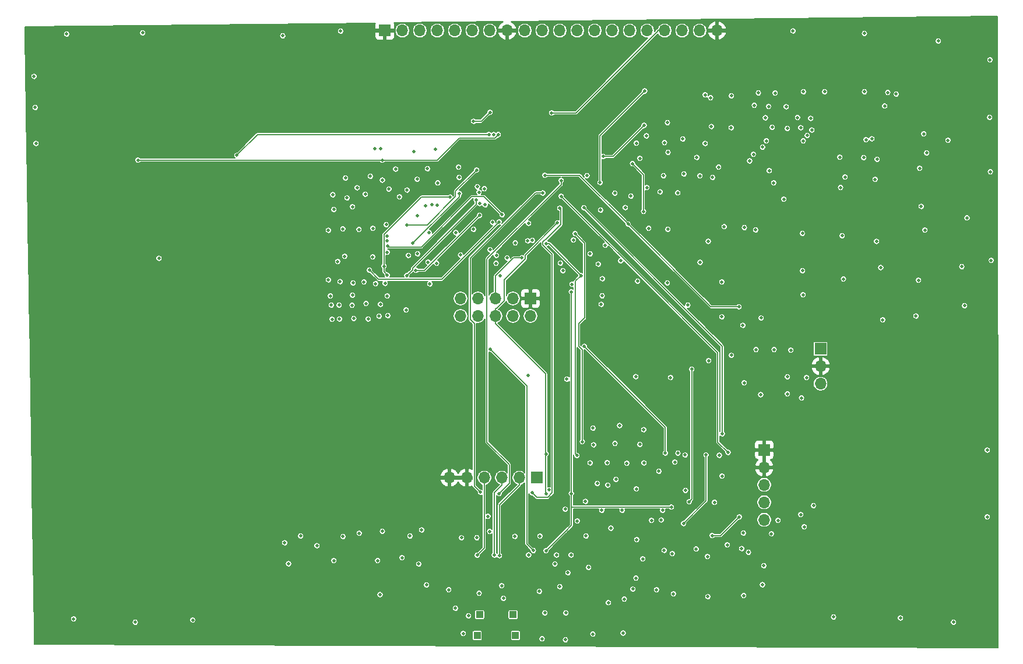
<source format=gbr>
G04 #@! TF.GenerationSoftware,KiCad,Pcbnew,5.1.5+dfsg1-2*
G04 #@! TF.CreationDate,2020-03-08T17:17:25+02:00*
G04 #@! TF.ProjectId,HX1KADCboard,4858314b-4144-4436-926f-6172642e6b69,rev?*
G04 #@! TF.SameCoordinates,Original*
G04 #@! TF.FileFunction,Copper,L3,Inr*
G04 #@! TF.FilePolarity,Positive*
%FSLAX46Y46*%
G04 Gerber Fmt 4.6, Leading zero omitted, Abs format (unit mm)*
G04 Created by KiCad (PCBNEW 5.1.5+dfsg1-2) date 2020-03-08 17:17:25*
%MOMM*%
%LPD*%
G04 APERTURE LIST*
%ADD10R,1.016000X1.016000*%
%ADD11O,1.700000X1.700000*%
%ADD12R,1.700000X1.700000*%
%ADD13C,0.500000*%
%ADD14C,0.150000*%
G04 APERTURE END LIST*
D10*
X129965700Y-127420013D03*
X125114300Y-127420013D03*
X130314950Y-130449979D03*
X124765050Y-130449979D03*
D11*
X166441000Y-113661000D03*
X166441000Y-111121000D03*
X166441000Y-108581000D03*
X166441000Y-106041000D03*
D12*
X166441000Y-103501000D03*
D11*
X120709000Y-107541000D03*
X123249000Y-107541000D03*
X125789000Y-107541000D03*
X128329000Y-107541000D03*
X130869000Y-107541000D03*
D12*
X133409000Y-107541000D03*
D11*
X159610000Y-42610000D03*
X157070000Y-42610000D03*
X154530000Y-42610000D03*
X151990000Y-42610000D03*
X149450000Y-42610000D03*
X146910000Y-42610000D03*
X144370000Y-42610000D03*
X141830000Y-42610000D03*
X139290000Y-42610000D03*
X136750000Y-42610000D03*
X134210000Y-42610000D03*
X131670000Y-42610000D03*
X129130000Y-42610000D03*
X126590000Y-42610000D03*
X124050000Y-42610000D03*
X121510000Y-42610000D03*
X118970000Y-42610000D03*
X116430000Y-42610000D03*
X113890000Y-42610000D03*
D12*
X111350000Y-42610000D03*
D11*
X122330000Y-84070000D03*
X122330000Y-81530000D03*
X124870000Y-84070000D03*
X124870000Y-81530000D03*
X127410000Y-84070000D03*
X127410000Y-81530000D03*
X129950000Y-84070000D03*
X129950000Y-81530000D03*
X132490000Y-84070000D03*
D12*
X132490000Y-81530000D03*
D11*
X174630000Y-93900000D03*
X174630000Y-91360000D03*
D12*
X174630000Y-88820000D03*
D13*
X198850000Y-113240000D03*
X198850000Y-103530000D03*
X199420000Y-75980000D03*
X199240000Y-46850000D03*
X199300000Y-63120000D03*
X199180000Y-55200000D03*
X191730000Y-44110000D03*
X181000000Y-43020000D03*
X170630000Y-42660000D03*
X104930000Y-42670000D03*
X96510000Y-43370000D03*
X76150000Y-42930000D03*
X65120000Y-43090000D03*
X60670000Y-59000000D03*
X60550000Y-53760000D03*
X60370000Y-49250000D03*
X193950000Y-128520000D03*
X186220000Y-127910000D03*
X176520000Y-127760000D03*
X83430000Y-128210000D03*
X75090000Y-128520000D03*
X66140000Y-128060000D03*
X103570000Y-82460000D03*
X104710000Y-82460000D03*
X106580000Y-82500000D03*
X108930000Y-84490000D03*
X106830000Y-84430000D03*
X104740000Y-84490000D03*
X103690000Y-84530000D03*
X110510000Y-84080000D03*
X111780000Y-83990000D03*
X111690000Y-81160000D03*
X106740000Y-79260000D03*
X108320000Y-79130000D03*
X110010000Y-79360000D03*
X111370000Y-79320000D03*
X103440000Y-81160000D03*
X106640000Y-81040000D03*
X108610000Y-82240000D03*
X110700000Y-82370000D03*
X104490000Y-76150000D03*
X109590000Y-75490000D03*
X105500000Y-75390000D03*
X105240000Y-71400000D03*
X107590000Y-71510000D03*
X109610000Y-71320000D03*
X111930000Y-65610000D03*
X118670000Y-59860000D03*
X115550000Y-60210000D03*
X112920000Y-62720000D03*
X110980000Y-64320000D03*
X108510000Y-66370000D03*
X106640000Y-68200000D03*
X103940000Y-68580000D03*
X103790000Y-66450000D03*
X105620000Y-64010000D03*
X109880000Y-59750000D03*
X110770000Y-59770000D03*
X109230000Y-63750000D03*
X107330000Y-65420000D03*
X105840000Y-66910000D03*
X113480000Y-66750000D03*
X114580000Y-65760000D03*
X116030000Y-64200000D03*
X117530000Y-62670000D03*
X116050000Y-69530000D03*
X118150000Y-67860000D03*
X119030000Y-64740000D03*
X117620000Y-76240000D03*
X114770000Y-75260000D03*
X116100000Y-75010000D03*
X117760000Y-71940000D03*
X125810000Y-65580000D03*
X121650000Y-71950000D03*
X118870000Y-76410000D03*
X114440000Y-83180000D03*
X117880000Y-79400000D03*
X122340000Y-75200000D03*
X124780000Y-65270000D03*
X125920000Y-67900000D03*
X159930000Y-104290000D03*
X160320000Y-107300000D03*
X155010000Y-109380000D03*
X141660000Y-102760000D03*
X144770000Y-102570000D03*
X148390000Y-102720000D03*
X141160000Y-105390000D03*
X143630000Y-105360000D03*
X146480000Y-105450000D03*
X148990000Y-105390000D03*
X141570000Y-100350000D03*
X145440000Y-99970000D03*
X148930000Y-100570000D03*
X150080000Y-113740000D03*
X151500000Y-113680000D03*
X140920000Y-120560000D03*
X143800000Y-125700000D03*
X146120000Y-125170000D03*
X147360000Y-123720000D03*
X147820000Y-122140000D03*
X137580000Y-131080000D03*
X141560000Y-130270000D03*
X145950000Y-130110000D03*
X122740000Y-130180000D03*
X123480000Y-127590000D03*
X134180000Y-130950000D03*
X134580000Y-127170000D03*
X137620000Y-127170000D03*
X125040000Y-124340000D03*
X128560000Y-125070000D03*
X128320000Y-123220000D03*
X133790000Y-124050000D03*
X136750000Y-123360000D03*
X136040000Y-120080000D03*
X137940000Y-121350000D03*
X133870000Y-116040000D03*
X130220000Y-116060000D03*
X126570000Y-115360000D03*
X124700000Y-116250000D03*
X122480000Y-116270000D03*
X140560000Y-116010000D03*
X117400000Y-123120000D03*
X121610000Y-126500000D03*
X120630000Y-123830000D03*
X105270000Y-116080000D03*
X107630000Y-115620000D03*
X110980000Y-115320000D03*
X114980000Y-116000000D03*
X116690000Y-115130000D03*
X103940000Y-119580000D03*
X110300000Y-119580000D03*
X113840000Y-119160000D03*
X116270000Y-120080000D03*
X110640000Y-124530000D03*
X97360000Y-120040000D03*
X96790000Y-116990000D03*
X99110000Y-116000000D03*
X101470000Y-117410000D03*
X148810000Y-119340000D03*
X151920000Y-118100000D03*
X153090000Y-118570000D03*
X156550000Y-117910000D03*
X158200000Y-118990000D03*
X150810000Y-123810000D03*
X153250000Y-124410000D03*
X158260000Y-124820000D03*
X163470000Y-124660000D03*
X166190000Y-123080000D03*
X166380000Y-120320000D03*
X164160000Y-118380000D03*
X163180000Y-117840000D03*
X161090000Y-117310000D03*
X140490000Y-110980000D03*
X147930000Y-116530000D03*
X144180000Y-114880000D03*
X139280000Y-113830000D03*
X137540000Y-112120000D03*
X144910000Y-107780000D03*
X147870000Y-109160000D03*
X142210000Y-108370000D03*
X143730000Y-108620000D03*
X151150000Y-106600000D03*
X153460000Y-105280000D03*
X181240000Y-58470000D03*
X182070000Y-58310000D03*
X177430000Y-60990000D03*
X178180000Y-63880000D03*
X177530000Y-65400000D03*
X180910000Y-61060000D03*
X182860000Y-61290000D03*
X182560000Y-64210000D03*
X189030000Y-62610000D03*
X189630000Y-57610000D03*
X190050000Y-60380000D03*
X193130000Y-58550000D03*
X184390000Y-51590000D03*
X185620000Y-51820000D03*
X181010000Y-51480000D03*
X175210000Y-51480000D03*
X172140000Y-51490000D03*
X168040000Y-51680000D03*
X165600000Y-51650000D03*
X161670000Y-52090000D03*
X158650000Y-52370000D03*
X157860000Y-51930000D03*
X152390000Y-55980000D03*
X149340000Y-57890000D03*
X147890000Y-58960000D03*
X173190000Y-55350000D03*
X173350000Y-57050000D03*
X172700000Y-57830000D03*
X172120000Y-58620000D03*
X169810000Y-56810000D03*
X167610000Y-56660000D03*
X167080000Y-53640000D03*
X165010000Y-53470000D03*
X166620000Y-55270000D03*
X171280000Y-55250000D03*
X171750000Y-56710000D03*
X161640000Y-56710000D03*
X158780000Y-56530000D03*
X157870000Y-59000000D03*
X156660000Y-61020000D03*
X159830000Y-62450000D03*
X164330000Y-61530000D03*
X164880000Y-60580000D03*
X166200000Y-59530000D03*
X166770000Y-58620000D03*
X167170000Y-62960000D03*
X167830000Y-64720000D03*
X169300000Y-67100000D03*
X160630000Y-71090000D03*
X163560000Y-71210000D03*
X165200000Y-71550000D03*
X158310000Y-73220000D03*
X157130000Y-76270000D03*
X152450000Y-71470000D03*
X149670000Y-71320000D03*
X146280000Y-68310000D03*
X147080000Y-66640000D03*
X149410000Y-65400000D03*
X151310000Y-66030000D03*
X153900000Y-66180000D03*
X144760000Y-66220000D03*
X142670000Y-68660000D03*
X143350000Y-73790000D03*
X145580000Y-76050000D03*
X148060000Y-79010000D03*
X152380000Y-79260000D03*
X155350000Y-82470000D03*
X138720000Y-73020000D03*
X137200000Y-77490000D03*
X136830000Y-76370000D03*
X138520000Y-79450000D03*
X142770000Y-82360000D03*
X142910000Y-81110000D03*
X142930000Y-78640000D03*
X142330000Y-76520000D03*
X141160000Y-75030000D03*
X132140000Y-92660000D03*
X137780000Y-93220000D03*
X147790000Y-92860000D03*
X152850000Y-92990000D03*
X158380000Y-90560000D03*
X160290000Y-79110000D03*
X160290000Y-84180000D03*
X161670000Y-89770000D03*
X163350000Y-85410000D03*
X165990000Y-84350000D03*
X165260000Y-88930000D03*
X167880000Y-88950000D03*
X170320000Y-89020000D03*
X169820000Y-92900000D03*
X172590000Y-93010000D03*
X171870000Y-95980000D03*
X169820000Y-95370000D03*
X165930000Y-95490000D03*
X163540000Y-93770000D03*
X177950000Y-78700000D03*
X188860000Y-78860000D03*
X188480000Y-84060000D03*
X183660000Y-84630000D03*
X183370000Y-77020000D03*
X182770000Y-73210000D03*
X177760000Y-72390000D03*
X189780000Y-71590000D03*
X189240000Y-68140000D03*
X195900000Y-69820000D03*
X195140000Y-76890000D03*
X195550000Y-82570000D03*
X171990000Y-72070000D03*
X172020000Y-77490000D03*
X172080000Y-80980000D03*
X157100000Y-63700000D03*
X158950000Y-63930000D03*
X154780000Y-63420000D03*
X151810000Y-63690000D03*
X140700000Y-63660000D03*
X151960000Y-58870000D03*
X154630000Y-58330000D03*
X152470000Y-60290000D03*
X148380000Y-61180000D03*
X172260000Y-114670000D03*
X171760000Y-112900000D03*
X168460000Y-113750000D03*
X173600000Y-111610000D03*
X127540000Y-75260000D03*
X127500000Y-76410000D03*
X129100000Y-75630000D03*
X163430000Y-115590000D03*
X167500000Y-115680000D03*
X168910600Y-115729700D03*
X136661200Y-81951700D03*
X131827200Y-74319200D03*
X121553500Y-59873800D03*
X139536300Y-89335600D03*
X126649800Y-90126300D03*
X124642600Y-64225000D03*
X121843900Y-69516900D03*
X139975600Y-85517000D03*
X141224300Y-78184000D03*
X137322500Y-62027400D03*
X127888200Y-58641500D03*
X129379500Y-124108400D03*
X124678200Y-60925300D03*
X176447800Y-53058400D03*
X177270400Y-55840000D03*
X167710400Y-73860500D03*
X159277000Y-66364400D03*
X152390000Y-73860500D03*
X152958300Y-53235900D03*
X143190500Y-58012400D03*
X136667700Y-73183400D03*
X126702700Y-73405700D03*
X125574900Y-90122500D03*
X114792600Y-77120300D03*
X181308000Y-54504900D03*
X162180200Y-62025300D03*
X179600200Y-51688400D03*
X132229400Y-58868300D03*
X192094600Y-53185800D03*
X161371100Y-110568800D03*
X103136100Y-75406400D03*
X140562500Y-65905000D03*
X156490000Y-120680700D03*
X102859300Y-111213800D03*
X166590000Y-86614200D03*
X166412000Y-85375100D03*
X159456000Y-115315300D03*
X127663100Y-53448100D03*
X121456500Y-63965000D03*
X97932000Y-110681200D03*
X107987300Y-110492300D03*
X169652300Y-91351400D03*
X186338700Y-53003700D03*
X159326100Y-121335800D03*
X181600000Y-52890000D03*
X189110000Y-55040000D03*
X195020000Y-55340000D03*
X158210000Y-57850000D03*
X109480000Y-76340000D03*
X111936300Y-76474300D03*
X133300000Y-75330000D03*
X62056800Y-58868300D03*
X89108900Y-59332900D03*
X92347700Y-72205100D03*
X62216300Y-71361800D03*
X90494900Y-46808800D03*
X65084000Y-45668500D03*
X134580000Y-63630000D03*
X162790000Y-82710000D03*
X146675000Y-70705000D03*
X127162000Y-57717600D03*
X78538300Y-75671600D03*
X127822800Y-57715000D03*
X110947000Y-61413000D03*
X75474000Y-61413000D03*
X126623600Y-54490300D03*
X124209000Y-55773600D03*
X126454200Y-57705800D03*
X89845000Y-60727800D03*
X131240200Y-75593300D03*
X155540400Y-111042800D03*
X155930400Y-91794700D03*
X132229400Y-118766600D03*
X136263400Y-118766600D03*
X138403400Y-118766600D03*
X139248700Y-104306800D03*
X139842200Y-78179000D03*
X134759300Y-73533800D03*
X135176600Y-109316000D03*
X152086100Y-103962900D03*
X140297900Y-88465700D03*
X152966600Y-111814200D03*
X134758700Y-118139700D03*
X138428400Y-80553900D03*
X138428400Y-109851600D03*
X126675500Y-88886400D03*
X151694000Y-112271800D03*
X132922800Y-118107100D03*
X128112900Y-78253700D03*
X142848200Y-112271800D03*
X145808200Y-112271800D03*
X134765100Y-109868700D03*
X134769400Y-104087900D03*
X136426200Y-70535500D03*
X135557600Y-54563600D03*
X124766500Y-118783200D03*
X127243000Y-118766600D03*
X127991300Y-118855900D03*
X153918800Y-103963600D03*
X154952900Y-104247600D03*
X162817700Y-113223000D03*
X158877300Y-115935800D03*
X157987000Y-104247600D03*
X154718300Y-114200800D03*
X183938200Y-53564800D03*
X169627400Y-53655600D03*
X148997600Y-56369600D03*
X143053900Y-60880100D03*
X148912600Y-68863100D03*
X147304300Y-61926200D03*
X127956900Y-109859500D03*
X136962500Y-64395500D03*
X149090100Y-51372200D03*
X142594700Y-64675500D03*
X125240700Y-109660000D03*
X134281900Y-66186000D03*
X161190500Y-103871200D03*
X136962500Y-66661000D03*
X160344400Y-101148900D03*
X140256000Y-68334500D03*
X132731800Y-109729300D03*
X136738800Y-68393600D03*
X140019400Y-102323100D03*
X138970700Y-72102900D03*
X103136100Y-71609200D03*
X132214600Y-70590800D03*
X111538200Y-70780000D03*
X132775800Y-73081700D03*
X111700400Y-72423700D03*
X132083000Y-73137000D03*
X111700400Y-73131500D03*
X130295000Y-73457500D03*
X111767800Y-73870800D03*
X128373000Y-69355000D03*
X111700400Y-74812500D03*
X126622900Y-74435200D03*
X109099200Y-77396300D03*
X127957400Y-70397400D03*
X103136100Y-78809200D03*
X126986400Y-70465000D03*
X104826000Y-79067400D03*
X124217000Y-71461200D03*
X114533300Y-78198000D03*
X124616400Y-67201700D03*
X111700400Y-78128000D03*
X120823700Y-66776700D03*
X111203300Y-76826700D03*
X125020000Y-66070000D03*
X115833600Y-77418600D03*
X125101400Y-69430500D03*
X125101400Y-67708600D03*
X115429600Y-73490300D03*
X122160200Y-66275200D03*
X118963300Y-68003200D03*
X122124000Y-63919800D03*
X117270200Y-68050700D03*
X122056200Y-62426200D03*
X114529700Y-70807800D03*
X124681100Y-62851200D03*
X159234500Y-111136400D03*
X126322300Y-113145600D03*
D14*
X162790000Y-82710000D02*
X158680000Y-82710000D01*
X158680000Y-82710000D02*
X157980000Y-82010000D01*
X139600000Y-63630000D02*
X134580000Y-63630000D01*
X146675000Y-70705000D02*
X139600000Y-63630000D01*
X157980000Y-82010000D02*
X146675000Y-70705000D01*
X118942500Y-61413000D02*
X118942500Y-61413000D01*
X122162600Y-58192900D02*
X127359000Y-58192900D01*
X127359000Y-58192900D02*
X127822800Y-57729100D01*
X127822800Y-57729100D02*
X127822800Y-57715000D01*
X114267000Y-61413000D02*
X118942500Y-61413000D01*
X107647000Y-61413000D02*
X110947000Y-61413000D01*
X110947000Y-61413000D02*
X114267000Y-61413000D01*
X118942500Y-61413000D02*
X122162600Y-58192900D01*
X75474000Y-61413000D02*
X107647000Y-61413000D01*
X124209000Y-55773600D02*
X125340300Y-55773600D01*
X125340300Y-55773600D02*
X126623600Y-54490300D01*
X89845000Y-60727800D02*
X92867000Y-57705800D01*
X92867000Y-57705800D02*
X126454200Y-57705800D01*
X127410000Y-81530000D02*
X127410000Y-78222700D01*
X127410000Y-78222700D02*
X130039400Y-75593300D01*
X130039400Y-75593300D02*
X131240200Y-75593300D01*
X155930400Y-91794700D02*
X155930400Y-110652800D01*
X155930400Y-110652800D02*
X155540400Y-111042800D01*
X139248700Y-104306800D02*
X139008200Y-104066300D01*
X139008200Y-104066300D02*
X139008200Y-79013000D01*
X139008200Y-79013000D02*
X139842200Y-78179000D01*
X139842200Y-78179000D02*
X135197000Y-73533800D01*
X135197000Y-73533800D02*
X134759300Y-73533800D01*
X140297900Y-88465700D02*
X152086100Y-100253900D01*
X152086100Y-100253900D02*
X152086100Y-103962900D01*
X138428400Y-111796400D02*
X138428400Y-114470000D01*
X138428400Y-114470000D02*
X137549200Y-115349200D01*
X138428400Y-80553900D02*
X138428400Y-109851600D01*
X138428400Y-111796400D02*
X152948800Y-111796400D01*
X152948800Y-111796400D02*
X152966600Y-111814200D01*
X137549200Y-115349200D02*
X134758700Y-118139700D01*
X138428400Y-109851600D02*
X138428400Y-111796400D01*
X126675500Y-88886400D02*
X131979000Y-94189900D01*
X131979000Y-94189900D02*
X131979000Y-117163300D01*
X131979000Y-117163300D02*
X132922800Y-118107100D01*
X134699600Y-104087900D02*
X134769400Y-104087900D01*
X127410000Y-85145300D02*
X134699600Y-92434900D01*
X134699600Y-92434900D02*
X134699600Y-104087900D01*
X134699600Y-104087900D02*
X134699600Y-109803200D01*
X134699600Y-109803200D02*
X134765100Y-109868700D01*
X127410000Y-84070000D02*
X127410000Y-85145300D01*
X127410000Y-83532300D02*
X127410000Y-84070000D01*
X127410000Y-83532300D02*
X127410000Y-82994700D01*
X127410000Y-82994700D02*
X127544400Y-82994700D01*
X127544400Y-82994700D02*
X128680000Y-81859100D01*
X128680000Y-81859100D02*
X128680000Y-78825800D01*
X128680000Y-78825800D02*
X131744200Y-75761600D01*
X131744200Y-75761600D02*
X131744200Y-75217500D01*
X131744200Y-75217500D02*
X136426200Y-70535500D01*
X151990000Y-42610000D02*
X150914700Y-42610000D01*
X150914700Y-42610000D02*
X150914700Y-42744400D01*
X150914700Y-42744400D02*
X139095500Y-54563600D01*
X139095500Y-54563600D02*
X135557600Y-54563600D01*
X125789000Y-107541000D02*
X125789000Y-108616300D01*
X124766500Y-118783200D02*
X125789000Y-117760700D01*
X125789000Y-117760700D02*
X125789000Y-108616300D01*
X127243000Y-118766600D02*
X127243000Y-109702300D01*
X127243000Y-109702300D02*
X128329000Y-108616300D01*
X128329000Y-107541000D02*
X128329000Y-108616300D01*
X130869000Y-107541000D02*
X130869000Y-108616300D01*
X127991300Y-118855900D02*
X127991300Y-111494000D01*
X127991300Y-111494000D02*
X130869000Y-108616300D01*
X158877300Y-115935800D02*
X160104900Y-115935800D01*
X160104900Y-115935800D02*
X162817700Y-113223000D01*
X154718300Y-114200800D02*
X157987000Y-110932100D01*
X157987000Y-110932100D02*
X157987000Y-104247600D01*
X143053900Y-60880100D02*
X144487100Y-60880100D01*
X144487100Y-60880100D02*
X145828600Y-59538600D01*
X145828600Y-59538600D02*
X147528600Y-57838600D01*
X147528600Y-57838600D02*
X148997600Y-56369600D01*
X147304300Y-61926200D02*
X148912600Y-63534500D01*
X148912600Y-63534500D02*
X148912600Y-68863100D01*
X136962500Y-64395500D02*
X136962500Y-64966300D01*
X136962500Y-64966300D02*
X126163800Y-75765000D01*
X126163800Y-75765000D02*
X126163800Y-102386900D01*
X126163800Y-102386900D02*
X129424500Y-105647600D01*
X129424500Y-105647600D02*
X129424500Y-108391900D01*
X129424500Y-108391900D02*
X127956900Y-109859500D01*
X149090100Y-51372200D02*
X142578600Y-57883700D01*
X142578600Y-57883700D02*
X142578600Y-64659400D01*
X142578600Y-64659400D02*
X142594700Y-64675500D01*
X134281900Y-66186000D02*
X133243200Y-66186000D01*
X133243200Y-66186000D02*
X123753300Y-75675900D01*
X123753300Y-75675900D02*
X123753300Y-84574300D01*
X123753300Y-84574300D02*
X124324400Y-85145400D01*
X124324400Y-85145400D02*
X124324400Y-108743700D01*
X124324400Y-108743700D02*
X125240700Y-109660000D01*
X136962500Y-66661000D02*
X141420750Y-71119250D01*
X159712600Y-89411100D02*
X159712600Y-102393300D01*
X159712600Y-102393300D02*
X161190500Y-103871200D01*
X141420750Y-71119250D02*
X147605750Y-77304250D01*
X147605750Y-77304250D02*
X159712600Y-89411100D01*
X140256000Y-68334500D02*
X157830750Y-85909250D01*
X160344400Y-88422900D02*
X160344400Y-101148900D01*
X157830750Y-85909250D02*
X160344400Y-88422900D01*
X132731800Y-109729300D02*
X133391000Y-110388500D01*
X133391000Y-110388500D02*
X134998800Y-110388500D01*
X134998800Y-110388500D02*
X135651900Y-109735400D01*
X135651900Y-109735400D02*
X135651900Y-75098500D01*
X135651900Y-75098500D02*
X134284000Y-73730600D01*
X134284000Y-73730600D02*
X134284000Y-73312100D01*
X134284000Y-73312100D02*
X134622700Y-72973400D01*
X134622700Y-72973400D02*
X134721200Y-72973400D01*
X134721200Y-72973400D02*
X136905600Y-70789000D01*
X136905600Y-70789000D02*
X136905600Y-68560400D01*
X136905600Y-68560400D02*
X136738800Y-68393600D01*
X138970700Y-72102900D02*
X140354700Y-73486900D01*
X140354700Y-73486900D02*
X140354700Y-73915300D01*
X140354700Y-84337400D02*
X139500200Y-85191900D01*
X139500200Y-85191900D02*
X139500200Y-88429500D01*
X139500200Y-88429500D02*
X140019400Y-88948700D01*
X140019400Y-88948700D02*
X140019400Y-102323100D01*
X140354700Y-73915300D02*
X140354700Y-84337400D01*
X128373000Y-69355000D02*
X125732700Y-66714700D01*
X125732700Y-66714700D02*
X123960500Y-66714700D01*
X123960500Y-66714700D02*
X116624900Y-74050300D01*
X116624900Y-74050300D02*
X111947300Y-74050300D01*
X111947300Y-74050300D02*
X111767800Y-73870800D01*
X109099200Y-77396300D02*
X110425400Y-78722500D01*
X110425400Y-78722500D02*
X119632300Y-78722500D01*
X119632300Y-78722500D02*
X127957400Y-70397400D01*
X124616400Y-67201700D02*
X124616400Y-67868400D01*
X124616400Y-67868400D02*
X115358200Y-77126600D01*
X115358200Y-77126600D02*
X115358200Y-77373100D01*
X115358200Y-77373100D02*
X114533300Y-78198000D01*
X120823700Y-66776700D02*
X119453300Y-66776700D01*
X116659400Y-66776700D02*
X111203300Y-72232800D01*
X111203300Y-72232800D02*
X111203300Y-76826700D01*
X111203300Y-77630900D02*
X111700400Y-78128000D01*
X111203300Y-76826700D02*
X111203300Y-77630900D01*
X119453300Y-66776700D02*
X116659400Y-66776700D01*
X115833600Y-77418600D02*
X117113300Y-77418600D01*
X117113300Y-77418600D02*
X125101400Y-69430500D01*
X122160200Y-66275200D02*
X122160200Y-66759700D01*
X122160200Y-66759700D02*
X115429600Y-73490300D01*
X124681100Y-62851200D02*
X121602300Y-65930000D01*
X121602300Y-65930000D02*
X121602300Y-66715700D01*
X121602300Y-66715700D02*
X117510200Y-70807800D01*
X117510200Y-70807800D02*
X114529700Y-70807800D01*
G36*
X200414673Y-132228919D02*
G01*
X60471111Y-131681060D01*
X60446720Y-130133217D01*
X122265000Y-130133217D01*
X122265000Y-130226783D01*
X122283254Y-130318552D01*
X122319061Y-130404997D01*
X122371044Y-130482795D01*
X122437205Y-130548956D01*
X122515003Y-130600939D01*
X122601448Y-130636746D01*
X122693217Y-130655000D01*
X122786783Y-130655000D01*
X122878552Y-130636746D01*
X122964997Y-130600939D01*
X123042795Y-130548956D01*
X123108956Y-130482795D01*
X123160939Y-130404997D01*
X123196746Y-130318552D01*
X123215000Y-130226783D01*
X123215000Y-130133217D01*
X123196746Y-130041448D01*
X123160939Y-129955003D01*
X123152237Y-129941979D01*
X124030962Y-129941979D01*
X124030962Y-130957979D01*
X124035306Y-131002087D01*
X124048172Y-131044499D01*
X124069065Y-131083587D01*
X124097182Y-131117847D01*
X124131442Y-131145964D01*
X124170530Y-131166857D01*
X124212942Y-131179723D01*
X124257050Y-131184067D01*
X125273050Y-131184067D01*
X125317158Y-131179723D01*
X125359570Y-131166857D01*
X125398658Y-131145964D01*
X125432918Y-131117847D01*
X125461035Y-131083587D01*
X125481928Y-131044499D01*
X125494794Y-131002087D01*
X125499138Y-130957979D01*
X125499138Y-129941979D01*
X129580862Y-129941979D01*
X129580862Y-130957979D01*
X129585206Y-131002087D01*
X129598072Y-131044499D01*
X129618965Y-131083587D01*
X129647082Y-131117847D01*
X129681342Y-131145964D01*
X129720430Y-131166857D01*
X129762842Y-131179723D01*
X129806950Y-131184067D01*
X130822950Y-131184067D01*
X130867058Y-131179723D01*
X130909470Y-131166857D01*
X130948558Y-131145964D01*
X130982818Y-131117847D01*
X131010935Y-131083587D01*
X131031828Y-131044499D01*
X131044694Y-131002087D01*
X131049038Y-130957979D01*
X131049038Y-130903217D01*
X133705000Y-130903217D01*
X133705000Y-130996783D01*
X133723254Y-131088552D01*
X133759061Y-131174997D01*
X133811044Y-131252795D01*
X133877205Y-131318956D01*
X133955003Y-131370939D01*
X134041448Y-131406746D01*
X134133217Y-131425000D01*
X134226783Y-131425000D01*
X134318552Y-131406746D01*
X134404997Y-131370939D01*
X134482795Y-131318956D01*
X134548956Y-131252795D01*
X134600939Y-131174997D01*
X134636746Y-131088552D01*
X134647752Y-131033217D01*
X137105000Y-131033217D01*
X137105000Y-131126783D01*
X137123254Y-131218552D01*
X137159061Y-131304997D01*
X137211044Y-131382795D01*
X137277205Y-131448956D01*
X137355003Y-131500939D01*
X137441448Y-131536746D01*
X137533217Y-131555000D01*
X137626783Y-131555000D01*
X137718552Y-131536746D01*
X137804997Y-131500939D01*
X137882795Y-131448956D01*
X137948956Y-131382795D01*
X138000939Y-131304997D01*
X138036746Y-131218552D01*
X138055000Y-131126783D01*
X138055000Y-131033217D01*
X138036746Y-130941448D01*
X138000939Y-130855003D01*
X137948956Y-130777205D01*
X137882795Y-130711044D01*
X137804997Y-130659061D01*
X137718552Y-130623254D01*
X137626783Y-130605000D01*
X137533217Y-130605000D01*
X137441448Y-130623254D01*
X137355003Y-130659061D01*
X137277205Y-130711044D01*
X137211044Y-130777205D01*
X137159061Y-130855003D01*
X137123254Y-130941448D01*
X137105000Y-131033217D01*
X134647752Y-131033217D01*
X134655000Y-130996783D01*
X134655000Y-130903217D01*
X134636746Y-130811448D01*
X134600939Y-130725003D01*
X134548956Y-130647205D01*
X134482795Y-130581044D01*
X134404997Y-130529061D01*
X134318552Y-130493254D01*
X134226783Y-130475000D01*
X134133217Y-130475000D01*
X134041448Y-130493254D01*
X133955003Y-130529061D01*
X133877205Y-130581044D01*
X133811044Y-130647205D01*
X133759061Y-130725003D01*
X133723254Y-130811448D01*
X133705000Y-130903217D01*
X131049038Y-130903217D01*
X131049038Y-130223217D01*
X141085000Y-130223217D01*
X141085000Y-130316783D01*
X141103254Y-130408552D01*
X141139061Y-130494997D01*
X141191044Y-130572795D01*
X141257205Y-130638956D01*
X141335003Y-130690939D01*
X141421448Y-130726746D01*
X141513217Y-130745000D01*
X141606783Y-130745000D01*
X141698552Y-130726746D01*
X141784997Y-130690939D01*
X141862795Y-130638956D01*
X141928956Y-130572795D01*
X141980939Y-130494997D01*
X142016746Y-130408552D01*
X142035000Y-130316783D01*
X142035000Y-130223217D01*
X142016746Y-130131448D01*
X141988484Y-130063217D01*
X145475000Y-130063217D01*
X145475000Y-130156783D01*
X145493254Y-130248552D01*
X145529061Y-130334997D01*
X145581044Y-130412795D01*
X145647205Y-130478956D01*
X145725003Y-130530939D01*
X145811448Y-130566746D01*
X145903217Y-130585000D01*
X145996783Y-130585000D01*
X146088552Y-130566746D01*
X146174997Y-130530939D01*
X146252795Y-130478956D01*
X146318956Y-130412795D01*
X146370939Y-130334997D01*
X146406746Y-130248552D01*
X146425000Y-130156783D01*
X146425000Y-130063217D01*
X146406746Y-129971448D01*
X146370939Y-129885003D01*
X146318956Y-129807205D01*
X146252795Y-129741044D01*
X146174997Y-129689061D01*
X146088552Y-129653254D01*
X145996783Y-129635000D01*
X145903217Y-129635000D01*
X145811448Y-129653254D01*
X145725003Y-129689061D01*
X145647205Y-129741044D01*
X145581044Y-129807205D01*
X145529061Y-129885003D01*
X145493254Y-129971448D01*
X145475000Y-130063217D01*
X141988484Y-130063217D01*
X141980939Y-130045003D01*
X141928956Y-129967205D01*
X141862795Y-129901044D01*
X141784997Y-129849061D01*
X141698552Y-129813254D01*
X141606783Y-129795000D01*
X141513217Y-129795000D01*
X141421448Y-129813254D01*
X141335003Y-129849061D01*
X141257205Y-129901044D01*
X141191044Y-129967205D01*
X141139061Y-130045003D01*
X141103254Y-130131448D01*
X141085000Y-130223217D01*
X131049038Y-130223217D01*
X131049038Y-129941979D01*
X131044694Y-129897871D01*
X131031828Y-129855459D01*
X131010935Y-129816371D01*
X130982818Y-129782111D01*
X130948558Y-129753994D01*
X130909470Y-129733101D01*
X130867058Y-129720235D01*
X130822950Y-129715891D01*
X129806950Y-129715891D01*
X129762842Y-129720235D01*
X129720430Y-129733101D01*
X129681342Y-129753994D01*
X129647082Y-129782111D01*
X129618965Y-129816371D01*
X129598072Y-129855459D01*
X129585206Y-129897871D01*
X129580862Y-129941979D01*
X125499138Y-129941979D01*
X125494794Y-129897871D01*
X125481928Y-129855459D01*
X125461035Y-129816371D01*
X125432918Y-129782111D01*
X125398658Y-129753994D01*
X125359570Y-129733101D01*
X125317158Y-129720235D01*
X125273050Y-129715891D01*
X124257050Y-129715891D01*
X124212942Y-129720235D01*
X124170530Y-129733101D01*
X124131442Y-129753994D01*
X124097182Y-129782111D01*
X124069065Y-129816371D01*
X124048172Y-129855459D01*
X124035306Y-129897871D01*
X124030962Y-129941979D01*
X123152237Y-129941979D01*
X123108956Y-129877205D01*
X123042795Y-129811044D01*
X122964997Y-129759061D01*
X122878552Y-129723254D01*
X122786783Y-129705000D01*
X122693217Y-129705000D01*
X122601448Y-129723254D01*
X122515003Y-129759061D01*
X122437205Y-129811044D01*
X122371044Y-129877205D01*
X122319061Y-129955003D01*
X122283254Y-130041448D01*
X122265000Y-130133217D01*
X60446720Y-130133217D01*
X60413312Y-128013217D01*
X65665000Y-128013217D01*
X65665000Y-128106783D01*
X65683254Y-128198552D01*
X65719061Y-128284997D01*
X65771044Y-128362795D01*
X65837205Y-128428956D01*
X65915003Y-128480939D01*
X66001448Y-128516746D01*
X66093217Y-128535000D01*
X66186783Y-128535000D01*
X66278552Y-128516746D01*
X66364997Y-128480939D01*
X66376553Y-128473217D01*
X74615000Y-128473217D01*
X74615000Y-128566783D01*
X74633254Y-128658552D01*
X74669061Y-128744997D01*
X74721044Y-128822795D01*
X74787205Y-128888956D01*
X74865003Y-128940939D01*
X74951448Y-128976746D01*
X75043217Y-128995000D01*
X75136783Y-128995000D01*
X75228552Y-128976746D01*
X75314997Y-128940939D01*
X75392795Y-128888956D01*
X75458956Y-128822795D01*
X75510939Y-128744997D01*
X75546746Y-128658552D01*
X75565000Y-128566783D01*
X75565000Y-128473217D01*
X75546746Y-128381448D01*
X75510939Y-128295003D01*
X75458956Y-128217205D01*
X75404968Y-128163217D01*
X82955000Y-128163217D01*
X82955000Y-128256783D01*
X82973254Y-128348552D01*
X83009061Y-128434997D01*
X83061044Y-128512795D01*
X83127205Y-128578956D01*
X83205003Y-128630939D01*
X83291448Y-128666746D01*
X83383217Y-128685000D01*
X83476783Y-128685000D01*
X83568552Y-128666746D01*
X83654997Y-128630939D01*
X83732795Y-128578956D01*
X83798956Y-128512795D01*
X83825401Y-128473217D01*
X193475000Y-128473217D01*
X193475000Y-128566783D01*
X193493254Y-128658552D01*
X193529061Y-128744997D01*
X193581044Y-128822795D01*
X193647205Y-128888956D01*
X193725003Y-128940939D01*
X193811448Y-128976746D01*
X193903217Y-128995000D01*
X193996783Y-128995000D01*
X194088552Y-128976746D01*
X194174997Y-128940939D01*
X194252795Y-128888956D01*
X194318956Y-128822795D01*
X194370939Y-128744997D01*
X194406746Y-128658552D01*
X194425000Y-128566783D01*
X194425000Y-128473217D01*
X194406746Y-128381448D01*
X194370939Y-128295003D01*
X194318956Y-128217205D01*
X194252795Y-128151044D01*
X194174997Y-128099061D01*
X194088552Y-128063254D01*
X193996783Y-128045000D01*
X193903217Y-128045000D01*
X193811448Y-128063254D01*
X193725003Y-128099061D01*
X193647205Y-128151044D01*
X193581044Y-128217205D01*
X193529061Y-128295003D01*
X193493254Y-128381448D01*
X193475000Y-128473217D01*
X83825401Y-128473217D01*
X83850939Y-128434997D01*
X83886746Y-128348552D01*
X83905000Y-128256783D01*
X83905000Y-128163217D01*
X83886746Y-128071448D01*
X83850939Y-127985003D01*
X83798956Y-127907205D01*
X83732795Y-127841044D01*
X83654997Y-127789061D01*
X83568552Y-127753254D01*
X83476783Y-127735000D01*
X83383217Y-127735000D01*
X83291448Y-127753254D01*
X83205003Y-127789061D01*
X83127205Y-127841044D01*
X83061044Y-127907205D01*
X83009061Y-127985003D01*
X82973254Y-128071448D01*
X82955000Y-128163217D01*
X75404968Y-128163217D01*
X75392795Y-128151044D01*
X75314997Y-128099061D01*
X75228552Y-128063254D01*
X75136783Y-128045000D01*
X75043217Y-128045000D01*
X74951448Y-128063254D01*
X74865003Y-128099061D01*
X74787205Y-128151044D01*
X74721044Y-128217205D01*
X74669061Y-128295003D01*
X74633254Y-128381448D01*
X74615000Y-128473217D01*
X66376553Y-128473217D01*
X66442795Y-128428956D01*
X66508956Y-128362795D01*
X66560939Y-128284997D01*
X66596746Y-128198552D01*
X66615000Y-128106783D01*
X66615000Y-128013217D01*
X66596746Y-127921448D01*
X66560939Y-127835003D01*
X66508956Y-127757205D01*
X66442795Y-127691044D01*
X66364997Y-127639061D01*
X66278552Y-127603254D01*
X66186783Y-127585000D01*
X66093217Y-127585000D01*
X66001448Y-127603254D01*
X65915003Y-127639061D01*
X65837205Y-127691044D01*
X65771044Y-127757205D01*
X65719061Y-127835003D01*
X65683254Y-127921448D01*
X65665000Y-128013217D01*
X60413312Y-128013217D01*
X60405906Y-127543217D01*
X123005000Y-127543217D01*
X123005000Y-127636783D01*
X123023254Y-127728552D01*
X123059061Y-127814997D01*
X123111044Y-127892795D01*
X123177205Y-127958956D01*
X123255003Y-128010939D01*
X123341448Y-128046746D01*
X123433217Y-128065000D01*
X123526783Y-128065000D01*
X123618552Y-128046746D01*
X123704997Y-128010939D01*
X123782795Y-127958956D01*
X123848956Y-127892795D01*
X123900939Y-127814997D01*
X123936746Y-127728552D01*
X123955000Y-127636783D01*
X123955000Y-127543217D01*
X123936746Y-127451448D01*
X123900939Y-127365003D01*
X123848956Y-127287205D01*
X123782795Y-127221044D01*
X123704997Y-127169061D01*
X123618552Y-127133254D01*
X123526783Y-127115000D01*
X123433217Y-127115000D01*
X123341448Y-127133254D01*
X123255003Y-127169061D01*
X123177205Y-127221044D01*
X123111044Y-127287205D01*
X123059061Y-127365003D01*
X123023254Y-127451448D01*
X123005000Y-127543217D01*
X60405906Y-127543217D01*
X60388730Y-126453217D01*
X121135000Y-126453217D01*
X121135000Y-126546783D01*
X121153254Y-126638552D01*
X121189061Y-126724997D01*
X121241044Y-126802795D01*
X121307205Y-126868956D01*
X121385003Y-126920939D01*
X121471448Y-126956746D01*
X121563217Y-126975000D01*
X121656783Y-126975000D01*
X121748552Y-126956746D01*
X121834997Y-126920939D01*
X121848355Y-126912013D01*
X124380212Y-126912013D01*
X124380212Y-127928013D01*
X124384556Y-127972121D01*
X124397422Y-128014533D01*
X124418315Y-128053621D01*
X124446432Y-128087881D01*
X124480692Y-128115998D01*
X124519780Y-128136891D01*
X124562192Y-128149757D01*
X124606300Y-128154101D01*
X125622300Y-128154101D01*
X125666408Y-128149757D01*
X125708820Y-128136891D01*
X125747908Y-128115998D01*
X125782168Y-128087881D01*
X125810285Y-128053621D01*
X125831178Y-128014533D01*
X125844044Y-127972121D01*
X125848388Y-127928013D01*
X125848388Y-126912013D01*
X129231612Y-126912013D01*
X129231612Y-127928013D01*
X129235956Y-127972121D01*
X129248822Y-128014533D01*
X129269715Y-128053621D01*
X129297832Y-128087881D01*
X129332092Y-128115998D01*
X129371180Y-128136891D01*
X129413592Y-128149757D01*
X129457700Y-128154101D01*
X130473700Y-128154101D01*
X130517808Y-128149757D01*
X130560220Y-128136891D01*
X130599308Y-128115998D01*
X130633568Y-128087881D01*
X130661685Y-128053621D01*
X130682578Y-128014533D01*
X130695444Y-127972121D01*
X130699788Y-127928013D01*
X130699788Y-127713217D01*
X176045000Y-127713217D01*
X176045000Y-127806783D01*
X176063254Y-127898552D01*
X176099061Y-127984997D01*
X176151044Y-128062795D01*
X176217205Y-128128956D01*
X176295003Y-128180939D01*
X176381448Y-128216746D01*
X176473217Y-128235000D01*
X176566783Y-128235000D01*
X176658552Y-128216746D01*
X176744997Y-128180939D01*
X176822795Y-128128956D01*
X176888956Y-128062795D01*
X176940939Y-127984997D01*
X176976746Y-127898552D01*
X176983774Y-127863217D01*
X185745000Y-127863217D01*
X185745000Y-127956783D01*
X185763254Y-128048552D01*
X185799061Y-128134997D01*
X185851044Y-128212795D01*
X185917205Y-128278956D01*
X185995003Y-128330939D01*
X186081448Y-128366746D01*
X186173217Y-128385000D01*
X186266783Y-128385000D01*
X186358552Y-128366746D01*
X186444997Y-128330939D01*
X186522795Y-128278956D01*
X186588956Y-128212795D01*
X186640939Y-128134997D01*
X186676746Y-128048552D01*
X186695000Y-127956783D01*
X186695000Y-127863217D01*
X186676746Y-127771448D01*
X186640939Y-127685003D01*
X186588956Y-127607205D01*
X186522795Y-127541044D01*
X186444997Y-127489061D01*
X186358552Y-127453254D01*
X186266783Y-127435000D01*
X186173217Y-127435000D01*
X186081448Y-127453254D01*
X185995003Y-127489061D01*
X185917205Y-127541044D01*
X185851044Y-127607205D01*
X185799061Y-127685003D01*
X185763254Y-127771448D01*
X185745000Y-127863217D01*
X176983774Y-127863217D01*
X176995000Y-127806783D01*
X176995000Y-127713217D01*
X176976746Y-127621448D01*
X176940939Y-127535003D01*
X176888956Y-127457205D01*
X176822795Y-127391044D01*
X176744997Y-127339061D01*
X176658552Y-127303254D01*
X176566783Y-127285000D01*
X176473217Y-127285000D01*
X176381448Y-127303254D01*
X176295003Y-127339061D01*
X176217205Y-127391044D01*
X176151044Y-127457205D01*
X176099061Y-127535003D01*
X176063254Y-127621448D01*
X176045000Y-127713217D01*
X130699788Y-127713217D01*
X130699788Y-127123217D01*
X134105000Y-127123217D01*
X134105000Y-127216783D01*
X134123254Y-127308552D01*
X134159061Y-127394997D01*
X134211044Y-127472795D01*
X134277205Y-127538956D01*
X134355003Y-127590939D01*
X134441448Y-127626746D01*
X134533217Y-127645000D01*
X134626783Y-127645000D01*
X134718552Y-127626746D01*
X134804997Y-127590939D01*
X134882795Y-127538956D01*
X134948956Y-127472795D01*
X135000939Y-127394997D01*
X135036746Y-127308552D01*
X135055000Y-127216783D01*
X135055000Y-127123217D01*
X137145000Y-127123217D01*
X137145000Y-127216783D01*
X137163254Y-127308552D01*
X137199061Y-127394997D01*
X137251044Y-127472795D01*
X137317205Y-127538956D01*
X137395003Y-127590939D01*
X137481448Y-127626746D01*
X137573217Y-127645000D01*
X137666783Y-127645000D01*
X137758552Y-127626746D01*
X137844997Y-127590939D01*
X137922795Y-127538956D01*
X137988956Y-127472795D01*
X138040939Y-127394997D01*
X138076746Y-127308552D01*
X138095000Y-127216783D01*
X138095000Y-127123217D01*
X138076746Y-127031448D01*
X138040939Y-126945003D01*
X137988956Y-126867205D01*
X137922795Y-126801044D01*
X137844997Y-126749061D01*
X137758552Y-126713254D01*
X137666783Y-126695000D01*
X137573217Y-126695000D01*
X137481448Y-126713254D01*
X137395003Y-126749061D01*
X137317205Y-126801044D01*
X137251044Y-126867205D01*
X137199061Y-126945003D01*
X137163254Y-127031448D01*
X137145000Y-127123217D01*
X135055000Y-127123217D01*
X135036746Y-127031448D01*
X135000939Y-126945003D01*
X134948956Y-126867205D01*
X134882795Y-126801044D01*
X134804997Y-126749061D01*
X134718552Y-126713254D01*
X134626783Y-126695000D01*
X134533217Y-126695000D01*
X134441448Y-126713254D01*
X134355003Y-126749061D01*
X134277205Y-126801044D01*
X134211044Y-126867205D01*
X134159061Y-126945003D01*
X134123254Y-127031448D01*
X134105000Y-127123217D01*
X130699788Y-127123217D01*
X130699788Y-126912013D01*
X130695444Y-126867905D01*
X130682578Y-126825493D01*
X130661685Y-126786405D01*
X130633568Y-126752145D01*
X130599308Y-126724028D01*
X130560220Y-126703135D01*
X130517808Y-126690269D01*
X130473700Y-126685925D01*
X129457700Y-126685925D01*
X129413592Y-126690269D01*
X129371180Y-126703135D01*
X129332092Y-126724028D01*
X129297832Y-126752145D01*
X129269715Y-126786405D01*
X129248822Y-126825493D01*
X129235956Y-126867905D01*
X129231612Y-126912013D01*
X125848388Y-126912013D01*
X125844044Y-126867905D01*
X125831178Y-126825493D01*
X125810285Y-126786405D01*
X125782168Y-126752145D01*
X125747908Y-126724028D01*
X125708820Y-126703135D01*
X125666408Y-126690269D01*
X125622300Y-126685925D01*
X124606300Y-126685925D01*
X124562192Y-126690269D01*
X124519780Y-126703135D01*
X124480692Y-126724028D01*
X124446432Y-126752145D01*
X124418315Y-126786405D01*
X124397422Y-126825493D01*
X124384556Y-126867905D01*
X124380212Y-126912013D01*
X121848355Y-126912013D01*
X121912795Y-126868956D01*
X121978956Y-126802795D01*
X122030939Y-126724997D01*
X122066746Y-126638552D01*
X122085000Y-126546783D01*
X122085000Y-126453217D01*
X122066746Y-126361448D01*
X122030939Y-126275003D01*
X121978956Y-126197205D01*
X121912795Y-126131044D01*
X121834997Y-126079061D01*
X121748552Y-126043254D01*
X121656783Y-126025000D01*
X121563217Y-126025000D01*
X121471448Y-126043254D01*
X121385003Y-126079061D01*
X121307205Y-126131044D01*
X121241044Y-126197205D01*
X121189061Y-126275003D01*
X121153254Y-126361448D01*
X121135000Y-126453217D01*
X60388730Y-126453217D01*
X60376124Y-125653217D01*
X143325000Y-125653217D01*
X143325000Y-125746783D01*
X143343254Y-125838552D01*
X143379061Y-125924997D01*
X143431044Y-126002795D01*
X143497205Y-126068956D01*
X143575003Y-126120939D01*
X143661448Y-126156746D01*
X143753217Y-126175000D01*
X143846783Y-126175000D01*
X143938552Y-126156746D01*
X144024997Y-126120939D01*
X144102795Y-126068956D01*
X144168956Y-126002795D01*
X144220939Y-125924997D01*
X144256746Y-125838552D01*
X144275000Y-125746783D01*
X144275000Y-125653217D01*
X144256746Y-125561448D01*
X144220939Y-125475003D01*
X144168956Y-125397205D01*
X144102795Y-125331044D01*
X144024997Y-125279061D01*
X143938552Y-125243254D01*
X143846783Y-125225000D01*
X143753217Y-125225000D01*
X143661448Y-125243254D01*
X143575003Y-125279061D01*
X143497205Y-125331044D01*
X143431044Y-125397205D01*
X143379061Y-125475003D01*
X143343254Y-125561448D01*
X143325000Y-125653217D01*
X60376124Y-125653217D01*
X60366196Y-125023217D01*
X128085000Y-125023217D01*
X128085000Y-125116783D01*
X128103254Y-125208552D01*
X128139061Y-125294997D01*
X128191044Y-125372795D01*
X128257205Y-125438956D01*
X128335003Y-125490939D01*
X128421448Y-125526746D01*
X128513217Y-125545000D01*
X128606783Y-125545000D01*
X128698552Y-125526746D01*
X128784997Y-125490939D01*
X128862795Y-125438956D01*
X128928956Y-125372795D01*
X128980939Y-125294997D01*
X129016746Y-125208552D01*
X129033720Y-125123217D01*
X145645000Y-125123217D01*
X145645000Y-125216783D01*
X145663254Y-125308552D01*
X145699061Y-125394997D01*
X145751044Y-125472795D01*
X145817205Y-125538956D01*
X145895003Y-125590939D01*
X145981448Y-125626746D01*
X146073217Y-125645000D01*
X146166783Y-125645000D01*
X146258552Y-125626746D01*
X146344997Y-125590939D01*
X146422795Y-125538956D01*
X146488956Y-125472795D01*
X146540939Y-125394997D01*
X146576746Y-125308552D01*
X146595000Y-125216783D01*
X146595000Y-125123217D01*
X146576746Y-125031448D01*
X146540939Y-124945003D01*
X146488956Y-124867205D01*
X146422795Y-124801044D01*
X146344997Y-124749061D01*
X146258552Y-124713254D01*
X146166783Y-124695000D01*
X146073217Y-124695000D01*
X145981448Y-124713254D01*
X145895003Y-124749061D01*
X145817205Y-124801044D01*
X145751044Y-124867205D01*
X145699061Y-124945003D01*
X145663254Y-125031448D01*
X145645000Y-125123217D01*
X129033720Y-125123217D01*
X129035000Y-125116783D01*
X129035000Y-125023217D01*
X129016746Y-124931448D01*
X128980939Y-124845003D01*
X128928956Y-124767205D01*
X128862795Y-124701044D01*
X128784997Y-124649061D01*
X128698552Y-124613254D01*
X128606783Y-124595000D01*
X128513217Y-124595000D01*
X128421448Y-124613254D01*
X128335003Y-124649061D01*
X128257205Y-124701044D01*
X128191044Y-124767205D01*
X128139061Y-124845003D01*
X128103254Y-124931448D01*
X128085000Y-125023217D01*
X60366196Y-125023217D01*
X60357686Y-124483217D01*
X110165000Y-124483217D01*
X110165000Y-124576783D01*
X110183254Y-124668552D01*
X110219061Y-124754997D01*
X110271044Y-124832795D01*
X110337205Y-124898956D01*
X110415003Y-124950939D01*
X110501448Y-124986746D01*
X110593217Y-125005000D01*
X110686783Y-125005000D01*
X110778552Y-124986746D01*
X110864997Y-124950939D01*
X110942795Y-124898956D01*
X111008956Y-124832795D01*
X111060939Y-124754997D01*
X111096746Y-124668552D01*
X111115000Y-124576783D01*
X111115000Y-124483217D01*
X111096746Y-124391448D01*
X111060939Y-124305003D01*
X111008956Y-124227205D01*
X110942795Y-124161044D01*
X110864997Y-124109061D01*
X110778552Y-124073254D01*
X110686783Y-124055000D01*
X110593217Y-124055000D01*
X110501448Y-124073254D01*
X110415003Y-124109061D01*
X110337205Y-124161044D01*
X110271044Y-124227205D01*
X110219061Y-124305003D01*
X110183254Y-124391448D01*
X110165000Y-124483217D01*
X60357686Y-124483217D01*
X60346656Y-123783217D01*
X120155000Y-123783217D01*
X120155000Y-123876783D01*
X120173254Y-123968552D01*
X120209061Y-124054997D01*
X120261044Y-124132795D01*
X120327205Y-124198956D01*
X120405003Y-124250939D01*
X120491448Y-124286746D01*
X120583217Y-124305000D01*
X120676783Y-124305000D01*
X120736020Y-124293217D01*
X124565000Y-124293217D01*
X124565000Y-124386783D01*
X124583254Y-124478552D01*
X124619061Y-124564997D01*
X124671044Y-124642795D01*
X124737205Y-124708956D01*
X124815003Y-124760939D01*
X124901448Y-124796746D01*
X124993217Y-124815000D01*
X125086783Y-124815000D01*
X125178552Y-124796746D01*
X125264997Y-124760939D01*
X125342795Y-124708956D01*
X125408956Y-124642795D01*
X125460939Y-124564997D01*
X125496746Y-124478552D01*
X125515000Y-124386783D01*
X125515000Y-124293217D01*
X125496746Y-124201448D01*
X125460939Y-124115003D01*
X125408956Y-124037205D01*
X125374968Y-124003217D01*
X133315000Y-124003217D01*
X133315000Y-124096783D01*
X133333254Y-124188552D01*
X133369061Y-124274997D01*
X133421044Y-124352795D01*
X133487205Y-124418956D01*
X133565003Y-124470939D01*
X133651448Y-124506746D01*
X133743217Y-124525000D01*
X133836783Y-124525000D01*
X133928552Y-124506746D01*
X134014997Y-124470939D01*
X134092795Y-124418956D01*
X134148534Y-124363217D01*
X152775000Y-124363217D01*
X152775000Y-124456783D01*
X152793254Y-124548552D01*
X152829061Y-124634997D01*
X152881044Y-124712795D01*
X152947205Y-124778956D01*
X153025003Y-124830939D01*
X153111448Y-124866746D01*
X153203217Y-124885000D01*
X153296783Y-124885000D01*
X153388552Y-124866746D01*
X153474997Y-124830939D01*
X153552795Y-124778956D01*
X153558534Y-124773217D01*
X157785000Y-124773217D01*
X157785000Y-124866783D01*
X157803254Y-124958552D01*
X157839061Y-125044997D01*
X157891044Y-125122795D01*
X157957205Y-125188956D01*
X158035003Y-125240939D01*
X158121448Y-125276746D01*
X158213217Y-125295000D01*
X158306783Y-125295000D01*
X158398552Y-125276746D01*
X158484997Y-125240939D01*
X158562795Y-125188956D01*
X158628956Y-125122795D01*
X158680939Y-125044997D01*
X158716746Y-124958552D01*
X158735000Y-124866783D01*
X158735000Y-124773217D01*
X158716746Y-124681448D01*
X158688484Y-124613217D01*
X162995000Y-124613217D01*
X162995000Y-124706783D01*
X163013254Y-124798552D01*
X163049061Y-124884997D01*
X163101044Y-124962795D01*
X163167205Y-125028956D01*
X163245003Y-125080939D01*
X163331448Y-125116746D01*
X163423217Y-125135000D01*
X163516783Y-125135000D01*
X163608552Y-125116746D01*
X163694997Y-125080939D01*
X163772795Y-125028956D01*
X163838956Y-124962795D01*
X163890939Y-124884997D01*
X163926746Y-124798552D01*
X163945000Y-124706783D01*
X163945000Y-124613217D01*
X163926746Y-124521448D01*
X163890939Y-124435003D01*
X163838956Y-124357205D01*
X163772795Y-124291044D01*
X163694997Y-124239061D01*
X163608552Y-124203254D01*
X163516783Y-124185000D01*
X163423217Y-124185000D01*
X163331448Y-124203254D01*
X163245003Y-124239061D01*
X163167205Y-124291044D01*
X163101044Y-124357205D01*
X163049061Y-124435003D01*
X163013254Y-124521448D01*
X162995000Y-124613217D01*
X158688484Y-124613217D01*
X158680939Y-124595003D01*
X158628956Y-124517205D01*
X158562795Y-124451044D01*
X158484997Y-124399061D01*
X158398552Y-124363254D01*
X158306783Y-124345000D01*
X158213217Y-124345000D01*
X158121448Y-124363254D01*
X158035003Y-124399061D01*
X157957205Y-124451044D01*
X157891044Y-124517205D01*
X157839061Y-124595003D01*
X157803254Y-124681448D01*
X157785000Y-124773217D01*
X153558534Y-124773217D01*
X153618956Y-124712795D01*
X153670939Y-124634997D01*
X153706746Y-124548552D01*
X153725000Y-124456783D01*
X153725000Y-124363217D01*
X153706746Y-124271448D01*
X153670939Y-124185003D01*
X153618956Y-124107205D01*
X153552795Y-124041044D01*
X153474997Y-123989061D01*
X153388552Y-123953254D01*
X153296783Y-123935000D01*
X153203217Y-123935000D01*
X153111448Y-123953254D01*
X153025003Y-123989061D01*
X152947205Y-124041044D01*
X152881044Y-124107205D01*
X152829061Y-124185003D01*
X152793254Y-124271448D01*
X152775000Y-124363217D01*
X134148534Y-124363217D01*
X134158956Y-124352795D01*
X134210939Y-124274997D01*
X134246746Y-124188552D01*
X134265000Y-124096783D01*
X134265000Y-124003217D01*
X134246746Y-123911448D01*
X134210939Y-123825003D01*
X134158956Y-123747205D01*
X134092795Y-123681044D01*
X134014997Y-123629061D01*
X133928552Y-123593254D01*
X133836783Y-123575000D01*
X133743217Y-123575000D01*
X133651448Y-123593254D01*
X133565003Y-123629061D01*
X133487205Y-123681044D01*
X133421044Y-123747205D01*
X133369061Y-123825003D01*
X133333254Y-123911448D01*
X133315000Y-124003217D01*
X125374968Y-124003217D01*
X125342795Y-123971044D01*
X125264997Y-123919061D01*
X125178552Y-123883254D01*
X125086783Y-123865000D01*
X124993217Y-123865000D01*
X124901448Y-123883254D01*
X124815003Y-123919061D01*
X124737205Y-123971044D01*
X124671044Y-124037205D01*
X124619061Y-124115003D01*
X124583254Y-124201448D01*
X124565000Y-124293217D01*
X120736020Y-124293217D01*
X120768552Y-124286746D01*
X120854997Y-124250939D01*
X120932795Y-124198956D01*
X120998956Y-124132795D01*
X121050939Y-124054997D01*
X121086746Y-123968552D01*
X121105000Y-123876783D01*
X121105000Y-123783217D01*
X121086746Y-123691448D01*
X121050939Y-123605003D01*
X120998956Y-123527205D01*
X120932795Y-123461044D01*
X120854997Y-123409061D01*
X120768552Y-123373254D01*
X120676783Y-123355000D01*
X120583217Y-123355000D01*
X120491448Y-123373254D01*
X120405003Y-123409061D01*
X120327205Y-123461044D01*
X120261044Y-123527205D01*
X120209061Y-123605003D01*
X120173254Y-123691448D01*
X120155000Y-123783217D01*
X60346656Y-123783217D01*
X60335467Y-123073217D01*
X116925000Y-123073217D01*
X116925000Y-123166783D01*
X116943254Y-123258552D01*
X116979061Y-123344997D01*
X117031044Y-123422795D01*
X117097205Y-123488956D01*
X117175003Y-123540939D01*
X117261448Y-123576746D01*
X117353217Y-123595000D01*
X117446783Y-123595000D01*
X117538552Y-123576746D01*
X117624997Y-123540939D01*
X117702795Y-123488956D01*
X117768956Y-123422795D01*
X117820939Y-123344997D01*
X117856746Y-123258552D01*
X117873720Y-123173217D01*
X127845000Y-123173217D01*
X127845000Y-123266783D01*
X127863254Y-123358552D01*
X127899061Y-123444997D01*
X127951044Y-123522795D01*
X128017205Y-123588956D01*
X128095003Y-123640939D01*
X128181448Y-123676746D01*
X128273217Y-123695000D01*
X128366783Y-123695000D01*
X128458552Y-123676746D01*
X128544997Y-123640939D01*
X128622795Y-123588956D01*
X128688956Y-123522795D01*
X128740939Y-123444997D01*
X128776746Y-123358552D01*
X128785763Y-123313217D01*
X136275000Y-123313217D01*
X136275000Y-123406783D01*
X136293254Y-123498552D01*
X136329061Y-123584997D01*
X136381044Y-123662795D01*
X136447205Y-123728956D01*
X136525003Y-123780939D01*
X136611448Y-123816746D01*
X136703217Y-123835000D01*
X136796783Y-123835000D01*
X136888552Y-123816746D01*
X136974997Y-123780939D01*
X137052795Y-123728956D01*
X137108534Y-123673217D01*
X146885000Y-123673217D01*
X146885000Y-123766783D01*
X146903254Y-123858552D01*
X146939061Y-123944997D01*
X146991044Y-124022795D01*
X147057205Y-124088956D01*
X147135003Y-124140939D01*
X147221448Y-124176746D01*
X147313217Y-124195000D01*
X147406783Y-124195000D01*
X147498552Y-124176746D01*
X147584997Y-124140939D01*
X147662795Y-124088956D01*
X147728956Y-124022795D01*
X147780939Y-123944997D01*
X147816746Y-123858552D01*
X147835000Y-123766783D01*
X147835000Y-123763217D01*
X150335000Y-123763217D01*
X150335000Y-123856783D01*
X150353254Y-123948552D01*
X150389061Y-124034997D01*
X150441044Y-124112795D01*
X150507205Y-124178956D01*
X150585003Y-124230939D01*
X150671448Y-124266746D01*
X150763217Y-124285000D01*
X150856783Y-124285000D01*
X150948552Y-124266746D01*
X151034997Y-124230939D01*
X151112795Y-124178956D01*
X151178956Y-124112795D01*
X151230939Y-124034997D01*
X151266746Y-123948552D01*
X151285000Y-123856783D01*
X151285000Y-123763217D01*
X151266746Y-123671448D01*
X151230939Y-123585003D01*
X151178956Y-123507205D01*
X151112795Y-123441044D01*
X151034997Y-123389061D01*
X150948552Y-123353254D01*
X150856783Y-123335000D01*
X150763217Y-123335000D01*
X150671448Y-123353254D01*
X150585003Y-123389061D01*
X150507205Y-123441044D01*
X150441044Y-123507205D01*
X150389061Y-123585003D01*
X150353254Y-123671448D01*
X150335000Y-123763217D01*
X147835000Y-123763217D01*
X147835000Y-123673217D01*
X147816746Y-123581448D01*
X147780939Y-123495003D01*
X147728956Y-123417205D01*
X147662795Y-123351044D01*
X147584997Y-123299061D01*
X147498552Y-123263254D01*
X147406783Y-123245000D01*
X147313217Y-123245000D01*
X147221448Y-123263254D01*
X147135003Y-123299061D01*
X147057205Y-123351044D01*
X146991044Y-123417205D01*
X146939061Y-123495003D01*
X146903254Y-123581448D01*
X146885000Y-123673217D01*
X137108534Y-123673217D01*
X137118956Y-123662795D01*
X137170939Y-123584997D01*
X137206746Y-123498552D01*
X137225000Y-123406783D01*
X137225000Y-123313217D01*
X137206746Y-123221448D01*
X137170939Y-123135003D01*
X137118956Y-123057205D01*
X137094968Y-123033217D01*
X165715000Y-123033217D01*
X165715000Y-123126783D01*
X165733254Y-123218552D01*
X165769061Y-123304997D01*
X165821044Y-123382795D01*
X165887205Y-123448956D01*
X165965003Y-123500939D01*
X166051448Y-123536746D01*
X166143217Y-123555000D01*
X166236783Y-123555000D01*
X166328552Y-123536746D01*
X166414997Y-123500939D01*
X166492795Y-123448956D01*
X166558956Y-123382795D01*
X166610939Y-123304997D01*
X166646746Y-123218552D01*
X166665000Y-123126783D01*
X166665000Y-123033217D01*
X166646746Y-122941448D01*
X166610939Y-122855003D01*
X166558956Y-122777205D01*
X166492795Y-122711044D01*
X166414997Y-122659061D01*
X166328552Y-122623254D01*
X166236783Y-122605000D01*
X166143217Y-122605000D01*
X166051448Y-122623254D01*
X165965003Y-122659061D01*
X165887205Y-122711044D01*
X165821044Y-122777205D01*
X165769061Y-122855003D01*
X165733254Y-122941448D01*
X165715000Y-123033217D01*
X137094968Y-123033217D01*
X137052795Y-122991044D01*
X136974997Y-122939061D01*
X136888552Y-122903254D01*
X136796783Y-122885000D01*
X136703217Y-122885000D01*
X136611448Y-122903254D01*
X136525003Y-122939061D01*
X136447205Y-122991044D01*
X136381044Y-123057205D01*
X136329061Y-123135003D01*
X136293254Y-123221448D01*
X136275000Y-123313217D01*
X128785763Y-123313217D01*
X128795000Y-123266783D01*
X128795000Y-123173217D01*
X128776746Y-123081448D01*
X128740939Y-122995003D01*
X128688956Y-122917205D01*
X128622795Y-122851044D01*
X128544997Y-122799061D01*
X128458552Y-122763254D01*
X128366783Y-122745000D01*
X128273217Y-122745000D01*
X128181448Y-122763254D01*
X128095003Y-122799061D01*
X128017205Y-122851044D01*
X127951044Y-122917205D01*
X127899061Y-122995003D01*
X127863254Y-123081448D01*
X127845000Y-123173217D01*
X117873720Y-123173217D01*
X117875000Y-123166783D01*
X117875000Y-123073217D01*
X117856746Y-122981448D01*
X117820939Y-122895003D01*
X117768956Y-122817205D01*
X117702795Y-122751044D01*
X117624997Y-122699061D01*
X117538552Y-122663254D01*
X117446783Y-122645000D01*
X117353217Y-122645000D01*
X117261448Y-122663254D01*
X117175003Y-122699061D01*
X117097205Y-122751044D01*
X117031044Y-122817205D01*
X116979061Y-122895003D01*
X116943254Y-122981448D01*
X116925000Y-123073217D01*
X60335467Y-123073217D01*
X60320024Y-122093217D01*
X147345000Y-122093217D01*
X147345000Y-122186783D01*
X147363254Y-122278552D01*
X147399061Y-122364997D01*
X147451044Y-122442795D01*
X147517205Y-122508956D01*
X147595003Y-122560939D01*
X147681448Y-122596746D01*
X147773217Y-122615000D01*
X147866783Y-122615000D01*
X147958552Y-122596746D01*
X148044997Y-122560939D01*
X148122795Y-122508956D01*
X148188956Y-122442795D01*
X148240939Y-122364997D01*
X148276746Y-122278552D01*
X148295000Y-122186783D01*
X148295000Y-122093217D01*
X148276746Y-122001448D01*
X148240939Y-121915003D01*
X148188956Y-121837205D01*
X148122795Y-121771044D01*
X148044997Y-121719061D01*
X147958552Y-121683254D01*
X147866783Y-121665000D01*
X147773217Y-121665000D01*
X147681448Y-121683254D01*
X147595003Y-121719061D01*
X147517205Y-121771044D01*
X147451044Y-121837205D01*
X147399061Y-121915003D01*
X147363254Y-122001448D01*
X147345000Y-122093217D01*
X60320024Y-122093217D01*
X60307574Y-121303217D01*
X137465000Y-121303217D01*
X137465000Y-121396783D01*
X137483254Y-121488552D01*
X137519061Y-121574997D01*
X137571044Y-121652795D01*
X137637205Y-121718956D01*
X137715003Y-121770939D01*
X137801448Y-121806746D01*
X137893217Y-121825000D01*
X137986783Y-121825000D01*
X138078552Y-121806746D01*
X138164997Y-121770939D01*
X138242795Y-121718956D01*
X138308956Y-121652795D01*
X138360939Y-121574997D01*
X138396746Y-121488552D01*
X138415000Y-121396783D01*
X138415000Y-121303217D01*
X138396746Y-121211448D01*
X138360939Y-121125003D01*
X138308956Y-121047205D01*
X138242795Y-120981044D01*
X138164997Y-120929061D01*
X138078552Y-120893254D01*
X137986783Y-120875000D01*
X137893217Y-120875000D01*
X137801448Y-120893254D01*
X137715003Y-120929061D01*
X137637205Y-120981044D01*
X137571044Y-121047205D01*
X137519061Y-121125003D01*
X137483254Y-121211448D01*
X137465000Y-121303217D01*
X60307574Y-121303217D01*
X60286930Y-119993217D01*
X96885000Y-119993217D01*
X96885000Y-120086783D01*
X96903254Y-120178552D01*
X96939061Y-120264997D01*
X96991044Y-120342795D01*
X97057205Y-120408956D01*
X97135003Y-120460939D01*
X97221448Y-120496746D01*
X97313217Y-120515000D01*
X97406783Y-120515000D01*
X97498552Y-120496746D01*
X97584997Y-120460939D01*
X97662795Y-120408956D01*
X97728956Y-120342795D01*
X97780939Y-120264997D01*
X97816746Y-120178552D01*
X97835000Y-120086783D01*
X97835000Y-119993217D01*
X97816746Y-119901448D01*
X97780939Y-119815003D01*
X97728956Y-119737205D01*
X97662795Y-119671044D01*
X97584997Y-119619061D01*
X97498552Y-119583254D01*
X97406783Y-119565000D01*
X97313217Y-119565000D01*
X97221448Y-119583254D01*
X97135003Y-119619061D01*
X97057205Y-119671044D01*
X96991044Y-119737205D01*
X96939061Y-119815003D01*
X96903254Y-119901448D01*
X96885000Y-119993217D01*
X60286930Y-119993217D01*
X60279682Y-119533217D01*
X103465000Y-119533217D01*
X103465000Y-119626783D01*
X103483254Y-119718552D01*
X103519061Y-119804997D01*
X103571044Y-119882795D01*
X103637205Y-119948956D01*
X103715003Y-120000939D01*
X103801448Y-120036746D01*
X103893217Y-120055000D01*
X103986783Y-120055000D01*
X104078552Y-120036746D01*
X104164997Y-120000939D01*
X104242795Y-119948956D01*
X104308956Y-119882795D01*
X104360939Y-119804997D01*
X104396746Y-119718552D01*
X104415000Y-119626783D01*
X104415000Y-119533217D01*
X109825000Y-119533217D01*
X109825000Y-119626783D01*
X109843254Y-119718552D01*
X109879061Y-119804997D01*
X109931044Y-119882795D01*
X109997205Y-119948956D01*
X110075003Y-120000939D01*
X110161448Y-120036746D01*
X110253217Y-120055000D01*
X110346783Y-120055000D01*
X110438552Y-120036746D01*
X110447071Y-120033217D01*
X115795000Y-120033217D01*
X115795000Y-120126783D01*
X115813254Y-120218552D01*
X115849061Y-120304997D01*
X115901044Y-120382795D01*
X115967205Y-120448956D01*
X116045003Y-120500939D01*
X116131448Y-120536746D01*
X116223217Y-120555000D01*
X116316783Y-120555000D01*
X116408552Y-120536746D01*
X116494997Y-120500939D01*
X116572795Y-120448956D01*
X116638956Y-120382795D01*
X116690939Y-120304997D01*
X116726746Y-120218552D01*
X116745000Y-120126783D01*
X116745000Y-120033217D01*
X135565000Y-120033217D01*
X135565000Y-120126783D01*
X135583254Y-120218552D01*
X135619061Y-120304997D01*
X135671044Y-120382795D01*
X135737205Y-120448956D01*
X135815003Y-120500939D01*
X135901448Y-120536746D01*
X135993217Y-120555000D01*
X136086783Y-120555000D01*
X136178552Y-120536746D01*
X136235355Y-120513217D01*
X140445000Y-120513217D01*
X140445000Y-120606783D01*
X140463254Y-120698552D01*
X140499061Y-120784997D01*
X140551044Y-120862795D01*
X140617205Y-120928956D01*
X140695003Y-120980939D01*
X140781448Y-121016746D01*
X140873217Y-121035000D01*
X140966783Y-121035000D01*
X141058552Y-121016746D01*
X141144997Y-120980939D01*
X141222795Y-120928956D01*
X141288956Y-120862795D01*
X141340939Y-120784997D01*
X141376746Y-120698552D01*
X141395000Y-120606783D01*
X141395000Y-120513217D01*
X141376746Y-120421448D01*
X141340939Y-120335003D01*
X141299655Y-120273217D01*
X165905000Y-120273217D01*
X165905000Y-120366783D01*
X165923254Y-120458552D01*
X165959061Y-120544997D01*
X166011044Y-120622795D01*
X166077205Y-120688956D01*
X166155003Y-120740939D01*
X166241448Y-120776746D01*
X166333217Y-120795000D01*
X166426783Y-120795000D01*
X166518552Y-120776746D01*
X166604997Y-120740939D01*
X166682795Y-120688956D01*
X166748956Y-120622795D01*
X166800939Y-120544997D01*
X166836746Y-120458552D01*
X166855000Y-120366783D01*
X166855000Y-120273217D01*
X166836746Y-120181448D01*
X166800939Y-120095003D01*
X166748956Y-120017205D01*
X166682795Y-119951044D01*
X166604997Y-119899061D01*
X166518552Y-119863254D01*
X166426783Y-119845000D01*
X166333217Y-119845000D01*
X166241448Y-119863254D01*
X166155003Y-119899061D01*
X166077205Y-119951044D01*
X166011044Y-120017205D01*
X165959061Y-120095003D01*
X165923254Y-120181448D01*
X165905000Y-120273217D01*
X141299655Y-120273217D01*
X141288956Y-120257205D01*
X141222795Y-120191044D01*
X141144997Y-120139061D01*
X141058552Y-120103254D01*
X140966783Y-120085000D01*
X140873217Y-120085000D01*
X140781448Y-120103254D01*
X140695003Y-120139061D01*
X140617205Y-120191044D01*
X140551044Y-120257205D01*
X140499061Y-120335003D01*
X140463254Y-120421448D01*
X140445000Y-120513217D01*
X136235355Y-120513217D01*
X136264997Y-120500939D01*
X136342795Y-120448956D01*
X136408956Y-120382795D01*
X136460939Y-120304997D01*
X136496746Y-120218552D01*
X136515000Y-120126783D01*
X136515000Y-120033217D01*
X136496746Y-119941448D01*
X136460939Y-119855003D01*
X136408956Y-119777205D01*
X136342795Y-119711044D01*
X136264997Y-119659061D01*
X136178552Y-119623254D01*
X136086783Y-119605000D01*
X135993217Y-119605000D01*
X135901448Y-119623254D01*
X135815003Y-119659061D01*
X135737205Y-119711044D01*
X135671044Y-119777205D01*
X135619061Y-119855003D01*
X135583254Y-119941448D01*
X135565000Y-120033217D01*
X116745000Y-120033217D01*
X116726746Y-119941448D01*
X116690939Y-119855003D01*
X116638956Y-119777205D01*
X116572795Y-119711044D01*
X116494997Y-119659061D01*
X116408552Y-119623254D01*
X116316783Y-119605000D01*
X116223217Y-119605000D01*
X116131448Y-119623254D01*
X116045003Y-119659061D01*
X115967205Y-119711044D01*
X115901044Y-119777205D01*
X115849061Y-119855003D01*
X115813254Y-119941448D01*
X115795000Y-120033217D01*
X110447071Y-120033217D01*
X110524997Y-120000939D01*
X110602795Y-119948956D01*
X110668956Y-119882795D01*
X110720939Y-119804997D01*
X110756746Y-119718552D01*
X110775000Y-119626783D01*
X110775000Y-119533217D01*
X110756746Y-119441448D01*
X110720939Y-119355003D01*
X110668956Y-119277205D01*
X110602795Y-119211044D01*
X110524997Y-119159061D01*
X110438552Y-119123254D01*
X110388093Y-119113217D01*
X113365000Y-119113217D01*
X113365000Y-119206783D01*
X113383254Y-119298552D01*
X113419061Y-119384997D01*
X113471044Y-119462795D01*
X113537205Y-119528956D01*
X113615003Y-119580939D01*
X113701448Y-119616746D01*
X113793217Y-119635000D01*
X113886783Y-119635000D01*
X113978552Y-119616746D01*
X114064997Y-119580939D01*
X114142795Y-119528956D01*
X114208956Y-119462795D01*
X114260939Y-119384997D01*
X114296746Y-119298552D01*
X114315000Y-119206783D01*
X114315000Y-119113217D01*
X114296746Y-119021448D01*
X114260939Y-118935003D01*
X114208956Y-118857205D01*
X114142795Y-118791044D01*
X114064997Y-118739061D01*
X113978552Y-118703254D01*
X113886783Y-118685000D01*
X113793217Y-118685000D01*
X113701448Y-118703254D01*
X113615003Y-118739061D01*
X113537205Y-118791044D01*
X113471044Y-118857205D01*
X113419061Y-118935003D01*
X113383254Y-119021448D01*
X113365000Y-119113217D01*
X110388093Y-119113217D01*
X110346783Y-119105000D01*
X110253217Y-119105000D01*
X110161448Y-119123254D01*
X110075003Y-119159061D01*
X109997205Y-119211044D01*
X109931044Y-119277205D01*
X109879061Y-119355003D01*
X109843254Y-119441448D01*
X109825000Y-119533217D01*
X104415000Y-119533217D01*
X104396746Y-119441448D01*
X104360939Y-119355003D01*
X104308956Y-119277205D01*
X104242795Y-119211044D01*
X104164997Y-119159061D01*
X104078552Y-119123254D01*
X103986783Y-119105000D01*
X103893217Y-119105000D01*
X103801448Y-119123254D01*
X103715003Y-119159061D01*
X103637205Y-119211044D01*
X103571044Y-119277205D01*
X103519061Y-119355003D01*
X103483254Y-119441448D01*
X103465000Y-119533217D01*
X60279682Y-119533217D01*
X60238866Y-116943217D01*
X96315000Y-116943217D01*
X96315000Y-117036783D01*
X96333254Y-117128552D01*
X96369061Y-117214997D01*
X96421044Y-117292795D01*
X96487205Y-117358956D01*
X96565003Y-117410939D01*
X96651448Y-117446746D01*
X96743217Y-117465000D01*
X96836783Y-117465000D01*
X96928552Y-117446746D01*
X97014997Y-117410939D01*
X97086417Y-117363217D01*
X100995000Y-117363217D01*
X100995000Y-117456783D01*
X101013254Y-117548552D01*
X101049061Y-117634997D01*
X101101044Y-117712795D01*
X101167205Y-117778956D01*
X101245003Y-117830939D01*
X101331448Y-117866746D01*
X101423217Y-117885000D01*
X101516783Y-117885000D01*
X101608552Y-117866746D01*
X101694997Y-117830939D01*
X101772795Y-117778956D01*
X101838956Y-117712795D01*
X101890939Y-117634997D01*
X101926746Y-117548552D01*
X101945000Y-117456783D01*
X101945000Y-117363217D01*
X101926746Y-117271448D01*
X101890939Y-117185003D01*
X101838956Y-117107205D01*
X101772795Y-117041044D01*
X101694997Y-116989061D01*
X101608552Y-116953254D01*
X101516783Y-116935000D01*
X101423217Y-116935000D01*
X101331448Y-116953254D01*
X101245003Y-116989061D01*
X101167205Y-117041044D01*
X101101044Y-117107205D01*
X101049061Y-117185003D01*
X101013254Y-117271448D01*
X100995000Y-117363217D01*
X97086417Y-117363217D01*
X97092795Y-117358956D01*
X97158956Y-117292795D01*
X97210939Y-117214997D01*
X97246746Y-117128552D01*
X97265000Y-117036783D01*
X97265000Y-116943217D01*
X97246746Y-116851448D01*
X97210939Y-116765003D01*
X97158956Y-116687205D01*
X97092795Y-116621044D01*
X97014997Y-116569061D01*
X96928552Y-116533254D01*
X96836783Y-116515000D01*
X96743217Y-116515000D01*
X96651448Y-116533254D01*
X96565003Y-116569061D01*
X96487205Y-116621044D01*
X96421044Y-116687205D01*
X96369061Y-116765003D01*
X96333254Y-116851448D01*
X96315000Y-116943217D01*
X60238866Y-116943217D01*
X60223266Y-115953217D01*
X98635000Y-115953217D01*
X98635000Y-116046783D01*
X98653254Y-116138552D01*
X98689061Y-116224997D01*
X98741044Y-116302795D01*
X98807205Y-116368956D01*
X98885003Y-116420939D01*
X98971448Y-116456746D01*
X99063217Y-116475000D01*
X99156783Y-116475000D01*
X99248552Y-116456746D01*
X99334997Y-116420939D01*
X99412795Y-116368956D01*
X99478956Y-116302795D01*
X99530939Y-116224997D01*
X99566746Y-116138552D01*
X99585000Y-116046783D01*
X99585000Y-116033217D01*
X104795000Y-116033217D01*
X104795000Y-116126783D01*
X104813254Y-116218552D01*
X104849061Y-116304997D01*
X104901044Y-116382795D01*
X104967205Y-116448956D01*
X105045003Y-116500939D01*
X105131448Y-116536746D01*
X105223217Y-116555000D01*
X105316783Y-116555000D01*
X105408552Y-116536746D01*
X105494997Y-116500939D01*
X105572795Y-116448956D01*
X105638956Y-116382795D01*
X105690939Y-116304997D01*
X105726746Y-116218552D01*
X105745000Y-116126783D01*
X105745000Y-116033217D01*
X105726746Y-115941448D01*
X105690939Y-115855003D01*
X105638956Y-115777205D01*
X105572795Y-115711044D01*
X105494997Y-115659061D01*
X105408552Y-115623254D01*
X105316783Y-115605000D01*
X105223217Y-115605000D01*
X105131448Y-115623254D01*
X105045003Y-115659061D01*
X104967205Y-115711044D01*
X104901044Y-115777205D01*
X104849061Y-115855003D01*
X104813254Y-115941448D01*
X104795000Y-116033217D01*
X99585000Y-116033217D01*
X99585000Y-115953217D01*
X99566746Y-115861448D01*
X99530939Y-115775003D01*
X99478956Y-115697205D01*
X99412795Y-115631044D01*
X99334997Y-115579061D01*
X99320889Y-115573217D01*
X107155000Y-115573217D01*
X107155000Y-115666783D01*
X107173254Y-115758552D01*
X107209061Y-115844997D01*
X107261044Y-115922795D01*
X107327205Y-115988956D01*
X107405003Y-116040939D01*
X107491448Y-116076746D01*
X107583217Y-116095000D01*
X107676783Y-116095000D01*
X107768552Y-116076746D01*
X107854997Y-116040939D01*
X107932795Y-115988956D01*
X107968534Y-115953217D01*
X114505000Y-115953217D01*
X114505000Y-116046783D01*
X114523254Y-116138552D01*
X114559061Y-116224997D01*
X114611044Y-116302795D01*
X114677205Y-116368956D01*
X114755003Y-116420939D01*
X114841448Y-116456746D01*
X114933217Y-116475000D01*
X115026783Y-116475000D01*
X115118552Y-116456746D01*
X115204997Y-116420939D01*
X115282795Y-116368956D01*
X115348956Y-116302795D01*
X115400939Y-116224997D01*
X115401676Y-116223217D01*
X122005000Y-116223217D01*
X122005000Y-116316783D01*
X122023254Y-116408552D01*
X122059061Y-116494997D01*
X122111044Y-116572795D01*
X122177205Y-116638956D01*
X122255003Y-116690939D01*
X122341448Y-116726746D01*
X122433217Y-116745000D01*
X122526783Y-116745000D01*
X122618552Y-116726746D01*
X122704997Y-116690939D01*
X122782795Y-116638956D01*
X122848956Y-116572795D01*
X122900939Y-116494997D01*
X122936746Y-116408552D01*
X122955000Y-116316783D01*
X122955000Y-116223217D01*
X122951022Y-116203217D01*
X124225000Y-116203217D01*
X124225000Y-116296783D01*
X124243254Y-116388552D01*
X124279061Y-116474997D01*
X124331044Y-116552795D01*
X124397205Y-116618956D01*
X124475003Y-116670939D01*
X124561448Y-116706746D01*
X124653217Y-116725000D01*
X124746783Y-116725000D01*
X124838552Y-116706746D01*
X124924997Y-116670939D01*
X125002795Y-116618956D01*
X125068956Y-116552795D01*
X125120939Y-116474997D01*
X125156746Y-116388552D01*
X125175000Y-116296783D01*
X125175000Y-116203217D01*
X125156746Y-116111448D01*
X125120939Y-116025003D01*
X125068956Y-115947205D01*
X125002795Y-115881044D01*
X124924997Y-115829061D01*
X124838552Y-115793254D01*
X124746783Y-115775000D01*
X124653217Y-115775000D01*
X124561448Y-115793254D01*
X124475003Y-115829061D01*
X124397205Y-115881044D01*
X124331044Y-115947205D01*
X124279061Y-116025003D01*
X124243254Y-116111448D01*
X124225000Y-116203217D01*
X122951022Y-116203217D01*
X122936746Y-116131448D01*
X122900939Y-116045003D01*
X122848956Y-115967205D01*
X122782795Y-115901044D01*
X122704997Y-115849061D01*
X122618552Y-115813254D01*
X122526783Y-115795000D01*
X122433217Y-115795000D01*
X122341448Y-115813254D01*
X122255003Y-115849061D01*
X122177205Y-115901044D01*
X122111044Y-115967205D01*
X122059061Y-116045003D01*
X122023254Y-116131448D01*
X122005000Y-116223217D01*
X115401676Y-116223217D01*
X115436746Y-116138552D01*
X115455000Y-116046783D01*
X115455000Y-115953217D01*
X115436746Y-115861448D01*
X115400939Y-115775003D01*
X115348956Y-115697205D01*
X115282795Y-115631044D01*
X115204997Y-115579061D01*
X115118552Y-115543254D01*
X115026783Y-115525000D01*
X114933217Y-115525000D01*
X114841448Y-115543254D01*
X114755003Y-115579061D01*
X114677205Y-115631044D01*
X114611044Y-115697205D01*
X114559061Y-115775003D01*
X114523254Y-115861448D01*
X114505000Y-115953217D01*
X107968534Y-115953217D01*
X107998956Y-115922795D01*
X108050939Y-115844997D01*
X108086746Y-115758552D01*
X108105000Y-115666783D01*
X108105000Y-115573217D01*
X108086746Y-115481448D01*
X108050939Y-115395003D01*
X107998956Y-115317205D01*
X107954968Y-115273217D01*
X110505000Y-115273217D01*
X110505000Y-115366783D01*
X110523254Y-115458552D01*
X110559061Y-115544997D01*
X110611044Y-115622795D01*
X110677205Y-115688956D01*
X110755003Y-115740939D01*
X110841448Y-115776746D01*
X110933217Y-115795000D01*
X111026783Y-115795000D01*
X111118552Y-115776746D01*
X111204997Y-115740939D01*
X111282795Y-115688956D01*
X111348956Y-115622795D01*
X111400939Y-115544997D01*
X111436746Y-115458552D01*
X111455000Y-115366783D01*
X111455000Y-115273217D01*
X111436746Y-115181448D01*
X111400939Y-115095003D01*
X111393064Y-115083217D01*
X116215000Y-115083217D01*
X116215000Y-115176783D01*
X116233254Y-115268552D01*
X116269061Y-115354997D01*
X116321044Y-115432795D01*
X116387205Y-115498956D01*
X116465003Y-115550939D01*
X116551448Y-115586746D01*
X116643217Y-115605000D01*
X116736783Y-115605000D01*
X116828552Y-115586746D01*
X116914997Y-115550939D01*
X116992795Y-115498956D01*
X117058956Y-115432795D01*
X117110939Y-115354997D01*
X117146746Y-115268552D01*
X117165000Y-115176783D01*
X117165000Y-115083217D01*
X117146746Y-114991448D01*
X117110939Y-114905003D01*
X117058956Y-114827205D01*
X116992795Y-114761044D01*
X116914997Y-114709061D01*
X116828552Y-114673254D01*
X116736783Y-114655000D01*
X116643217Y-114655000D01*
X116551448Y-114673254D01*
X116465003Y-114709061D01*
X116387205Y-114761044D01*
X116321044Y-114827205D01*
X116269061Y-114905003D01*
X116233254Y-114991448D01*
X116215000Y-115083217D01*
X111393064Y-115083217D01*
X111348956Y-115017205D01*
X111282795Y-114951044D01*
X111204997Y-114899061D01*
X111118552Y-114863254D01*
X111026783Y-114845000D01*
X110933217Y-114845000D01*
X110841448Y-114863254D01*
X110755003Y-114899061D01*
X110677205Y-114951044D01*
X110611044Y-115017205D01*
X110559061Y-115095003D01*
X110523254Y-115181448D01*
X110505000Y-115273217D01*
X107954968Y-115273217D01*
X107932795Y-115251044D01*
X107854997Y-115199061D01*
X107768552Y-115163254D01*
X107676783Y-115145000D01*
X107583217Y-115145000D01*
X107491448Y-115163254D01*
X107405003Y-115199061D01*
X107327205Y-115251044D01*
X107261044Y-115317205D01*
X107209061Y-115395003D01*
X107173254Y-115481448D01*
X107155000Y-115573217D01*
X99320889Y-115573217D01*
X99248552Y-115543254D01*
X99156783Y-115525000D01*
X99063217Y-115525000D01*
X98971448Y-115543254D01*
X98885003Y-115579061D01*
X98807205Y-115631044D01*
X98741044Y-115697205D01*
X98689061Y-115775003D01*
X98653254Y-115861448D01*
X98635000Y-115953217D01*
X60223266Y-115953217D01*
X60096994Y-107940212D01*
X119332723Y-107940212D01*
X119437050Y-108201040D01*
X119590258Y-108436503D01*
X119786458Y-108637552D01*
X120018111Y-108796461D01*
X120276315Y-108907123D01*
X120309789Y-108917270D01*
X120530000Y-108815744D01*
X120530000Y-107720000D01*
X120888000Y-107720000D01*
X120888000Y-108815744D01*
X121108211Y-108917270D01*
X121141685Y-108907123D01*
X121399889Y-108796461D01*
X121631542Y-108637552D01*
X121827742Y-108436503D01*
X121979000Y-108204037D01*
X122130258Y-108436503D01*
X122326458Y-108637552D01*
X122558111Y-108796461D01*
X122816315Y-108907123D01*
X122849789Y-108917270D01*
X123070000Y-108815744D01*
X123070000Y-107720000D01*
X120888000Y-107720000D01*
X120530000Y-107720000D01*
X119432967Y-107720000D01*
X119332723Y-107940212D01*
X60096994Y-107940212D01*
X60084413Y-107141788D01*
X119332723Y-107141788D01*
X119432967Y-107362000D01*
X120530000Y-107362000D01*
X120530000Y-106266256D01*
X120888000Y-106266256D01*
X120888000Y-107362000D01*
X123070000Y-107362000D01*
X123070000Y-106266256D01*
X122849789Y-106164730D01*
X122816315Y-106174877D01*
X122558111Y-106285539D01*
X122326458Y-106444448D01*
X122130258Y-106645497D01*
X121979000Y-106877963D01*
X121827742Y-106645497D01*
X121631542Y-106444448D01*
X121399889Y-106285539D01*
X121141685Y-106174877D01*
X121108211Y-106164730D01*
X120888000Y-106266256D01*
X120530000Y-106266256D01*
X120309789Y-106164730D01*
X120276315Y-106174877D01*
X120018111Y-106285539D01*
X119786458Y-106444448D01*
X119590258Y-106645497D01*
X119437050Y-106880960D01*
X119332723Y-107141788D01*
X60084413Y-107141788D01*
X59727348Y-84483217D01*
X103215000Y-84483217D01*
X103215000Y-84576783D01*
X103233254Y-84668552D01*
X103269061Y-84754997D01*
X103321044Y-84832795D01*
X103387205Y-84898956D01*
X103465003Y-84950939D01*
X103551448Y-84986746D01*
X103643217Y-85005000D01*
X103736783Y-85005000D01*
X103828552Y-84986746D01*
X103914997Y-84950939D01*
X103992795Y-84898956D01*
X104058956Y-84832795D01*
X104110939Y-84754997D01*
X104146746Y-84668552D01*
X104165000Y-84576783D01*
X104165000Y-84483217D01*
X104157044Y-84443217D01*
X104265000Y-84443217D01*
X104265000Y-84536783D01*
X104283254Y-84628552D01*
X104319061Y-84714997D01*
X104371044Y-84792795D01*
X104437205Y-84858956D01*
X104515003Y-84910939D01*
X104601448Y-84946746D01*
X104693217Y-84965000D01*
X104786783Y-84965000D01*
X104878552Y-84946746D01*
X104964997Y-84910939D01*
X105042795Y-84858956D01*
X105108956Y-84792795D01*
X105160939Y-84714997D01*
X105196746Y-84628552D01*
X105215000Y-84536783D01*
X105215000Y-84443217D01*
X105203066Y-84383217D01*
X106355000Y-84383217D01*
X106355000Y-84476783D01*
X106373254Y-84568552D01*
X106409061Y-84654997D01*
X106461044Y-84732795D01*
X106527205Y-84798956D01*
X106605003Y-84850939D01*
X106691448Y-84886746D01*
X106783217Y-84905000D01*
X106876783Y-84905000D01*
X106968552Y-84886746D01*
X107054997Y-84850939D01*
X107132795Y-84798956D01*
X107198956Y-84732795D01*
X107250939Y-84654997D01*
X107286746Y-84568552D01*
X107305000Y-84476783D01*
X107305000Y-84443217D01*
X108455000Y-84443217D01*
X108455000Y-84536783D01*
X108473254Y-84628552D01*
X108509061Y-84714997D01*
X108561044Y-84792795D01*
X108627205Y-84858956D01*
X108705003Y-84910939D01*
X108791448Y-84946746D01*
X108883217Y-84965000D01*
X108976783Y-84965000D01*
X109068552Y-84946746D01*
X109154997Y-84910939D01*
X109232795Y-84858956D01*
X109298956Y-84792795D01*
X109350939Y-84714997D01*
X109386746Y-84628552D01*
X109405000Y-84536783D01*
X109405000Y-84443217D01*
X109386746Y-84351448D01*
X109350939Y-84265003D01*
X109298956Y-84187205D01*
X109232795Y-84121044D01*
X109154997Y-84069061D01*
X109068552Y-84033254D01*
X109068366Y-84033217D01*
X110035000Y-84033217D01*
X110035000Y-84126783D01*
X110053254Y-84218552D01*
X110089061Y-84304997D01*
X110141044Y-84382795D01*
X110207205Y-84448956D01*
X110285003Y-84500939D01*
X110371448Y-84536746D01*
X110463217Y-84555000D01*
X110556783Y-84555000D01*
X110648552Y-84536746D01*
X110734997Y-84500939D01*
X110812795Y-84448956D01*
X110878956Y-84382795D01*
X110930939Y-84304997D01*
X110966746Y-84218552D01*
X110985000Y-84126783D01*
X110985000Y-84033217D01*
X110967098Y-83943217D01*
X111305000Y-83943217D01*
X111305000Y-84036783D01*
X111323254Y-84128552D01*
X111359061Y-84214997D01*
X111411044Y-84292795D01*
X111477205Y-84358956D01*
X111555003Y-84410939D01*
X111641448Y-84446746D01*
X111733217Y-84465000D01*
X111826783Y-84465000D01*
X111918552Y-84446746D01*
X112004997Y-84410939D01*
X112082795Y-84358956D01*
X112148956Y-84292795D01*
X112200939Y-84214997D01*
X112236746Y-84128552D01*
X112255000Y-84036783D01*
X112255000Y-83964122D01*
X121255000Y-83964122D01*
X121255000Y-84175878D01*
X121296312Y-84383566D01*
X121377348Y-84579203D01*
X121494993Y-84755272D01*
X121644728Y-84905007D01*
X121820797Y-85022652D01*
X122016434Y-85103688D01*
X122224122Y-85145000D01*
X122435878Y-85145000D01*
X122643566Y-85103688D01*
X122839203Y-85022652D01*
X123015272Y-84905007D01*
X123165007Y-84755272D01*
X123282652Y-84579203D01*
X123363688Y-84383566D01*
X123405000Y-84175878D01*
X123405000Y-83964122D01*
X123363688Y-83756434D01*
X123282652Y-83560797D01*
X123165007Y-83384728D01*
X123015272Y-83234993D01*
X122839203Y-83117348D01*
X122643566Y-83036312D01*
X122435878Y-82995000D01*
X122224122Y-82995000D01*
X122016434Y-83036312D01*
X121820797Y-83117348D01*
X121644728Y-83234993D01*
X121494993Y-83384728D01*
X121377348Y-83560797D01*
X121296312Y-83756434D01*
X121255000Y-83964122D01*
X112255000Y-83964122D01*
X112255000Y-83943217D01*
X112236746Y-83851448D01*
X112200939Y-83765003D01*
X112148956Y-83687205D01*
X112082795Y-83621044D01*
X112004997Y-83569061D01*
X111918552Y-83533254D01*
X111826783Y-83515000D01*
X111733217Y-83515000D01*
X111641448Y-83533254D01*
X111555003Y-83569061D01*
X111477205Y-83621044D01*
X111411044Y-83687205D01*
X111359061Y-83765003D01*
X111323254Y-83851448D01*
X111305000Y-83943217D01*
X110967098Y-83943217D01*
X110966746Y-83941448D01*
X110930939Y-83855003D01*
X110878956Y-83777205D01*
X110812795Y-83711044D01*
X110734997Y-83659061D01*
X110648552Y-83623254D01*
X110556783Y-83605000D01*
X110463217Y-83605000D01*
X110371448Y-83623254D01*
X110285003Y-83659061D01*
X110207205Y-83711044D01*
X110141044Y-83777205D01*
X110089061Y-83855003D01*
X110053254Y-83941448D01*
X110035000Y-84033217D01*
X109068366Y-84033217D01*
X108976783Y-84015000D01*
X108883217Y-84015000D01*
X108791448Y-84033254D01*
X108705003Y-84069061D01*
X108627205Y-84121044D01*
X108561044Y-84187205D01*
X108509061Y-84265003D01*
X108473254Y-84351448D01*
X108455000Y-84443217D01*
X107305000Y-84443217D01*
X107305000Y-84383217D01*
X107286746Y-84291448D01*
X107250939Y-84205003D01*
X107198956Y-84127205D01*
X107132795Y-84061044D01*
X107054997Y-84009061D01*
X106968552Y-83973254D01*
X106876783Y-83955000D01*
X106783217Y-83955000D01*
X106691448Y-83973254D01*
X106605003Y-84009061D01*
X106527205Y-84061044D01*
X106461044Y-84127205D01*
X106409061Y-84205003D01*
X106373254Y-84291448D01*
X106355000Y-84383217D01*
X105203066Y-84383217D01*
X105196746Y-84351448D01*
X105160939Y-84265003D01*
X105108956Y-84187205D01*
X105042795Y-84121044D01*
X104964997Y-84069061D01*
X104878552Y-84033254D01*
X104786783Y-84015000D01*
X104693217Y-84015000D01*
X104601448Y-84033254D01*
X104515003Y-84069061D01*
X104437205Y-84121044D01*
X104371044Y-84187205D01*
X104319061Y-84265003D01*
X104283254Y-84351448D01*
X104265000Y-84443217D01*
X104157044Y-84443217D01*
X104146746Y-84391448D01*
X104110939Y-84305003D01*
X104058956Y-84227205D01*
X103992795Y-84161044D01*
X103914997Y-84109061D01*
X103828552Y-84073254D01*
X103736783Y-84055000D01*
X103643217Y-84055000D01*
X103551448Y-84073254D01*
X103465003Y-84109061D01*
X103387205Y-84161044D01*
X103321044Y-84227205D01*
X103269061Y-84305003D01*
X103233254Y-84391448D01*
X103215000Y-84483217D01*
X59727348Y-84483217D01*
X59706074Y-83133217D01*
X113965000Y-83133217D01*
X113965000Y-83226783D01*
X113983254Y-83318552D01*
X114019061Y-83404997D01*
X114071044Y-83482795D01*
X114137205Y-83548956D01*
X114215003Y-83600939D01*
X114301448Y-83636746D01*
X114393217Y-83655000D01*
X114486783Y-83655000D01*
X114578552Y-83636746D01*
X114664997Y-83600939D01*
X114742795Y-83548956D01*
X114808956Y-83482795D01*
X114860939Y-83404997D01*
X114896746Y-83318552D01*
X114915000Y-83226783D01*
X114915000Y-83133217D01*
X114896746Y-83041448D01*
X114860939Y-82955003D01*
X114808956Y-82877205D01*
X114742795Y-82811044D01*
X114664997Y-82759061D01*
X114578552Y-82723254D01*
X114486783Y-82705000D01*
X114393217Y-82705000D01*
X114301448Y-82723254D01*
X114215003Y-82759061D01*
X114137205Y-82811044D01*
X114071044Y-82877205D01*
X114019061Y-82955003D01*
X113983254Y-83041448D01*
X113965000Y-83133217D01*
X59706074Y-83133217D01*
X59694727Y-82413217D01*
X103095000Y-82413217D01*
X103095000Y-82506783D01*
X103113254Y-82598552D01*
X103149061Y-82684997D01*
X103201044Y-82762795D01*
X103267205Y-82828956D01*
X103345003Y-82880939D01*
X103431448Y-82916746D01*
X103523217Y-82935000D01*
X103616783Y-82935000D01*
X103708552Y-82916746D01*
X103794997Y-82880939D01*
X103872795Y-82828956D01*
X103938956Y-82762795D01*
X103990939Y-82684997D01*
X104026746Y-82598552D01*
X104045000Y-82506783D01*
X104045000Y-82413217D01*
X104235000Y-82413217D01*
X104235000Y-82506783D01*
X104253254Y-82598552D01*
X104289061Y-82684997D01*
X104341044Y-82762795D01*
X104407205Y-82828956D01*
X104485003Y-82880939D01*
X104571448Y-82916746D01*
X104663217Y-82935000D01*
X104756783Y-82935000D01*
X104848552Y-82916746D01*
X104934997Y-82880939D01*
X105012795Y-82828956D01*
X105078956Y-82762795D01*
X105130939Y-82684997D01*
X105166746Y-82598552D01*
X105185000Y-82506783D01*
X105185000Y-82453217D01*
X106105000Y-82453217D01*
X106105000Y-82546783D01*
X106123254Y-82638552D01*
X106159061Y-82724997D01*
X106211044Y-82802795D01*
X106277205Y-82868956D01*
X106355003Y-82920939D01*
X106441448Y-82956746D01*
X106533217Y-82975000D01*
X106626783Y-82975000D01*
X106718552Y-82956746D01*
X106804997Y-82920939D01*
X106882795Y-82868956D01*
X106948956Y-82802795D01*
X107000939Y-82724997D01*
X107036746Y-82638552D01*
X107055000Y-82546783D01*
X107055000Y-82453217D01*
X107036746Y-82361448D01*
X107000939Y-82275003D01*
X106948956Y-82197205D01*
X106944968Y-82193217D01*
X108135000Y-82193217D01*
X108135000Y-82286783D01*
X108153254Y-82378552D01*
X108189061Y-82464997D01*
X108241044Y-82542795D01*
X108307205Y-82608956D01*
X108385003Y-82660939D01*
X108471448Y-82696746D01*
X108563217Y-82715000D01*
X108656783Y-82715000D01*
X108748552Y-82696746D01*
X108834997Y-82660939D01*
X108912795Y-82608956D01*
X108978956Y-82542795D01*
X109030939Y-82464997D01*
X109066746Y-82378552D01*
X109077752Y-82323217D01*
X110225000Y-82323217D01*
X110225000Y-82416783D01*
X110243254Y-82508552D01*
X110279061Y-82594997D01*
X110331044Y-82672795D01*
X110397205Y-82738956D01*
X110475003Y-82790939D01*
X110561448Y-82826746D01*
X110653217Y-82845000D01*
X110746783Y-82845000D01*
X110838552Y-82826746D01*
X110924997Y-82790939D01*
X111002795Y-82738956D01*
X111068956Y-82672795D01*
X111120939Y-82594997D01*
X111156746Y-82508552D01*
X111175000Y-82416783D01*
X111175000Y-82323217D01*
X111156746Y-82231448D01*
X111120939Y-82145003D01*
X111068956Y-82067205D01*
X111002795Y-82001044D01*
X110924997Y-81949061D01*
X110838552Y-81913254D01*
X110746783Y-81895000D01*
X110653217Y-81895000D01*
X110561448Y-81913254D01*
X110475003Y-81949061D01*
X110397205Y-82001044D01*
X110331044Y-82067205D01*
X110279061Y-82145003D01*
X110243254Y-82231448D01*
X110225000Y-82323217D01*
X109077752Y-82323217D01*
X109085000Y-82286783D01*
X109085000Y-82193217D01*
X109066746Y-82101448D01*
X109030939Y-82015003D01*
X108978956Y-81937205D01*
X108912795Y-81871044D01*
X108834997Y-81819061D01*
X108748552Y-81783254D01*
X108656783Y-81765000D01*
X108563217Y-81765000D01*
X108471448Y-81783254D01*
X108385003Y-81819061D01*
X108307205Y-81871044D01*
X108241044Y-81937205D01*
X108189061Y-82015003D01*
X108153254Y-82101448D01*
X108135000Y-82193217D01*
X106944968Y-82193217D01*
X106882795Y-82131044D01*
X106804997Y-82079061D01*
X106718552Y-82043254D01*
X106626783Y-82025000D01*
X106533217Y-82025000D01*
X106441448Y-82043254D01*
X106355003Y-82079061D01*
X106277205Y-82131044D01*
X106211044Y-82197205D01*
X106159061Y-82275003D01*
X106123254Y-82361448D01*
X106105000Y-82453217D01*
X105185000Y-82453217D01*
X105185000Y-82413217D01*
X105166746Y-82321448D01*
X105130939Y-82235003D01*
X105078956Y-82157205D01*
X105012795Y-82091044D01*
X104934997Y-82039061D01*
X104848552Y-82003254D01*
X104756783Y-81985000D01*
X104663217Y-81985000D01*
X104571448Y-82003254D01*
X104485003Y-82039061D01*
X104407205Y-82091044D01*
X104341044Y-82157205D01*
X104289061Y-82235003D01*
X104253254Y-82321448D01*
X104235000Y-82413217D01*
X104045000Y-82413217D01*
X104026746Y-82321448D01*
X103990939Y-82235003D01*
X103938956Y-82157205D01*
X103872795Y-82091044D01*
X103794997Y-82039061D01*
X103708552Y-82003254D01*
X103616783Y-81985000D01*
X103523217Y-81985000D01*
X103431448Y-82003254D01*
X103345003Y-82039061D01*
X103267205Y-82091044D01*
X103201044Y-82157205D01*
X103149061Y-82235003D01*
X103113254Y-82321448D01*
X103095000Y-82413217D01*
X59694727Y-82413217D01*
X59674240Y-81113217D01*
X102965000Y-81113217D01*
X102965000Y-81206783D01*
X102983254Y-81298552D01*
X103019061Y-81384997D01*
X103071044Y-81462795D01*
X103137205Y-81528956D01*
X103215003Y-81580939D01*
X103301448Y-81616746D01*
X103393217Y-81635000D01*
X103486783Y-81635000D01*
X103578552Y-81616746D01*
X103664997Y-81580939D01*
X103742795Y-81528956D01*
X103808956Y-81462795D01*
X103860939Y-81384997D01*
X103896746Y-81298552D01*
X103915000Y-81206783D01*
X103915000Y-81113217D01*
X103896746Y-81021448D01*
X103885053Y-80993217D01*
X106165000Y-80993217D01*
X106165000Y-81086783D01*
X106183254Y-81178552D01*
X106219061Y-81264997D01*
X106271044Y-81342795D01*
X106337205Y-81408956D01*
X106415003Y-81460939D01*
X106501448Y-81496746D01*
X106593217Y-81515000D01*
X106686783Y-81515000D01*
X106778552Y-81496746D01*
X106864997Y-81460939D01*
X106942795Y-81408956D01*
X107008956Y-81342795D01*
X107060939Y-81264997D01*
X107096746Y-81178552D01*
X107109741Y-81113217D01*
X111215000Y-81113217D01*
X111215000Y-81206783D01*
X111233254Y-81298552D01*
X111269061Y-81384997D01*
X111321044Y-81462795D01*
X111387205Y-81528956D01*
X111465003Y-81580939D01*
X111551448Y-81616746D01*
X111643217Y-81635000D01*
X111736783Y-81635000D01*
X111828552Y-81616746D01*
X111914997Y-81580939D01*
X111992795Y-81528956D01*
X112058956Y-81462795D01*
X112084796Y-81424122D01*
X121255000Y-81424122D01*
X121255000Y-81635878D01*
X121296312Y-81843566D01*
X121377348Y-82039203D01*
X121494993Y-82215272D01*
X121644728Y-82365007D01*
X121820797Y-82482652D01*
X122016434Y-82563688D01*
X122224122Y-82605000D01*
X122435878Y-82605000D01*
X122643566Y-82563688D01*
X122839203Y-82482652D01*
X123015272Y-82365007D01*
X123165007Y-82215272D01*
X123282652Y-82039203D01*
X123363688Y-81843566D01*
X123405000Y-81635878D01*
X123405000Y-81424122D01*
X123363688Y-81216434D01*
X123282652Y-81020797D01*
X123165007Y-80844728D01*
X123015272Y-80694993D01*
X122839203Y-80577348D01*
X122643566Y-80496312D01*
X122435878Y-80455000D01*
X122224122Y-80455000D01*
X122016434Y-80496312D01*
X121820797Y-80577348D01*
X121644728Y-80694993D01*
X121494993Y-80844728D01*
X121377348Y-81020797D01*
X121296312Y-81216434D01*
X121255000Y-81424122D01*
X112084796Y-81424122D01*
X112110939Y-81384997D01*
X112146746Y-81298552D01*
X112165000Y-81206783D01*
X112165000Y-81113217D01*
X112146746Y-81021448D01*
X112110939Y-80935003D01*
X112058956Y-80857205D01*
X111992795Y-80791044D01*
X111914997Y-80739061D01*
X111828552Y-80703254D01*
X111736783Y-80685000D01*
X111643217Y-80685000D01*
X111551448Y-80703254D01*
X111465003Y-80739061D01*
X111387205Y-80791044D01*
X111321044Y-80857205D01*
X111269061Y-80935003D01*
X111233254Y-81021448D01*
X111215000Y-81113217D01*
X107109741Y-81113217D01*
X107115000Y-81086783D01*
X107115000Y-80993217D01*
X107096746Y-80901448D01*
X107060939Y-80815003D01*
X107008956Y-80737205D01*
X106942795Y-80671044D01*
X106864997Y-80619061D01*
X106778552Y-80583254D01*
X106686783Y-80565000D01*
X106593217Y-80565000D01*
X106501448Y-80583254D01*
X106415003Y-80619061D01*
X106337205Y-80671044D01*
X106271044Y-80737205D01*
X106219061Y-80815003D01*
X106183254Y-80901448D01*
X106165000Y-80993217D01*
X103885053Y-80993217D01*
X103860939Y-80935003D01*
X103808956Y-80857205D01*
X103742795Y-80791044D01*
X103664997Y-80739061D01*
X103578552Y-80703254D01*
X103486783Y-80685000D01*
X103393217Y-80685000D01*
X103301448Y-80703254D01*
X103215003Y-80739061D01*
X103137205Y-80791044D01*
X103071044Y-80857205D01*
X103019061Y-80935003D01*
X102983254Y-81021448D01*
X102965000Y-81113217D01*
X59674240Y-81113217D01*
X59637194Y-78762417D01*
X102661100Y-78762417D01*
X102661100Y-78855983D01*
X102679354Y-78947752D01*
X102715161Y-79034197D01*
X102767144Y-79111995D01*
X102833305Y-79178156D01*
X102911103Y-79230139D01*
X102997548Y-79265946D01*
X103089317Y-79284200D01*
X103182883Y-79284200D01*
X103274652Y-79265946D01*
X103361097Y-79230139D01*
X103438895Y-79178156D01*
X103505056Y-79111995D01*
X103557039Y-79034197D01*
X103562664Y-79020617D01*
X104351000Y-79020617D01*
X104351000Y-79114183D01*
X104369254Y-79205952D01*
X104405061Y-79292397D01*
X104457044Y-79370195D01*
X104523205Y-79436356D01*
X104601003Y-79488339D01*
X104687448Y-79524146D01*
X104779217Y-79542400D01*
X104872783Y-79542400D01*
X104964552Y-79524146D01*
X105050997Y-79488339D01*
X105128795Y-79436356D01*
X105194956Y-79370195D01*
X105246939Y-79292397D01*
X105279736Y-79213217D01*
X106265000Y-79213217D01*
X106265000Y-79306783D01*
X106283254Y-79398552D01*
X106319061Y-79484997D01*
X106371044Y-79562795D01*
X106437205Y-79628956D01*
X106515003Y-79680939D01*
X106601448Y-79716746D01*
X106693217Y-79735000D01*
X106786783Y-79735000D01*
X106878552Y-79716746D01*
X106964997Y-79680939D01*
X107042795Y-79628956D01*
X107108956Y-79562795D01*
X107160939Y-79484997D01*
X107196746Y-79398552D01*
X107215000Y-79306783D01*
X107215000Y-79213217D01*
X107196746Y-79121448D01*
X107180911Y-79083217D01*
X107845000Y-79083217D01*
X107845000Y-79176783D01*
X107863254Y-79268552D01*
X107899061Y-79354997D01*
X107951044Y-79432795D01*
X108017205Y-79498956D01*
X108095003Y-79550939D01*
X108181448Y-79586746D01*
X108273217Y-79605000D01*
X108366783Y-79605000D01*
X108458552Y-79586746D01*
X108544997Y-79550939D01*
X108622795Y-79498956D01*
X108688956Y-79432795D01*
X108740939Y-79354997D01*
X108776746Y-79268552D01*
X108795000Y-79176783D01*
X108795000Y-79083217D01*
X108776746Y-78991448D01*
X108740939Y-78905003D01*
X108688956Y-78827205D01*
X108622795Y-78761044D01*
X108544997Y-78709061D01*
X108458552Y-78673254D01*
X108366783Y-78655000D01*
X108273217Y-78655000D01*
X108181448Y-78673254D01*
X108095003Y-78709061D01*
X108017205Y-78761044D01*
X107951044Y-78827205D01*
X107899061Y-78905003D01*
X107863254Y-78991448D01*
X107845000Y-79083217D01*
X107180911Y-79083217D01*
X107160939Y-79035003D01*
X107108956Y-78957205D01*
X107042795Y-78891044D01*
X106964997Y-78839061D01*
X106878552Y-78803254D01*
X106786783Y-78785000D01*
X106693217Y-78785000D01*
X106601448Y-78803254D01*
X106515003Y-78839061D01*
X106437205Y-78891044D01*
X106371044Y-78957205D01*
X106319061Y-79035003D01*
X106283254Y-79121448D01*
X106265000Y-79213217D01*
X105279736Y-79213217D01*
X105282746Y-79205952D01*
X105301000Y-79114183D01*
X105301000Y-79020617D01*
X105282746Y-78928848D01*
X105246939Y-78842403D01*
X105194956Y-78764605D01*
X105128795Y-78698444D01*
X105050997Y-78646461D01*
X104964552Y-78610654D01*
X104872783Y-78592400D01*
X104779217Y-78592400D01*
X104687448Y-78610654D01*
X104601003Y-78646461D01*
X104523205Y-78698444D01*
X104457044Y-78764605D01*
X104405061Y-78842403D01*
X104369254Y-78928848D01*
X104351000Y-79020617D01*
X103562664Y-79020617D01*
X103592846Y-78947752D01*
X103611100Y-78855983D01*
X103611100Y-78762417D01*
X103592846Y-78670648D01*
X103557039Y-78584203D01*
X103505056Y-78506405D01*
X103438895Y-78440244D01*
X103361097Y-78388261D01*
X103274652Y-78352454D01*
X103182883Y-78334200D01*
X103089317Y-78334200D01*
X102997548Y-78352454D01*
X102911103Y-78388261D01*
X102833305Y-78440244D01*
X102767144Y-78506405D01*
X102715161Y-78584203D01*
X102679354Y-78670648D01*
X102661100Y-78762417D01*
X59637194Y-78762417D01*
X59614929Y-77349517D01*
X108624200Y-77349517D01*
X108624200Y-77443083D01*
X108642454Y-77534852D01*
X108678261Y-77621297D01*
X108730244Y-77699095D01*
X108796405Y-77765256D01*
X108874203Y-77817239D01*
X108960648Y-77853046D01*
X109052417Y-77871300D01*
X109145983Y-77871300D01*
X109149281Y-77870644D01*
X110202851Y-78924215D01*
X110204754Y-78926534D01*
X110148552Y-78903254D01*
X110056783Y-78885000D01*
X109963217Y-78885000D01*
X109871448Y-78903254D01*
X109785003Y-78939061D01*
X109707205Y-78991044D01*
X109641044Y-79057205D01*
X109589061Y-79135003D01*
X109553254Y-79221448D01*
X109535000Y-79313217D01*
X109535000Y-79406783D01*
X109553254Y-79498552D01*
X109589061Y-79584997D01*
X109641044Y-79662795D01*
X109707205Y-79728956D01*
X109785003Y-79780939D01*
X109871448Y-79816746D01*
X109963217Y-79835000D01*
X110056783Y-79835000D01*
X110148552Y-79816746D01*
X110234997Y-79780939D01*
X110312795Y-79728956D01*
X110378956Y-79662795D01*
X110430939Y-79584997D01*
X110466746Y-79498552D01*
X110485000Y-79406783D01*
X110485000Y-79313217D01*
X110466746Y-79221448D01*
X110430939Y-79135003D01*
X110378956Y-79057205D01*
X110328292Y-79006541D01*
X110366590Y-79018159D01*
X110410667Y-79022500D01*
X110410676Y-79022500D01*
X110425399Y-79023950D01*
X110440122Y-79022500D01*
X110997506Y-79022500D01*
X110949061Y-79095003D01*
X110913254Y-79181448D01*
X110895000Y-79273217D01*
X110895000Y-79366783D01*
X110913254Y-79458552D01*
X110949061Y-79544997D01*
X111001044Y-79622795D01*
X111067205Y-79688956D01*
X111145003Y-79740939D01*
X111231448Y-79776746D01*
X111323217Y-79795000D01*
X111416783Y-79795000D01*
X111508552Y-79776746D01*
X111594997Y-79740939D01*
X111672795Y-79688956D01*
X111738956Y-79622795D01*
X111790939Y-79544997D01*
X111826746Y-79458552D01*
X111845000Y-79366783D01*
X111845000Y-79273217D01*
X111826746Y-79181448D01*
X111790939Y-79095003D01*
X111742494Y-79022500D01*
X117589992Y-79022500D01*
X117577205Y-79031044D01*
X117511044Y-79097205D01*
X117459061Y-79175003D01*
X117423254Y-79261448D01*
X117405000Y-79353217D01*
X117405000Y-79446783D01*
X117423254Y-79538552D01*
X117459061Y-79624997D01*
X117511044Y-79702795D01*
X117577205Y-79768956D01*
X117655003Y-79820939D01*
X117741448Y-79856746D01*
X117833217Y-79875000D01*
X117926783Y-79875000D01*
X118018552Y-79856746D01*
X118104997Y-79820939D01*
X118182795Y-79768956D01*
X118248956Y-79702795D01*
X118300939Y-79624997D01*
X118336746Y-79538552D01*
X118355000Y-79446783D01*
X118355000Y-79353217D01*
X118336746Y-79261448D01*
X118300939Y-79175003D01*
X118248956Y-79097205D01*
X118182795Y-79031044D01*
X118170008Y-79022500D01*
X119617577Y-79022500D01*
X119632300Y-79023950D01*
X119647023Y-79022500D01*
X119647033Y-79022500D01*
X119691110Y-79018159D01*
X119747660Y-79001004D01*
X119799777Y-78973147D01*
X119845458Y-78935658D01*
X119854853Y-78924210D01*
X127907320Y-70871744D01*
X127910617Y-70872400D01*
X128004183Y-70872400D01*
X128095952Y-70854146D01*
X128182397Y-70818339D01*
X128195056Y-70809881D01*
X123551590Y-75453347D01*
X123540142Y-75462742D01*
X123521876Y-75485000D01*
X123502653Y-75508423D01*
X123494726Y-75523254D01*
X123474796Y-75560541D01*
X123457641Y-75617091D01*
X123453300Y-75661168D01*
X123453300Y-75661177D01*
X123451850Y-75675900D01*
X123453300Y-75690623D01*
X123453301Y-84559567D01*
X123451850Y-84574300D01*
X123457642Y-84633110D01*
X123474797Y-84689660D01*
X123502653Y-84741777D01*
X123524627Y-84768552D01*
X123540143Y-84787458D01*
X123551585Y-84796848D01*
X124024400Y-85269664D01*
X124024401Y-106343512D01*
X123939889Y-106285539D01*
X123681685Y-106174877D01*
X123648211Y-106164730D01*
X123428000Y-106266256D01*
X123428000Y-107362000D01*
X124024401Y-107362000D01*
X124024401Y-107720000D01*
X123428000Y-107720000D01*
X123428000Y-108815744D01*
X123648211Y-108917270D01*
X123681685Y-108907123D01*
X123939889Y-108796461D01*
X124023395Y-108739177D01*
X124022950Y-108743700D01*
X124028742Y-108802510D01*
X124045897Y-108859060D01*
X124073753Y-108911177D01*
X124093307Y-108935003D01*
X124111243Y-108956858D01*
X124122685Y-108966248D01*
X124766356Y-109609920D01*
X124765700Y-109613217D01*
X124765700Y-109706783D01*
X124783954Y-109798552D01*
X124819761Y-109884997D01*
X124871744Y-109962795D01*
X124937905Y-110028956D01*
X125015703Y-110080939D01*
X125102148Y-110116746D01*
X125193917Y-110135000D01*
X125287483Y-110135000D01*
X125379252Y-110116746D01*
X125465697Y-110080939D01*
X125489001Y-110065368D01*
X125489000Y-117636436D01*
X124816581Y-118308856D01*
X124813283Y-118308200D01*
X124719717Y-118308200D01*
X124627948Y-118326454D01*
X124541503Y-118362261D01*
X124463705Y-118414244D01*
X124397544Y-118480405D01*
X124345561Y-118558203D01*
X124309754Y-118644648D01*
X124291500Y-118736417D01*
X124291500Y-118829983D01*
X124309754Y-118921752D01*
X124345561Y-119008197D01*
X124397544Y-119085995D01*
X124463705Y-119152156D01*
X124541503Y-119204139D01*
X124627948Y-119239946D01*
X124719717Y-119258200D01*
X124813283Y-119258200D01*
X124905052Y-119239946D01*
X124991497Y-119204139D01*
X125069295Y-119152156D01*
X125135456Y-119085995D01*
X125187439Y-119008197D01*
X125223246Y-118921752D01*
X125241500Y-118829983D01*
X125241500Y-118736417D01*
X125240844Y-118733119D01*
X125990716Y-117983248D01*
X126002158Y-117973858D01*
X126012343Y-117961448D01*
X126039647Y-117928178D01*
X126067503Y-117876061D01*
X126067504Y-117876060D01*
X126084659Y-117819510D01*
X126089000Y-117775433D01*
X126089000Y-117775424D01*
X126090450Y-117760701D01*
X126089000Y-117745978D01*
X126089000Y-113560991D01*
X126097303Y-113566539D01*
X126183748Y-113602346D01*
X126275517Y-113620600D01*
X126369083Y-113620600D01*
X126460852Y-113602346D01*
X126547297Y-113566539D01*
X126625095Y-113514556D01*
X126691256Y-113448395D01*
X126743239Y-113370597D01*
X126779046Y-113284152D01*
X126797300Y-113192383D01*
X126797300Y-113098817D01*
X126779046Y-113007048D01*
X126743239Y-112920603D01*
X126691256Y-112842805D01*
X126625095Y-112776644D01*
X126547297Y-112724661D01*
X126460852Y-112688854D01*
X126369083Y-112670600D01*
X126275517Y-112670600D01*
X126183748Y-112688854D01*
X126097303Y-112724661D01*
X126089000Y-112730209D01*
X126089000Y-108577386D01*
X126102566Y-108574688D01*
X126298203Y-108493652D01*
X126474272Y-108376007D01*
X126624007Y-108226272D01*
X126741652Y-108050203D01*
X126822688Y-107854566D01*
X126864000Y-107646878D01*
X126864000Y-107435122D01*
X126822688Y-107227434D01*
X126741652Y-107031797D01*
X126624007Y-106855728D01*
X126474272Y-106705993D01*
X126298203Y-106588348D01*
X126102566Y-106507312D01*
X125894878Y-106466000D01*
X125683122Y-106466000D01*
X125475434Y-106507312D01*
X125279797Y-106588348D01*
X125103728Y-106705993D01*
X124953993Y-106855728D01*
X124836348Y-107031797D01*
X124755312Y-107227434D01*
X124714000Y-107435122D01*
X124714000Y-107646878D01*
X124755312Y-107854566D01*
X124836348Y-108050203D01*
X124953993Y-108226272D01*
X125103728Y-108376007D01*
X125279797Y-108493652D01*
X125475434Y-108574688D01*
X125489001Y-108577387D01*
X125489001Y-109254632D01*
X125465697Y-109239061D01*
X125379252Y-109203254D01*
X125287483Y-109185000D01*
X125193917Y-109185000D01*
X125190620Y-109185656D01*
X124624400Y-108619437D01*
X124624400Y-107942405D01*
X124625277Y-107940212D01*
X124624400Y-107938285D01*
X124624400Y-107143715D01*
X124625277Y-107141788D01*
X124624400Y-107139595D01*
X124624400Y-85160122D01*
X124625850Y-85145399D01*
X124624400Y-85130676D01*
X124624400Y-85130667D01*
X124623048Y-85116938D01*
X124764122Y-85145000D01*
X124975878Y-85145000D01*
X125183566Y-85103688D01*
X125379203Y-85022652D01*
X125555272Y-84905007D01*
X125705007Y-84755272D01*
X125822652Y-84579203D01*
X125863800Y-84479863D01*
X125863801Y-102372167D01*
X125862350Y-102386900D01*
X125868142Y-102445710D01*
X125885297Y-102502260D01*
X125913153Y-102554377D01*
X125929050Y-102573747D01*
X125950643Y-102600058D01*
X125962086Y-102609449D01*
X129124500Y-105771864D01*
X129124500Y-106816221D01*
X129014272Y-106705993D01*
X128838203Y-106588348D01*
X128642566Y-106507312D01*
X128434878Y-106466000D01*
X128223122Y-106466000D01*
X128015434Y-106507312D01*
X127819797Y-106588348D01*
X127643728Y-106705993D01*
X127493993Y-106855728D01*
X127376348Y-107031797D01*
X127295312Y-107227434D01*
X127254000Y-107435122D01*
X127254000Y-107646878D01*
X127295312Y-107854566D01*
X127376348Y-108050203D01*
X127493993Y-108226272D01*
X127643728Y-108376007D01*
X127819797Y-108493652D01*
X127966583Y-108554453D01*
X127041285Y-109479752D01*
X127029843Y-109489142D01*
X127020452Y-109500585D01*
X127020451Y-109500586D01*
X126992353Y-109534823D01*
X126964497Y-109586940D01*
X126947342Y-109643490D01*
X126941550Y-109702300D01*
X126943001Y-109717033D01*
X126943000Y-115063258D01*
X126938956Y-115057205D01*
X126872795Y-114991044D01*
X126794997Y-114939061D01*
X126708552Y-114903254D01*
X126616783Y-114885000D01*
X126523217Y-114885000D01*
X126431448Y-114903254D01*
X126345003Y-114939061D01*
X126267205Y-114991044D01*
X126201044Y-115057205D01*
X126149061Y-115135003D01*
X126113254Y-115221448D01*
X126095000Y-115313217D01*
X126095000Y-115406783D01*
X126113254Y-115498552D01*
X126149061Y-115584997D01*
X126201044Y-115662795D01*
X126267205Y-115728956D01*
X126345003Y-115780939D01*
X126431448Y-115816746D01*
X126523217Y-115835000D01*
X126616783Y-115835000D01*
X126708552Y-115816746D01*
X126794997Y-115780939D01*
X126872795Y-115728956D01*
X126938956Y-115662795D01*
X126943000Y-115656742D01*
X126943000Y-118395776D01*
X126940205Y-118397644D01*
X126874044Y-118463805D01*
X126822061Y-118541603D01*
X126786254Y-118628048D01*
X126768000Y-118719817D01*
X126768000Y-118813383D01*
X126786254Y-118905152D01*
X126822061Y-118991597D01*
X126874044Y-119069395D01*
X126940205Y-119135556D01*
X127018003Y-119187539D01*
X127104448Y-119223346D01*
X127196217Y-119241600D01*
X127289783Y-119241600D01*
X127381552Y-119223346D01*
X127467997Y-119187539D01*
X127545795Y-119135556D01*
X127582415Y-119098936D01*
X127622344Y-119158695D01*
X127688505Y-119224856D01*
X127766303Y-119276839D01*
X127852748Y-119312646D01*
X127944517Y-119330900D01*
X128038083Y-119330900D01*
X128129852Y-119312646D01*
X128176757Y-119293217D01*
X148335000Y-119293217D01*
X148335000Y-119386783D01*
X148353254Y-119478552D01*
X148389061Y-119564997D01*
X148441044Y-119642795D01*
X148507205Y-119708956D01*
X148585003Y-119760939D01*
X148671448Y-119796746D01*
X148763217Y-119815000D01*
X148856783Y-119815000D01*
X148948552Y-119796746D01*
X149034997Y-119760939D01*
X149112795Y-119708956D01*
X149178956Y-119642795D01*
X149230939Y-119564997D01*
X149266746Y-119478552D01*
X149285000Y-119386783D01*
X149285000Y-119293217D01*
X149266746Y-119201448D01*
X149230939Y-119115003D01*
X149178956Y-119037205D01*
X149112795Y-118971044D01*
X149034997Y-118919061D01*
X148948552Y-118883254D01*
X148856783Y-118865000D01*
X148763217Y-118865000D01*
X148671448Y-118883254D01*
X148585003Y-118919061D01*
X148507205Y-118971044D01*
X148441044Y-119037205D01*
X148389061Y-119115003D01*
X148353254Y-119201448D01*
X148335000Y-119293217D01*
X128176757Y-119293217D01*
X128216297Y-119276839D01*
X128294095Y-119224856D01*
X128360256Y-119158695D01*
X128412239Y-119080897D01*
X128448046Y-118994452D01*
X128466300Y-118902683D01*
X128466300Y-118809117D01*
X128448538Y-118719817D01*
X131754400Y-118719817D01*
X131754400Y-118813383D01*
X131772654Y-118905152D01*
X131808461Y-118991597D01*
X131860444Y-119069395D01*
X131926605Y-119135556D01*
X132004403Y-119187539D01*
X132090848Y-119223346D01*
X132182617Y-119241600D01*
X132276183Y-119241600D01*
X132367952Y-119223346D01*
X132454397Y-119187539D01*
X132532195Y-119135556D01*
X132598356Y-119069395D01*
X132650339Y-118991597D01*
X132686146Y-118905152D01*
X132704400Y-118813383D01*
X132704400Y-118719817D01*
X135788400Y-118719817D01*
X135788400Y-118813383D01*
X135806654Y-118905152D01*
X135842461Y-118991597D01*
X135894444Y-119069395D01*
X135960605Y-119135556D01*
X136038403Y-119187539D01*
X136124848Y-119223346D01*
X136216617Y-119241600D01*
X136310183Y-119241600D01*
X136401952Y-119223346D01*
X136488397Y-119187539D01*
X136566195Y-119135556D01*
X136632356Y-119069395D01*
X136684339Y-118991597D01*
X136720146Y-118905152D01*
X136738400Y-118813383D01*
X136738400Y-118719817D01*
X137928400Y-118719817D01*
X137928400Y-118813383D01*
X137946654Y-118905152D01*
X137982461Y-118991597D01*
X138034444Y-119069395D01*
X138100605Y-119135556D01*
X138178403Y-119187539D01*
X138264848Y-119223346D01*
X138356617Y-119241600D01*
X138450183Y-119241600D01*
X138541952Y-119223346D01*
X138628397Y-119187539D01*
X138706195Y-119135556D01*
X138772356Y-119069395D01*
X138824339Y-118991597D01*
X138860146Y-118905152D01*
X138878400Y-118813383D01*
X138878400Y-118719817D01*
X138860146Y-118628048D01*
X138824339Y-118541603D01*
X138772356Y-118463805D01*
X138706195Y-118397644D01*
X138628397Y-118345661D01*
X138541952Y-118309854D01*
X138450183Y-118291600D01*
X138356617Y-118291600D01*
X138264848Y-118309854D01*
X138178403Y-118345661D01*
X138100605Y-118397644D01*
X138034444Y-118463805D01*
X137982461Y-118541603D01*
X137946654Y-118628048D01*
X137928400Y-118719817D01*
X136738400Y-118719817D01*
X136720146Y-118628048D01*
X136684339Y-118541603D01*
X136632356Y-118463805D01*
X136566195Y-118397644D01*
X136488397Y-118345661D01*
X136401952Y-118309854D01*
X136310183Y-118291600D01*
X136216617Y-118291600D01*
X136124848Y-118309854D01*
X136038403Y-118345661D01*
X135960605Y-118397644D01*
X135894444Y-118463805D01*
X135842461Y-118541603D01*
X135806654Y-118628048D01*
X135788400Y-118719817D01*
X132704400Y-118719817D01*
X132686146Y-118628048D01*
X132650339Y-118541603D01*
X132598356Y-118463805D01*
X132532195Y-118397644D01*
X132454397Y-118345661D01*
X132367952Y-118309854D01*
X132276183Y-118291600D01*
X132182617Y-118291600D01*
X132090848Y-118309854D01*
X132004403Y-118345661D01*
X131926605Y-118397644D01*
X131860444Y-118463805D01*
X131808461Y-118541603D01*
X131772654Y-118628048D01*
X131754400Y-118719817D01*
X128448538Y-118719817D01*
X128448046Y-118717348D01*
X128412239Y-118630903D01*
X128360256Y-118553105D01*
X128294095Y-118486944D01*
X128291300Y-118485076D01*
X128291300Y-116013217D01*
X129745000Y-116013217D01*
X129745000Y-116106783D01*
X129763254Y-116198552D01*
X129799061Y-116284997D01*
X129851044Y-116362795D01*
X129917205Y-116428956D01*
X129995003Y-116480939D01*
X130081448Y-116516746D01*
X130173217Y-116535000D01*
X130266783Y-116535000D01*
X130358552Y-116516746D01*
X130444997Y-116480939D01*
X130522795Y-116428956D01*
X130588956Y-116362795D01*
X130640939Y-116284997D01*
X130676746Y-116198552D01*
X130695000Y-116106783D01*
X130695000Y-116013217D01*
X130676746Y-115921448D01*
X130640939Y-115835003D01*
X130588956Y-115757205D01*
X130522795Y-115691044D01*
X130444997Y-115639061D01*
X130358552Y-115603254D01*
X130266783Y-115585000D01*
X130173217Y-115585000D01*
X130081448Y-115603254D01*
X129995003Y-115639061D01*
X129917205Y-115691044D01*
X129851044Y-115757205D01*
X129799061Y-115835003D01*
X129763254Y-115921448D01*
X129745000Y-116013217D01*
X128291300Y-116013217D01*
X128291300Y-111618263D01*
X131070715Y-108838849D01*
X131082158Y-108829458D01*
X131093413Y-108815744D01*
X131119647Y-108783778D01*
X131134536Y-108755921D01*
X131147504Y-108731660D01*
X131164659Y-108675110D01*
X131169000Y-108631033D01*
X131169000Y-108631024D01*
X131170450Y-108616301D01*
X131169000Y-108601578D01*
X131169000Y-108577386D01*
X131182566Y-108574688D01*
X131378203Y-108493652D01*
X131554272Y-108376007D01*
X131679001Y-108251278D01*
X131679001Y-117148567D01*
X131677550Y-117163300D01*
X131683342Y-117222110D01*
X131700497Y-117278660D01*
X131728353Y-117330777D01*
X131756440Y-117365000D01*
X131765843Y-117376458D01*
X131777285Y-117385848D01*
X132448456Y-118057020D01*
X132447800Y-118060317D01*
X132447800Y-118153883D01*
X132466054Y-118245652D01*
X132501861Y-118332097D01*
X132553844Y-118409895D01*
X132620005Y-118476056D01*
X132697803Y-118528039D01*
X132784248Y-118563846D01*
X132876017Y-118582100D01*
X132969583Y-118582100D01*
X133061352Y-118563846D01*
X133147797Y-118528039D01*
X133225595Y-118476056D01*
X133291756Y-118409895D01*
X133343739Y-118332097D01*
X133379546Y-118245652D01*
X133397800Y-118153883D01*
X133397800Y-118060317D01*
X133379546Y-117968548D01*
X133343739Y-117882103D01*
X133291756Y-117804305D01*
X133225595Y-117738144D01*
X133147797Y-117686161D01*
X133061352Y-117650354D01*
X132969583Y-117632100D01*
X132876017Y-117632100D01*
X132872720Y-117632756D01*
X132279000Y-117039037D01*
X132279000Y-115993217D01*
X133395000Y-115993217D01*
X133395000Y-116086783D01*
X133413254Y-116178552D01*
X133449061Y-116264997D01*
X133501044Y-116342795D01*
X133567205Y-116408956D01*
X133645003Y-116460939D01*
X133731448Y-116496746D01*
X133823217Y-116515000D01*
X133916783Y-116515000D01*
X134008552Y-116496746D01*
X134094997Y-116460939D01*
X134172795Y-116408956D01*
X134238956Y-116342795D01*
X134290939Y-116264997D01*
X134326746Y-116178552D01*
X134345000Y-116086783D01*
X134345000Y-115993217D01*
X134326746Y-115901448D01*
X134290939Y-115815003D01*
X134238956Y-115737205D01*
X134172795Y-115671044D01*
X134094997Y-115619061D01*
X134008552Y-115583254D01*
X133916783Y-115565000D01*
X133823217Y-115565000D01*
X133731448Y-115583254D01*
X133645003Y-115619061D01*
X133567205Y-115671044D01*
X133501044Y-115737205D01*
X133449061Y-115815003D01*
X133413254Y-115901448D01*
X133395000Y-115993217D01*
X132279000Y-115993217D01*
X132279000Y-112073217D01*
X137065000Y-112073217D01*
X137065000Y-112166783D01*
X137083254Y-112258552D01*
X137119061Y-112344997D01*
X137171044Y-112422795D01*
X137237205Y-112488956D01*
X137315003Y-112540939D01*
X137401448Y-112576746D01*
X137493217Y-112595000D01*
X137586783Y-112595000D01*
X137678552Y-112576746D01*
X137764997Y-112540939D01*
X137842795Y-112488956D01*
X137908956Y-112422795D01*
X137960939Y-112344997D01*
X137996746Y-112258552D01*
X138015000Y-112166783D01*
X138015000Y-112073217D01*
X137996746Y-111981448D01*
X137960939Y-111895003D01*
X137908956Y-111817205D01*
X137842795Y-111751044D01*
X137764997Y-111699061D01*
X137678552Y-111663254D01*
X137586783Y-111645000D01*
X137493217Y-111645000D01*
X137401448Y-111663254D01*
X137315003Y-111699061D01*
X137237205Y-111751044D01*
X137171044Y-111817205D01*
X137119061Y-111895003D01*
X137083254Y-111981448D01*
X137065000Y-112073217D01*
X132279000Y-112073217D01*
X132279000Y-109877378D01*
X132310861Y-109954297D01*
X132362844Y-110032095D01*
X132429005Y-110098256D01*
X132506803Y-110150239D01*
X132593248Y-110186046D01*
X132685017Y-110204300D01*
X132778583Y-110204300D01*
X132781881Y-110203644D01*
X133168451Y-110590215D01*
X133177842Y-110601658D01*
X133189285Y-110611049D01*
X133189286Y-110611050D01*
X133223522Y-110639147D01*
X133275638Y-110667003D01*
X133275640Y-110667004D01*
X133332190Y-110684159D01*
X133376267Y-110688500D01*
X133376270Y-110688500D01*
X133391000Y-110689951D01*
X133405730Y-110688500D01*
X134984077Y-110688500D01*
X134998800Y-110689950D01*
X135013523Y-110688500D01*
X135013533Y-110688500D01*
X135057610Y-110684159D01*
X135114160Y-110667004D01*
X135166277Y-110639147D01*
X135211958Y-110601658D01*
X135221353Y-110590210D01*
X135853616Y-109957948D01*
X135865058Y-109948558D01*
X135879456Y-109931014D01*
X135902547Y-109902878D01*
X135925732Y-109859500D01*
X135930404Y-109850760D01*
X135947559Y-109794210D01*
X135951900Y-109750133D01*
X135951900Y-109750130D01*
X135953351Y-109735400D01*
X135951900Y-109720670D01*
X135951900Y-77443217D01*
X136725000Y-77443217D01*
X136725000Y-77536783D01*
X136743254Y-77628552D01*
X136779061Y-77714997D01*
X136831044Y-77792795D01*
X136897205Y-77858956D01*
X136975003Y-77910939D01*
X137061448Y-77946746D01*
X137153217Y-77965000D01*
X137246783Y-77965000D01*
X137338552Y-77946746D01*
X137424997Y-77910939D01*
X137502795Y-77858956D01*
X137568956Y-77792795D01*
X137620939Y-77714997D01*
X137656746Y-77628552D01*
X137675000Y-77536783D01*
X137675000Y-77443217D01*
X137656746Y-77351448D01*
X137620939Y-77265003D01*
X137568956Y-77187205D01*
X137502795Y-77121044D01*
X137424997Y-77069061D01*
X137338552Y-77033254D01*
X137246783Y-77015000D01*
X137153217Y-77015000D01*
X137061448Y-77033254D01*
X136975003Y-77069061D01*
X136897205Y-77121044D01*
X136831044Y-77187205D01*
X136779061Y-77265003D01*
X136743254Y-77351448D01*
X136725000Y-77443217D01*
X135951900Y-77443217D01*
X135951900Y-76323217D01*
X136355000Y-76323217D01*
X136355000Y-76416783D01*
X136373254Y-76508552D01*
X136409061Y-76594997D01*
X136461044Y-76672795D01*
X136527205Y-76738956D01*
X136605003Y-76790939D01*
X136691448Y-76826746D01*
X136783217Y-76845000D01*
X136876783Y-76845000D01*
X136968552Y-76826746D01*
X137054997Y-76790939D01*
X137132795Y-76738956D01*
X137198956Y-76672795D01*
X137250939Y-76594997D01*
X137286746Y-76508552D01*
X137305000Y-76416783D01*
X137305000Y-76323217D01*
X137286746Y-76231448D01*
X137250939Y-76145003D01*
X137198956Y-76067205D01*
X137132795Y-76001044D01*
X137054997Y-75949061D01*
X136968552Y-75913254D01*
X136876783Y-75895000D01*
X136783217Y-75895000D01*
X136691448Y-75913254D01*
X136605003Y-75949061D01*
X136527205Y-76001044D01*
X136461044Y-76067205D01*
X136409061Y-76145003D01*
X136373254Y-76231448D01*
X136355000Y-76323217D01*
X135951900Y-76323217D01*
X135951900Y-75113230D01*
X135953351Y-75098500D01*
X135951212Y-75076783D01*
X135947559Y-75039690D01*
X135934397Y-74996301D01*
X135930404Y-74983139D01*
X135902547Y-74931022D01*
X135874450Y-74896785D01*
X135874444Y-74896779D01*
X135865058Y-74885342D01*
X135853621Y-74875956D01*
X134947602Y-73969939D01*
X134984297Y-73954739D01*
X135062095Y-73902756D01*
X135101894Y-73862957D01*
X139367856Y-78128920D01*
X139367200Y-78132217D01*
X139367200Y-78225783D01*
X139367856Y-78229080D01*
X138806485Y-78790452D01*
X138795043Y-78799842D01*
X138785652Y-78811285D01*
X138785651Y-78811286D01*
X138757553Y-78845523D01*
X138729697Y-78897640D01*
X138712542Y-78954190D01*
X138706750Y-79013000D01*
X138706772Y-79013228D01*
X138658552Y-78993254D01*
X138566783Y-78975000D01*
X138473217Y-78975000D01*
X138381448Y-78993254D01*
X138295003Y-79029061D01*
X138217205Y-79081044D01*
X138151044Y-79147205D01*
X138099061Y-79225003D01*
X138063254Y-79311448D01*
X138045000Y-79403217D01*
X138045000Y-79496783D01*
X138063254Y-79588552D01*
X138099061Y-79674997D01*
X138151044Y-79752795D01*
X138217205Y-79818956D01*
X138295003Y-79870939D01*
X138381448Y-79906746D01*
X138473217Y-79925000D01*
X138566783Y-79925000D01*
X138658552Y-79906746D01*
X138708201Y-79886181D01*
X138708201Y-80169580D01*
X138653397Y-80132961D01*
X138566952Y-80097154D01*
X138475183Y-80078900D01*
X138381617Y-80078900D01*
X138289848Y-80097154D01*
X138203403Y-80132961D01*
X138125605Y-80184944D01*
X138059444Y-80251105D01*
X138007461Y-80328903D01*
X137971654Y-80415348D01*
X137953400Y-80507117D01*
X137953400Y-80600683D01*
X137971654Y-80692452D01*
X138007461Y-80778897D01*
X138059444Y-80856695D01*
X138125605Y-80922856D01*
X138128400Y-80924724D01*
X138128400Y-92896649D01*
X138082795Y-92851044D01*
X138004997Y-92799061D01*
X137918552Y-92763254D01*
X137826783Y-92745000D01*
X137733217Y-92745000D01*
X137641448Y-92763254D01*
X137555003Y-92799061D01*
X137477205Y-92851044D01*
X137411044Y-92917205D01*
X137359061Y-92995003D01*
X137323254Y-93081448D01*
X137305000Y-93173217D01*
X137305000Y-93266783D01*
X137323254Y-93358552D01*
X137359061Y-93444997D01*
X137411044Y-93522795D01*
X137477205Y-93588956D01*
X137555003Y-93640939D01*
X137641448Y-93676746D01*
X137733217Y-93695000D01*
X137826783Y-93695000D01*
X137918552Y-93676746D01*
X138004997Y-93640939D01*
X138082795Y-93588956D01*
X138128400Y-93543351D01*
X138128401Y-109480776D01*
X138125605Y-109482644D01*
X138059444Y-109548805D01*
X138007461Y-109626603D01*
X137971654Y-109713048D01*
X137953400Y-109804817D01*
X137953400Y-109898383D01*
X137971654Y-109990152D01*
X138007461Y-110076597D01*
X138059444Y-110154395D01*
X138125605Y-110220556D01*
X138128400Y-110222424D01*
X138128401Y-111781657D01*
X138126949Y-111796400D01*
X138128400Y-111811133D01*
X138128401Y-114345735D01*
X137347490Y-115126647D01*
X137347485Y-115126651D01*
X134808781Y-117665356D01*
X134805483Y-117664700D01*
X134711917Y-117664700D01*
X134620148Y-117682954D01*
X134533703Y-117718761D01*
X134455905Y-117770744D01*
X134389744Y-117836905D01*
X134337761Y-117914703D01*
X134301954Y-118001148D01*
X134283700Y-118092917D01*
X134283700Y-118186483D01*
X134301954Y-118278252D01*
X134337761Y-118364697D01*
X134389744Y-118442495D01*
X134455905Y-118508656D01*
X134533703Y-118560639D01*
X134620148Y-118596446D01*
X134711917Y-118614700D01*
X134805483Y-118614700D01*
X134897252Y-118596446D01*
X134983697Y-118560639D01*
X135061495Y-118508656D01*
X135127656Y-118442495D01*
X135179639Y-118364697D01*
X135215446Y-118278252D01*
X135233700Y-118186483D01*
X135233700Y-118092917D01*
X135233044Y-118089619D01*
X135269446Y-118053217D01*
X151445000Y-118053217D01*
X151445000Y-118146783D01*
X151463254Y-118238552D01*
X151499061Y-118324997D01*
X151551044Y-118402795D01*
X151617205Y-118468956D01*
X151695003Y-118520939D01*
X151781448Y-118556746D01*
X151873217Y-118575000D01*
X151966783Y-118575000D01*
X152058552Y-118556746D01*
X152139497Y-118523217D01*
X152615000Y-118523217D01*
X152615000Y-118616783D01*
X152633254Y-118708552D01*
X152669061Y-118794997D01*
X152721044Y-118872795D01*
X152787205Y-118938956D01*
X152865003Y-118990939D01*
X152951448Y-119026746D01*
X153043217Y-119045000D01*
X153136783Y-119045000D01*
X153228552Y-119026746D01*
X153314997Y-118990939D01*
X153386417Y-118943217D01*
X157725000Y-118943217D01*
X157725000Y-119036783D01*
X157743254Y-119128552D01*
X157779061Y-119214997D01*
X157831044Y-119292795D01*
X157897205Y-119358956D01*
X157975003Y-119410939D01*
X158061448Y-119446746D01*
X158153217Y-119465000D01*
X158246783Y-119465000D01*
X158338552Y-119446746D01*
X158424997Y-119410939D01*
X158502795Y-119358956D01*
X158568956Y-119292795D01*
X158620939Y-119214997D01*
X158656746Y-119128552D01*
X158675000Y-119036783D01*
X158675000Y-118943217D01*
X158656746Y-118851448D01*
X158620939Y-118765003D01*
X158568956Y-118687205D01*
X158502795Y-118621044D01*
X158424997Y-118569061D01*
X158338552Y-118533254D01*
X158246783Y-118515000D01*
X158153217Y-118515000D01*
X158061448Y-118533254D01*
X157975003Y-118569061D01*
X157897205Y-118621044D01*
X157831044Y-118687205D01*
X157779061Y-118765003D01*
X157743254Y-118851448D01*
X157725000Y-118943217D01*
X153386417Y-118943217D01*
X153392795Y-118938956D01*
X153458956Y-118872795D01*
X153510939Y-118794997D01*
X153546746Y-118708552D01*
X153565000Y-118616783D01*
X153565000Y-118523217D01*
X153546746Y-118431448D01*
X153510939Y-118345003D01*
X153458956Y-118267205D01*
X153392795Y-118201044D01*
X153314997Y-118149061D01*
X153228552Y-118113254D01*
X153136783Y-118095000D01*
X153043217Y-118095000D01*
X152951448Y-118113254D01*
X152865003Y-118149061D01*
X152787205Y-118201044D01*
X152721044Y-118267205D01*
X152669061Y-118345003D01*
X152633254Y-118431448D01*
X152615000Y-118523217D01*
X152139497Y-118523217D01*
X152144997Y-118520939D01*
X152222795Y-118468956D01*
X152288956Y-118402795D01*
X152340939Y-118324997D01*
X152376746Y-118238552D01*
X152395000Y-118146783D01*
X152395000Y-118053217D01*
X152376746Y-117961448D01*
X152340939Y-117875003D01*
X152333064Y-117863217D01*
X156075000Y-117863217D01*
X156075000Y-117956783D01*
X156093254Y-118048552D01*
X156129061Y-118134997D01*
X156181044Y-118212795D01*
X156247205Y-118278956D01*
X156325003Y-118330939D01*
X156411448Y-118366746D01*
X156503217Y-118385000D01*
X156596783Y-118385000D01*
X156688552Y-118366746D01*
X156769497Y-118333217D01*
X163685000Y-118333217D01*
X163685000Y-118426783D01*
X163703254Y-118518552D01*
X163739061Y-118604997D01*
X163791044Y-118682795D01*
X163857205Y-118748956D01*
X163935003Y-118800939D01*
X164021448Y-118836746D01*
X164113217Y-118855000D01*
X164206783Y-118855000D01*
X164298552Y-118836746D01*
X164384997Y-118800939D01*
X164462795Y-118748956D01*
X164528956Y-118682795D01*
X164580939Y-118604997D01*
X164616746Y-118518552D01*
X164635000Y-118426783D01*
X164635000Y-118333217D01*
X164616746Y-118241448D01*
X164580939Y-118155003D01*
X164528956Y-118077205D01*
X164462795Y-118011044D01*
X164384997Y-117959061D01*
X164298552Y-117923254D01*
X164206783Y-117905000D01*
X164113217Y-117905000D01*
X164021448Y-117923254D01*
X163935003Y-117959061D01*
X163857205Y-118011044D01*
X163791044Y-118077205D01*
X163739061Y-118155003D01*
X163703254Y-118241448D01*
X163685000Y-118333217D01*
X156769497Y-118333217D01*
X156774997Y-118330939D01*
X156852795Y-118278956D01*
X156918956Y-118212795D01*
X156970939Y-118134997D01*
X157006746Y-118048552D01*
X157025000Y-117956783D01*
X157025000Y-117863217D01*
X157011077Y-117793217D01*
X162705000Y-117793217D01*
X162705000Y-117886783D01*
X162723254Y-117978552D01*
X162759061Y-118064997D01*
X162811044Y-118142795D01*
X162877205Y-118208956D01*
X162955003Y-118260939D01*
X163041448Y-118296746D01*
X163133217Y-118315000D01*
X163226783Y-118315000D01*
X163318552Y-118296746D01*
X163404997Y-118260939D01*
X163482795Y-118208956D01*
X163548956Y-118142795D01*
X163600939Y-118064997D01*
X163636746Y-117978552D01*
X163655000Y-117886783D01*
X163655000Y-117793217D01*
X163636746Y-117701448D01*
X163600939Y-117615003D01*
X163548956Y-117537205D01*
X163482795Y-117471044D01*
X163404997Y-117419061D01*
X163318552Y-117383254D01*
X163226783Y-117365000D01*
X163133217Y-117365000D01*
X163041448Y-117383254D01*
X162955003Y-117419061D01*
X162877205Y-117471044D01*
X162811044Y-117537205D01*
X162759061Y-117615003D01*
X162723254Y-117701448D01*
X162705000Y-117793217D01*
X157011077Y-117793217D01*
X157006746Y-117771448D01*
X156970939Y-117685003D01*
X156918956Y-117607205D01*
X156852795Y-117541044D01*
X156774997Y-117489061D01*
X156688552Y-117453254D01*
X156596783Y-117435000D01*
X156503217Y-117435000D01*
X156411448Y-117453254D01*
X156325003Y-117489061D01*
X156247205Y-117541044D01*
X156181044Y-117607205D01*
X156129061Y-117685003D01*
X156093254Y-117771448D01*
X156075000Y-117863217D01*
X152333064Y-117863217D01*
X152288956Y-117797205D01*
X152222795Y-117731044D01*
X152144997Y-117679061D01*
X152058552Y-117643254D01*
X151966783Y-117625000D01*
X151873217Y-117625000D01*
X151781448Y-117643254D01*
X151695003Y-117679061D01*
X151617205Y-117731044D01*
X151551044Y-117797205D01*
X151499061Y-117875003D01*
X151463254Y-117961448D01*
X151445000Y-118053217D01*
X135269446Y-118053217D01*
X136059446Y-117263217D01*
X160615000Y-117263217D01*
X160615000Y-117356783D01*
X160633254Y-117448552D01*
X160669061Y-117534997D01*
X160721044Y-117612795D01*
X160787205Y-117678956D01*
X160865003Y-117730939D01*
X160951448Y-117766746D01*
X161043217Y-117785000D01*
X161136783Y-117785000D01*
X161228552Y-117766746D01*
X161314997Y-117730939D01*
X161392795Y-117678956D01*
X161458956Y-117612795D01*
X161510939Y-117534997D01*
X161546746Y-117448552D01*
X161565000Y-117356783D01*
X161565000Y-117263217D01*
X161546746Y-117171448D01*
X161510939Y-117085003D01*
X161458956Y-117007205D01*
X161392795Y-116941044D01*
X161314997Y-116889061D01*
X161228552Y-116853254D01*
X161136783Y-116835000D01*
X161043217Y-116835000D01*
X160951448Y-116853254D01*
X160865003Y-116889061D01*
X160787205Y-116941044D01*
X160721044Y-117007205D01*
X160669061Y-117085003D01*
X160633254Y-117171448D01*
X160615000Y-117263217D01*
X136059446Y-117263217D01*
X137359446Y-115963217D01*
X140085000Y-115963217D01*
X140085000Y-116056783D01*
X140103254Y-116148552D01*
X140139061Y-116234997D01*
X140191044Y-116312795D01*
X140257205Y-116378956D01*
X140335003Y-116430939D01*
X140421448Y-116466746D01*
X140513217Y-116485000D01*
X140606783Y-116485000D01*
X140615746Y-116483217D01*
X147455000Y-116483217D01*
X147455000Y-116576783D01*
X147473254Y-116668552D01*
X147509061Y-116754997D01*
X147561044Y-116832795D01*
X147627205Y-116898956D01*
X147705003Y-116950939D01*
X147791448Y-116986746D01*
X147883217Y-117005000D01*
X147976783Y-117005000D01*
X148068552Y-116986746D01*
X148154997Y-116950939D01*
X148232795Y-116898956D01*
X148298956Y-116832795D01*
X148350939Y-116754997D01*
X148386746Y-116668552D01*
X148405000Y-116576783D01*
X148405000Y-116483217D01*
X148386746Y-116391448D01*
X148350939Y-116305003D01*
X148298956Y-116227205D01*
X148232795Y-116161044D01*
X148154997Y-116109061D01*
X148068552Y-116073254D01*
X147976783Y-116055000D01*
X147883217Y-116055000D01*
X147791448Y-116073254D01*
X147705003Y-116109061D01*
X147627205Y-116161044D01*
X147561044Y-116227205D01*
X147509061Y-116305003D01*
X147473254Y-116391448D01*
X147455000Y-116483217D01*
X140615746Y-116483217D01*
X140698552Y-116466746D01*
X140784997Y-116430939D01*
X140862795Y-116378956D01*
X140928956Y-116312795D01*
X140980939Y-116234997D01*
X141016746Y-116148552D01*
X141035000Y-116056783D01*
X141035000Y-115963217D01*
X141020241Y-115889017D01*
X158402300Y-115889017D01*
X158402300Y-115982583D01*
X158420554Y-116074352D01*
X158456361Y-116160797D01*
X158508344Y-116238595D01*
X158574505Y-116304756D01*
X158652303Y-116356739D01*
X158738748Y-116392546D01*
X158830517Y-116410800D01*
X158924083Y-116410800D01*
X159015852Y-116392546D01*
X159102297Y-116356739D01*
X159180095Y-116304756D01*
X159246256Y-116238595D01*
X159248124Y-116235800D01*
X160090177Y-116235800D01*
X160104900Y-116237250D01*
X160119623Y-116235800D01*
X160119633Y-116235800D01*
X160163710Y-116231459D01*
X160220260Y-116214304D01*
X160272377Y-116186447D01*
X160318058Y-116148958D01*
X160327453Y-116137510D01*
X160921746Y-115543217D01*
X162955000Y-115543217D01*
X162955000Y-115636783D01*
X162973254Y-115728552D01*
X163009061Y-115814997D01*
X163061044Y-115892795D01*
X163127205Y-115958956D01*
X163205003Y-116010939D01*
X163291448Y-116046746D01*
X163383217Y-116065000D01*
X163476783Y-116065000D01*
X163568552Y-116046746D01*
X163654997Y-116010939D01*
X163732795Y-115958956D01*
X163798956Y-115892795D01*
X163850939Y-115814997D01*
X163886746Y-115728552D01*
X163905000Y-115636783D01*
X163905000Y-115633217D01*
X167025000Y-115633217D01*
X167025000Y-115726783D01*
X167043254Y-115818552D01*
X167079061Y-115904997D01*
X167131044Y-115982795D01*
X167197205Y-116048956D01*
X167275003Y-116100939D01*
X167361448Y-116136746D01*
X167453217Y-116155000D01*
X167546783Y-116155000D01*
X167638552Y-116136746D01*
X167724997Y-116100939D01*
X167802795Y-116048956D01*
X167868956Y-115982795D01*
X167920939Y-115904997D01*
X167956746Y-115818552D01*
X167975000Y-115726783D01*
X167975000Y-115633217D01*
X167956746Y-115541448D01*
X167920939Y-115455003D01*
X167868956Y-115377205D01*
X167802795Y-115311044D01*
X167724997Y-115259061D01*
X167638552Y-115223254D01*
X167546783Y-115205000D01*
X167453217Y-115205000D01*
X167361448Y-115223254D01*
X167275003Y-115259061D01*
X167197205Y-115311044D01*
X167131044Y-115377205D01*
X167079061Y-115455003D01*
X167043254Y-115541448D01*
X167025000Y-115633217D01*
X163905000Y-115633217D01*
X163905000Y-115543217D01*
X163886746Y-115451448D01*
X163850939Y-115365003D01*
X163798956Y-115287205D01*
X163732795Y-115221044D01*
X163654997Y-115169061D01*
X163568552Y-115133254D01*
X163476783Y-115115000D01*
X163383217Y-115115000D01*
X163291448Y-115133254D01*
X163205003Y-115169061D01*
X163127205Y-115221044D01*
X163061044Y-115287205D01*
X163009061Y-115365003D01*
X162973254Y-115451448D01*
X162955000Y-115543217D01*
X160921746Y-115543217D01*
X162767620Y-113697344D01*
X162770917Y-113698000D01*
X162864483Y-113698000D01*
X162956252Y-113679746D01*
X163042697Y-113643939D01*
X163120495Y-113591956D01*
X163157329Y-113555122D01*
X165366000Y-113555122D01*
X165366000Y-113766878D01*
X165407312Y-113974566D01*
X165488348Y-114170203D01*
X165605993Y-114346272D01*
X165755728Y-114496007D01*
X165931797Y-114613652D01*
X166127434Y-114694688D01*
X166335122Y-114736000D01*
X166546878Y-114736000D01*
X166754566Y-114694688D01*
X166927111Y-114623217D01*
X171785000Y-114623217D01*
X171785000Y-114716783D01*
X171803254Y-114808552D01*
X171839061Y-114894997D01*
X171891044Y-114972795D01*
X171957205Y-115038956D01*
X172035003Y-115090939D01*
X172121448Y-115126746D01*
X172213217Y-115145000D01*
X172306783Y-115145000D01*
X172398552Y-115126746D01*
X172484997Y-115090939D01*
X172562795Y-115038956D01*
X172628956Y-114972795D01*
X172680939Y-114894997D01*
X172716746Y-114808552D01*
X172735000Y-114716783D01*
X172735000Y-114623217D01*
X172716746Y-114531448D01*
X172680939Y-114445003D01*
X172628956Y-114367205D01*
X172562795Y-114301044D01*
X172484997Y-114249061D01*
X172398552Y-114213254D01*
X172306783Y-114195000D01*
X172213217Y-114195000D01*
X172121448Y-114213254D01*
X172035003Y-114249061D01*
X171957205Y-114301044D01*
X171891044Y-114367205D01*
X171839061Y-114445003D01*
X171803254Y-114531448D01*
X171785000Y-114623217D01*
X166927111Y-114623217D01*
X166950203Y-114613652D01*
X167126272Y-114496007D01*
X167276007Y-114346272D01*
X167393652Y-114170203D01*
X167474688Y-113974566D01*
X167516000Y-113766878D01*
X167516000Y-113703217D01*
X167985000Y-113703217D01*
X167985000Y-113796783D01*
X168003254Y-113888552D01*
X168039061Y-113974997D01*
X168091044Y-114052795D01*
X168157205Y-114118956D01*
X168235003Y-114170939D01*
X168321448Y-114206746D01*
X168413217Y-114225000D01*
X168506783Y-114225000D01*
X168598552Y-114206746D01*
X168684997Y-114170939D01*
X168762795Y-114118956D01*
X168828956Y-114052795D01*
X168880939Y-113974997D01*
X168916746Y-113888552D01*
X168935000Y-113796783D01*
X168935000Y-113703217D01*
X168916746Y-113611448D01*
X168880939Y-113525003D01*
X168828956Y-113447205D01*
X168762795Y-113381044D01*
X168684997Y-113329061D01*
X168598552Y-113293254D01*
X168506783Y-113275000D01*
X168413217Y-113275000D01*
X168321448Y-113293254D01*
X168235003Y-113329061D01*
X168157205Y-113381044D01*
X168091044Y-113447205D01*
X168039061Y-113525003D01*
X168003254Y-113611448D01*
X167985000Y-113703217D01*
X167516000Y-113703217D01*
X167516000Y-113555122D01*
X167474688Y-113347434D01*
X167393652Y-113151797D01*
X167276007Y-112975728D01*
X167153496Y-112853217D01*
X171285000Y-112853217D01*
X171285000Y-112946783D01*
X171303254Y-113038552D01*
X171339061Y-113124997D01*
X171391044Y-113202795D01*
X171457205Y-113268956D01*
X171535003Y-113320939D01*
X171621448Y-113356746D01*
X171713217Y-113375000D01*
X171806783Y-113375000D01*
X171898552Y-113356746D01*
X171984997Y-113320939D01*
X172062795Y-113268956D01*
X172128956Y-113202795D01*
X172135355Y-113193217D01*
X198375000Y-113193217D01*
X198375000Y-113286783D01*
X198393254Y-113378552D01*
X198429061Y-113464997D01*
X198481044Y-113542795D01*
X198547205Y-113608956D01*
X198625003Y-113660939D01*
X198711448Y-113696746D01*
X198803217Y-113715000D01*
X198896783Y-113715000D01*
X198988552Y-113696746D01*
X199074997Y-113660939D01*
X199152795Y-113608956D01*
X199218956Y-113542795D01*
X199270939Y-113464997D01*
X199306746Y-113378552D01*
X199325000Y-113286783D01*
X199325000Y-113193217D01*
X199306746Y-113101448D01*
X199270939Y-113015003D01*
X199218956Y-112937205D01*
X199152795Y-112871044D01*
X199074997Y-112819061D01*
X198988552Y-112783254D01*
X198896783Y-112765000D01*
X198803217Y-112765000D01*
X198711448Y-112783254D01*
X198625003Y-112819061D01*
X198547205Y-112871044D01*
X198481044Y-112937205D01*
X198429061Y-113015003D01*
X198393254Y-113101448D01*
X198375000Y-113193217D01*
X172135355Y-113193217D01*
X172180939Y-113124997D01*
X172216746Y-113038552D01*
X172235000Y-112946783D01*
X172235000Y-112853217D01*
X172216746Y-112761448D01*
X172180939Y-112675003D01*
X172128956Y-112597205D01*
X172062795Y-112531044D01*
X171984997Y-112479061D01*
X171898552Y-112443254D01*
X171806783Y-112425000D01*
X171713217Y-112425000D01*
X171621448Y-112443254D01*
X171535003Y-112479061D01*
X171457205Y-112531044D01*
X171391044Y-112597205D01*
X171339061Y-112675003D01*
X171303254Y-112761448D01*
X171285000Y-112853217D01*
X167153496Y-112853217D01*
X167126272Y-112825993D01*
X166950203Y-112708348D01*
X166754566Y-112627312D01*
X166546878Y-112586000D01*
X166335122Y-112586000D01*
X166127434Y-112627312D01*
X165931797Y-112708348D01*
X165755728Y-112825993D01*
X165605993Y-112975728D01*
X165488348Y-113151797D01*
X165407312Y-113347434D01*
X165366000Y-113555122D01*
X163157329Y-113555122D01*
X163186656Y-113525795D01*
X163238639Y-113447997D01*
X163274446Y-113361552D01*
X163292700Y-113269783D01*
X163292700Y-113176217D01*
X163274446Y-113084448D01*
X163238639Y-112998003D01*
X163186656Y-112920205D01*
X163120495Y-112854044D01*
X163042697Y-112802061D01*
X162956252Y-112766254D01*
X162864483Y-112748000D01*
X162770917Y-112748000D01*
X162679148Y-112766254D01*
X162592703Y-112802061D01*
X162514905Y-112854044D01*
X162448744Y-112920205D01*
X162396761Y-112998003D01*
X162360954Y-113084448D01*
X162342700Y-113176217D01*
X162342700Y-113269783D01*
X162343356Y-113273080D01*
X159980637Y-115635800D01*
X159248124Y-115635800D01*
X159246256Y-115633005D01*
X159180095Y-115566844D01*
X159102297Y-115514861D01*
X159015852Y-115479054D01*
X158924083Y-115460800D01*
X158830517Y-115460800D01*
X158738748Y-115479054D01*
X158652303Y-115514861D01*
X158574505Y-115566844D01*
X158508344Y-115633005D01*
X158456361Y-115710803D01*
X158420554Y-115797248D01*
X158402300Y-115889017D01*
X141020241Y-115889017D01*
X141016746Y-115871448D01*
X140980939Y-115785003D01*
X140928956Y-115707205D01*
X140862795Y-115641044D01*
X140784997Y-115589061D01*
X140698552Y-115553254D01*
X140606783Y-115535000D01*
X140513217Y-115535000D01*
X140421448Y-115553254D01*
X140335003Y-115589061D01*
X140257205Y-115641044D01*
X140191044Y-115707205D01*
X140139061Y-115785003D01*
X140103254Y-115871448D01*
X140085000Y-115963217D01*
X137359446Y-115963217D01*
X137771749Y-115550915D01*
X137771753Y-115550910D01*
X138489446Y-114833217D01*
X143705000Y-114833217D01*
X143705000Y-114926783D01*
X143723254Y-115018552D01*
X143759061Y-115104997D01*
X143811044Y-115182795D01*
X143877205Y-115248956D01*
X143955003Y-115300939D01*
X144041448Y-115336746D01*
X144133217Y-115355000D01*
X144226783Y-115355000D01*
X144318552Y-115336746D01*
X144404997Y-115300939D01*
X144482795Y-115248956D01*
X144548956Y-115182795D01*
X144600939Y-115104997D01*
X144636746Y-115018552D01*
X144655000Y-114926783D01*
X144655000Y-114833217D01*
X144636746Y-114741448D01*
X144600939Y-114655003D01*
X144548956Y-114577205D01*
X144482795Y-114511044D01*
X144404997Y-114459061D01*
X144318552Y-114423254D01*
X144226783Y-114405000D01*
X144133217Y-114405000D01*
X144041448Y-114423254D01*
X143955003Y-114459061D01*
X143877205Y-114511044D01*
X143811044Y-114577205D01*
X143759061Y-114655003D01*
X143723254Y-114741448D01*
X143705000Y-114833217D01*
X138489446Y-114833217D01*
X138630115Y-114692549D01*
X138641558Y-114683158D01*
X138664664Y-114655003D01*
X138679047Y-114637478D01*
X138706904Y-114585360D01*
X138709378Y-114577205D01*
X138724059Y-114528810D01*
X138728400Y-114484733D01*
X138728400Y-114484730D01*
X138729851Y-114470000D01*
X138728400Y-114455270D01*
X138728400Y-113783217D01*
X138805000Y-113783217D01*
X138805000Y-113876783D01*
X138823254Y-113968552D01*
X138859061Y-114054997D01*
X138911044Y-114132795D01*
X138977205Y-114198956D01*
X139055003Y-114250939D01*
X139141448Y-114286746D01*
X139233217Y-114305000D01*
X139326783Y-114305000D01*
X139418552Y-114286746D01*
X139504997Y-114250939D01*
X139582795Y-114198956D01*
X139648956Y-114132795D01*
X139700939Y-114054997D01*
X139736746Y-113968552D01*
X139755000Y-113876783D01*
X139755000Y-113783217D01*
X139737098Y-113693217D01*
X149605000Y-113693217D01*
X149605000Y-113786783D01*
X149623254Y-113878552D01*
X149659061Y-113964997D01*
X149711044Y-114042795D01*
X149777205Y-114108956D01*
X149855003Y-114160939D01*
X149941448Y-114196746D01*
X150033217Y-114215000D01*
X150126783Y-114215000D01*
X150218552Y-114196746D01*
X150304997Y-114160939D01*
X150382795Y-114108956D01*
X150448956Y-114042795D01*
X150500939Y-113964997D01*
X150536746Y-113878552D01*
X150555000Y-113786783D01*
X150555000Y-113693217D01*
X150543066Y-113633217D01*
X151025000Y-113633217D01*
X151025000Y-113726783D01*
X151043254Y-113818552D01*
X151079061Y-113904997D01*
X151131044Y-113982795D01*
X151197205Y-114048956D01*
X151275003Y-114100939D01*
X151361448Y-114136746D01*
X151453217Y-114155000D01*
X151546783Y-114155000D01*
X151551724Y-114154017D01*
X154243300Y-114154017D01*
X154243300Y-114247583D01*
X154261554Y-114339352D01*
X154297361Y-114425797D01*
X154349344Y-114503595D01*
X154415505Y-114569756D01*
X154493303Y-114621739D01*
X154579748Y-114657546D01*
X154671517Y-114675800D01*
X154765083Y-114675800D01*
X154856852Y-114657546D01*
X154943297Y-114621739D01*
X155021095Y-114569756D01*
X155087256Y-114503595D01*
X155139239Y-114425797D01*
X155175046Y-114339352D01*
X155193300Y-114247583D01*
X155193300Y-114154017D01*
X155192644Y-114150719D01*
X158188717Y-111154647D01*
X158200158Y-111145258D01*
X158235979Y-111101610D01*
X158237647Y-111099578D01*
X158242971Y-111089617D01*
X158759500Y-111089617D01*
X158759500Y-111183183D01*
X158777754Y-111274952D01*
X158813561Y-111361397D01*
X158865544Y-111439195D01*
X158931705Y-111505356D01*
X159009503Y-111557339D01*
X159095948Y-111593146D01*
X159187717Y-111611400D01*
X159281283Y-111611400D01*
X159373052Y-111593146D01*
X159459497Y-111557339D01*
X159537295Y-111505356D01*
X159603456Y-111439195D01*
X159655439Y-111361397D01*
X159691246Y-111274952D01*
X159709500Y-111183183D01*
X159709500Y-111089617D01*
X159694683Y-111015122D01*
X165366000Y-111015122D01*
X165366000Y-111226878D01*
X165407312Y-111434566D01*
X165488348Y-111630203D01*
X165605993Y-111806272D01*
X165755728Y-111956007D01*
X165931797Y-112073652D01*
X166127434Y-112154688D01*
X166335122Y-112196000D01*
X166546878Y-112196000D01*
X166754566Y-112154688D01*
X166950203Y-112073652D01*
X167126272Y-111956007D01*
X167276007Y-111806272D01*
X167393652Y-111630203D01*
X167421398Y-111563217D01*
X173125000Y-111563217D01*
X173125000Y-111656783D01*
X173143254Y-111748552D01*
X173179061Y-111834997D01*
X173231044Y-111912795D01*
X173297205Y-111978956D01*
X173375003Y-112030939D01*
X173461448Y-112066746D01*
X173553217Y-112085000D01*
X173646783Y-112085000D01*
X173738552Y-112066746D01*
X173824997Y-112030939D01*
X173902795Y-111978956D01*
X173968956Y-111912795D01*
X174020939Y-111834997D01*
X174056746Y-111748552D01*
X174075000Y-111656783D01*
X174075000Y-111563217D01*
X174056746Y-111471448D01*
X174020939Y-111385003D01*
X173968956Y-111307205D01*
X173902795Y-111241044D01*
X173824997Y-111189061D01*
X173738552Y-111153254D01*
X173646783Y-111135000D01*
X173553217Y-111135000D01*
X173461448Y-111153254D01*
X173375003Y-111189061D01*
X173297205Y-111241044D01*
X173231044Y-111307205D01*
X173179061Y-111385003D01*
X173143254Y-111471448D01*
X173125000Y-111563217D01*
X167421398Y-111563217D01*
X167474688Y-111434566D01*
X167516000Y-111226878D01*
X167516000Y-111015122D01*
X167474688Y-110807434D01*
X167393652Y-110611797D01*
X167276007Y-110435728D01*
X167126272Y-110285993D01*
X166950203Y-110168348D01*
X166754566Y-110087312D01*
X166546878Y-110046000D01*
X166335122Y-110046000D01*
X166127434Y-110087312D01*
X165931797Y-110168348D01*
X165755728Y-110285993D01*
X165605993Y-110435728D01*
X165488348Y-110611797D01*
X165407312Y-110807434D01*
X165366000Y-111015122D01*
X159694683Y-111015122D01*
X159691246Y-110997848D01*
X159655439Y-110911403D01*
X159603456Y-110833605D01*
X159537295Y-110767444D01*
X159459497Y-110715461D01*
X159373052Y-110679654D01*
X159281283Y-110661400D01*
X159187717Y-110661400D01*
X159095948Y-110679654D01*
X159009503Y-110715461D01*
X158931705Y-110767444D01*
X158865544Y-110833605D01*
X158813561Y-110911403D01*
X158777754Y-110997848D01*
X158759500Y-111089617D01*
X158242971Y-111089617D01*
X158265503Y-111047461D01*
X158265504Y-111047460D01*
X158282659Y-110990910D01*
X158287000Y-110946833D01*
X158287000Y-110946830D01*
X158288451Y-110932100D01*
X158287000Y-110917370D01*
X158287000Y-108475122D01*
X165366000Y-108475122D01*
X165366000Y-108686878D01*
X165407312Y-108894566D01*
X165488348Y-109090203D01*
X165605993Y-109266272D01*
X165755728Y-109416007D01*
X165931797Y-109533652D01*
X166127434Y-109614688D01*
X166335122Y-109656000D01*
X166546878Y-109656000D01*
X166754566Y-109614688D01*
X166950203Y-109533652D01*
X167126272Y-109416007D01*
X167276007Y-109266272D01*
X167393652Y-109090203D01*
X167474688Y-108894566D01*
X167516000Y-108686878D01*
X167516000Y-108475122D01*
X167474688Y-108267434D01*
X167393652Y-108071797D01*
X167276007Y-107895728D01*
X167126272Y-107745993D01*
X166950203Y-107628348D01*
X166754566Y-107547312D01*
X166546878Y-107506000D01*
X166335122Y-107506000D01*
X166127434Y-107547312D01*
X165931797Y-107628348D01*
X165755728Y-107745993D01*
X165605993Y-107895728D01*
X165488348Y-108071797D01*
X165407312Y-108267434D01*
X165366000Y-108475122D01*
X158287000Y-108475122D01*
X158287000Y-107253217D01*
X159845000Y-107253217D01*
X159845000Y-107346783D01*
X159863254Y-107438552D01*
X159899061Y-107524997D01*
X159951044Y-107602795D01*
X160017205Y-107668956D01*
X160095003Y-107720939D01*
X160181448Y-107756746D01*
X160273217Y-107775000D01*
X160366783Y-107775000D01*
X160458552Y-107756746D01*
X160544997Y-107720939D01*
X160622795Y-107668956D01*
X160688956Y-107602795D01*
X160740939Y-107524997D01*
X160776746Y-107438552D01*
X160795000Y-107346783D01*
X160795000Y-107253217D01*
X160776746Y-107161448D01*
X160740939Y-107075003D01*
X160688956Y-106997205D01*
X160622795Y-106931044D01*
X160544997Y-106879061D01*
X160458552Y-106843254D01*
X160366783Y-106825000D01*
X160273217Y-106825000D01*
X160181448Y-106843254D01*
X160095003Y-106879061D01*
X160017205Y-106931044D01*
X159951044Y-106997205D01*
X159899061Y-107075003D01*
X159863254Y-107161448D01*
X159845000Y-107253217D01*
X158287000Y-107253217D01*
X158287000Y-106440211D01*
X165064730Y-106440211D01*
X165074877Y-106473685D01*
X165185539Y-106731889D01*
X165344448Y-106963542D01*
X165545497Y-107159742D01*
X165780960Y-107312950D01*
X166041788Y-107417277D01*
X166262000Y-107317033D01*
X166262000Y-106220000D01*
X166620000Y-106220000D01*
X166620000Y-107317033D01*
X166840212Y-107417277D01*
X167101040Y-107312950D01*
X167336503Y-107159742D01*
X167537552Y-106963542D01*
X167696461Y-106731889D01*
X167807123Y-106473685D01*
X167817270Y-106440211D01*
X167715744Y-106220000D01*
X166620000Y-106220000D01*
X166262000Y-106220000D01*
X165166256Y-106220000D01*
X165064730Y-106440211D01*
X158287000Y-106440211D01*
X158287000Y-104618424D01*
X158289795Y-104616556D01*
X158355956Y-104550395D01*
X158407939Y-104472597D01*
X158443746Y-104386152D01*
X158462000Y-104294383D01*
X158462000Y-104243217D01*
X159455000Y-104243217D01*
X159455000Y-104336783D01*
X159473254Y-104428552D01*
X159509061Y-104514997D01*
X159561044Y-104592795D01*
X159627205Y-104658956D01*
X159705003Y-104710939D01*
X159791448Y-104746746D01*
X159883217Y-104765000D01*
X159976783Y-104765000D01*
X160068552Y-104746746D01*
X160154997Y-104710939D01*
X160232795Y-104658956D01*
X160298956Y-104592795D01*
X160350939Y-104514997D01*
X160386746Y-104428552D01*
X160402172Y-104351000D01*
X165005179Y-104351000D01*
X165016435Y-104465288D01*
X165049772Y-104575184D01*
X165103908Y-104676465D01*
X165176762Y-104765238D01*
X165265535Y-104838092D01*
X165366816Y-104892228D01*
X165476712Y-104925565D01*
X165536113Y-104931415D01*
X165344448Y-105118458D01*
X165185539Y-105350111D01*
X165074877Y-105608315D01*
X165064730Y-105641789D01*
X165166256Y-105862000D01*
X166262000Y-105862000D01*
X166262000Y-103680000D01*
X166620000Y-103680000D01*
X166620000Y-105862000D01*
X167715744Y-105862000D01*
X167817270Y-105641789D01*
X167807123Y-105608315D01*
X167696461Y-105350111D01*
X167537552Y-105118458D01*
X167345887Y-104931415D01*
X167405288Y-104925565D01*
X167515184Y-104892228D01*
X167616465Y-104838092D01*
X167705238Y-104765238D01*
X167778092Y-104676465D01*
X167832228Y-104575184D01*
X167865565Y-104465288D01*
X167876821Y-104351000D01*
X167874000Y-103825750D01*
X167728250Y-103680000D01*
X166620000Y-103680000D01*
X166262000Y-103680000D01*
X165153750Y-103680000D01*
X165008000Y-103825750D01*
X165005179Y-104351000D01*
X160402172Y-104351000D01*
X160405000Y-104336783D01*
X160405000Y-104243217D01*
X160386746Y-104151448D01*
X160350939Y-104065003D01*
X160298956Y-103987205D01*
X160232795Y-103921044D01*
X160154997Y-103869061D01*
X160068552Y-103833254D01*
X159976783Y-103815000D01*
X159883217Y-103815000D01*
X159791448Y-103833254D01*
X159705003Y-103869061D01*
X159627205Y-103921044D01*
X159561044Y-103987205D01*
X159509061Y-104065003D01*
X159473254Y-104151448D01*
X159455000Y-104243217D01*
X158462000Y-104243217D01*
X158462000Y-104200817D01*
X158443746Y-104109048D01*
X158407939Y-104022603D01*
X158355956Y-103944805D01*
X158289795Y-103878644D01*
X158211997Y-103826661D01*
X158125552Y-103790854D01*
X158033783Y-103772600D01*
X157940217Y-103772600D01*
X157848448Y-103790854D01*
X157762003Y-103826661D01*
X157684205Y-103878644D01*
X157618044Y-103944805D01*
X157566061Y-104022603D01*
X157530254Y-104109048D01*
X157512000Y-104200817D01*
X157512000Y-104294383D01*
X157530254Y-104386152D01*
X157566061Y-104472597D01*
X157618044Y-104550395D01*
X157684205Y-104616556D01*
X157687001Y-104618424D01*
X157687000Y-110807836D01*
X154768381Y-113726456D01*
X154765083Y-113725800D01*
X154671517Y-113725800D01*
X154579748Y-113744054D01*
X154493303Y-113779861D01*
X154415505Y-113831844D01*
X154349344Y-113898005D01*
X154297361Y-113975803D01*
X154261554Y-114062248D01*
X154243300Y-114154017D01*
X151551724Y-114154017D01*
X151638552Y-114136746D01*
X151724997Y-114100939D01*
X151802795Y-114048956D01*
X151868956Y-113982795D01*
X151920939Y-113904997D01*
X151956746Y-113818552D01*
X151975000Y-113726783D01*
X151975000Y-113633217D01*
X151956746Y-113541448D01*
X151920939Y-113455003D01*
X151868956Y-113377205D01*
X151802795Y-113311044D01*
X151724997Y-113259061D01*
X151638552Y-113223254D01*
X151546783Y-113205000D01*
X151453217Y-113205000D01*
X151361448Y-113223254D01*
X151275003Y-113259061D01*
X151197205Y-113311044D01*
X151131044Y-113377205D01*
X151079061Y-113455003D01*
X151043254Y-113541448D01*
X151025000Y-113633217D01*
X150543066Y-113633217D01*
X150536746Y-113601448D01*
X150500939Y-113515003D01*
X150448956Y-113437205D01*
X150382795Y-113371044D01*
X150304997Y-113319061D01*
X150218552Y-113283254D01*
X150126783Y-113265000D01*
X150033217Y-113265000D01*
X149941448Y-113283254D01*
X149855003Y-113319061D01*
X149777205Y-113371044D01*
X149711044Y-113437205D01*
X149659061Y-113515003D01*
X149623254Y-113601448D01*
X149605000Y-113693217D01*
X139737098Y-113693217D01*
X139736746Y-113691448D01*
X139700939Y-113605003D01*
X139648956Y-113527205D01*
X139582795Y-113461044D01*
X139504997Y-113409061D01*
X139418552Y-113373254D01*
X139326783Y-113355000D01*
X139233217Y-113355000D01*
X139141448Y-113373254D01*
X139055003Y-113409061D01*
X138977205Y-113461044D01*
X138911044Y-113527205D01*
X138859061Y-113605003D01*
X138823254Y-113691448D01*
X138805000Y-113783217D01*
X138728400Y-113783217D01*
X138728400Y-112096400D01*
X142406717Y-112096400D01*
X142391454Y-112133248D01*
X142373200Y-112225017D01*
X142373200Y-112318583D01*
X142391454Y-112410352D01*
X142427261Y-112496797D01*
X142479244Y-112574595D01*
X142545405Y-112640756D01*
X142623203Y-112692739D01*
X142709648Y-112728546D01*
X142801417Y-112746800D01*
X142894983Y-112746800D01*
X142986752Y-112728546D01*
X143073197Y-112692739D01*
X143150995Y-112640756D01*
X143217156Y-112574595D01*
X143269139Y-112496797D01*
X143304946Y-112410352D01*
X143323200Y-112318583D01*
X143323200Y-112225017D01*
X143304946Y-112133248D01*
X143289683Y-112096400D01*
X145366717Y-112096400D01*
X145351454Y-112133248D01*
X145333200Y-112225017D01*
X145333200Y-112318583D01*
X145351454Y-112410352D01*
X145387261Y-112496797D01*
X145439244Y-112574595D01*
X145505405Y-112640756D01*
X145583203Y-112692739D01*
X145669648Y-112728546D01*
X145761417Y-112746800D01*
X145854983Y-112746800D01*
X145946752Y-112728546D01*
X146033197Y-112692739D01*
X146110995Y-112640756D01*
X146177156Y-112574595D01*
X146229139Y-112496797D01*
X146264946Y-112410352D01*
X146283200Y-112318583D01*
X146283200Y-112225017D01*
X146264946Y-112133248D01*
X146249683Y-112096400D01*
X151252517Y-112096400D01*
X151237254Y-112133248D01*
X151219000Y-112225017D01*
X151219000Y-112318583D01*
X151237254Y-112410352D01*
X151273061Y-112496797D01*
X151325044Y-112574595D01*
X151391205Y-112640756D01*
X151469003Y-112692739D01*
X151555448Y-112728546D01*
X151647217Y-112746800D01*
X151740783Y-112746800D01*
X151832552Y-112728546D01*
X151918997Y-112692739D01*
X151996795Y-112640756D01*
X152062956Y-112574595D01*
X152114939Y-112496797D01*
X152150746Y-112410352D01*
X152169000Y-112318583D01*
X152169000Y-112225017D01*
X152150746Y-112133248D01*
X152135483Y-112096400D01*
X152583883Y-112096400D01*
X152597644Y-112116995D01*
X152663805Y-112183156D01*
X152741603Y-112235139D01*
X152828048Y-112270946D01*
X152919817Y-112289200D01*
X153013383Y-112289200D01*
X153105152Y-112270946D01*
X153191597Y-112235139D01*
X153269395Y-112183156D01*
X153335556Y-112116995D01*
X153387539Y-112039197D01*
X153423346Y-111952752D01*
X153441600Y-111860983D01*
X153441600Y-111767417D01*
X153423346Y-111675648D01*
X153387539Y-111589203D01*
X153335556Y-111511405D01*
X153269395Y-111445244D01*
X153191597Y-111393261D01*
X153105152Y-111357454D01*
X153013383Y-111339200D01*
X152919817Y-111339200D01*
X152828048Y-111357454D01*
X152741603Y-111393261D01*
X152663805Y-111445244D01*
X152612649Y-111496400D01*
X138728400Y-111496400D01*
X138728400Y-110933217D01*
X140015000Y-110933217D01*
X140015000Y-111026783D01*
X140033254Y-111118552D01*
X140069061Y-111204997D01*
X140121044Y-111282795D01*
X140187205Y-111348956D01*
X140265003Y-111400939D01*
X140351448Y-111436746D01*
X140443217Y-111455000D01*
X140536783Y-111455000D01*
X140628552Y-111436746D01*
X140714997Y-111400939D01*
X140792795Y-111348956D01*
X140858956Y-111282795D01*
X140910939Y-111204997D01*
X140946746Y-111118552D01*
X140965000Y-111026783D01*
X140965000Y-110996017D01*
X155065400Y-110996017D01*
X155065400Y-111089583D01*
X155083654Y-111181352D01*
X155119461Y-111267797D01*
X155171444Y-111345595D01*
X155237605Y-111411756D01*
X155315403Y-111463739D01*
X155401848Y-111499546D01*
X155493617Y-111517800D01*
X155587183Y-111517800D01*
X155678952Y-111499546D01*
X155765397Y-111463739D01*
X155843195Y-111411756D01*
X155909356Y-111345595D01*
X155961339Y-111267797D01*
X155997146Y-111181352D01*
X156015400Y-111089583D01*
X156015400Y-110996017D01*
X156014744Y-110992720D01*
X156132115Y-110875349D01*
X156143558Y-110865958D01*
X156163970Y-110841086D01*
X156181047Y-110820278D01*
X156208903Y-110768161D01*
X156208904Y-110768160D01*
X156226059Y-110711610D01*
X156230400Y-110667533D01*
X156230400Y-110667524D01*
X156231850Y-110652801D01*
X156230400Y-110638078D01*
X156230400Y-92165524D01*
X156233195Y-92163656D01*
X156299356Y-92097495D01*
X156351339Y-92019697D01*
X156387146Y-91933252D01*
X156405400Y-91841483D01*
X156405400Y-91747917D01*
X156387146Y-91656148D01*
X156351339Y-91569703D01*
X156299356Y-91491905D01*
X156233195Y-91425744D01*
X156155397Y-91373761D01*
X156068952Y-91337954D01*
X155977183Y-91319700D01*
X155883617Y-91319700D01*
X155791848Y-91337954D01*
X155705403Y-91373761D01*
X155627605Y-91425744D01*
X155561444Y-91491905D01*
X155509461Y-91569703D01*
X155473654Y-91656148D01*
X155455400Y-91747917D01*
X155455400Y-91841483D01*
X155473654Y-91933252D01*
X155509461Y-92019697D01*
X155561444Y-92097495D01*
X155627605Y-92163656D01*
X155630400Y-92165524D01*
X155630401Y-110528535D01*
X155590480Y-110568456D01*
X155587183Y-110567800D01*
X155493617Y-110567800D01*
X155401848Y-110586054D01*
X155315403Y-110621861D01*
X155237605Y-110673844D01*
X155171444Y-110740005D01*
X155119461Y-110817803D01*
X155083654Y-110904248D01*
X155065400Y-110996017D01*
X140965000Y-110996017D01*
X140965000Y-110933217D01*
X140946746Y-110841448D01*
X140910939Y-110755003D01*
X140858956Y-110677205D01*
X140792795Y-110611044D01*
X140714997Y-110559061D01*
X140628552Y-110523254D01*
X140536783Y-110505000D01*
X140443217Y-110505000D01*
X140351448Y-110523254D01*
X140265003Y-110559061D01*
X140187205Y-110611044D01*
X140121044Y-110677205D01*
X140069061Y-110755003D01*
X140033254Y-110841448D01*
X140015000Y-110933217D01*
X138728400Y-110933217D01*
X138728400Y-110222424D01*
X138731195Y-110220556D01*
X138797356Y-110154395D01*
X138849339Y-110076597D01*
X138885146Y-109990152D01*
X138903400Y-109898383D01*
X138903400Y-109804817D01*
X138885146Y-109713048D01*
X138849339Y-109626603D01*
X138797356Y-109548805D01*
X138731195Y-109482644D01*
X138728400Y-109480776D01*
X138728400Y-109113217D01*
X147395000Y-109113217D01*
X147395000Y-109206783D01*
X147413254Y-109298552D01*
X147449061Y-109384997D01*
X147501044Y-109462795D01*
X147567205Y-109528956D01*
X147645003Y-109580939D01*
X147731448Y-109616746D01*
X147823217Y-109635000D01*
X147916783Y-109635000D01*
X148008552Y-109616746D01*
X148094997Y-109580939D01*
X148172795Y-109528956D01*
X148238956Y-109462795D01*
X148290939Y-109384997D01*
X148312387Y-109333217D01*
X154535000Y-109333217D01*
X154535000Y-109426783D01*
X154553254Y-109518552D01*
X154589061Y-109604997D01*
X154641044Y-109682795D01*
X154707205Y-109748956D01*
X154785003Y-109800939D01*
X154871448Y-109836746D01*
X154963217Y-109855000D01*
X155056783Y-109855000D01*
X155148552Y-109836746D01*
X155234997Y-109800939D01*
X155312795Y-109748956D01*
X155378956Y-109682795D01*
X155430939Y-109604997D01*
X155466746Y-109518552D01*
X155485000Y-109426783D01*
X155485000Y-109333217D01*
X155466746Y-109241448D01*
X155430939Y-109155003D01*
X155378956Y-109077205D01*
X155312795Y-109011044D01*
X155234997Y-108959061D01*
X155148552Y-108923254D01*
X155056783Y-108905000D01*
X154963217Y-108905000D01*
X154871448Y-108923254D01*
X154785003Y-108959061D01*
X154707205Y-109011044D01*
X154641044Y-109077205D01*
X154589061Y-109155003D01*
X154553254Y-109241448D01*
X154535000Y-109333217D01*
X148312387Y-109333217D01*
X148326746Y-109298552D01*
X148345000Y-109206783D01*
X148345000Y-109113217D01*
X148326746Y-109021448D01*
X148290939Y-108935003D01*
X148238956Y-108857205D01*
X148172795Y-108791044D01*
X148094997Y-108739061D01*
X148008552Y-108703254D01*
X147916783Y-108685000D01*
X147823217Y-108685000D01*
X147731448Y-108703254D01*
X147645003Y-108739061D01*
X147567205Y-108791044D01*
X147501044Y-108857205D01*
X147449061Y-108935003D01*
X147413254Y-109021448D01*
X147395000Y-109113217D01*
X138728400Y-109113217D01*
X138728400Y-108323217D01*
X141735000Y-108323217D01*
X141735000Y-108416783D01*
X141753254Y-108508552D01*
X141789061Y-108594997D01*
X141841044Y-108672795D01*
X141907205Y-108738956D01*
X141985003Y-108790939D01*
X142071448Y-108826746D01*
X142163217Y-108845000D01*
X142256783Y-108845000D01*
X142348552Y-108826746D01*
X142434997Y-108790939D01*
X142512795Y-108738956D01*
X142578956Y-108672795D01*
X142630939Y-108594997D01*
X142639960Y-108573217D01*
X143255000Y-108573217D01*
X143255000Y-108666783D01*
X143273254Y-108758552D01*
X143309061Y-108844997D01*
X143361044Y-108922795D01*
X143427205Y-108988956D01*
X143505003Y-109040939D01*
X143591448Y-109076746D01*
X143683217Y-109095000D01*
X143776783Y-109095000D01*
X143868552Y-109076746D01*
X143954997Y-109040939D01*
X144032795Y-108988956D01*
X144098956Y-108922795D01*
X144150939Y-108844997D01*
X144186746Y-108758552D01*
X144205000Y-108666783D01*
X144205000Y-108573217D01*
X144186746Y-108481448D01*
X144150939Y-108395003D01*
X144098956Y-108317205D01*
X144032795Y-108251044D01*
X143954997Y-108199061D01*
X143868552Y-108163254D01*
X143776783Y-108145000D01*
X143683217Y-108145000D01*
X143591448Y-108163254D01*
X143505003Y-108199061D01*
X143427205Y-108251044D01*
X143361044Y-108317205D01*
X143309061Y-108395003D01*
X143273254Y-108481448D01*
X143255000Y-108573217D01*
X142639960Y-108573217D01*
X142666746Y-108508552D01*
X142685000Y-108416783D01*
X142685000Y-108323217D01*
X142666746Y-108231448D01*
X142630939Y-108145003D01*
X142578956Y-108067205D01*
X142512795Y-108001044D01*
X142434997Y-107949061D01*
X142348552Y-107913254D01*
X142256783Y-107895000D01*
X142163217Y-107895000D01*
X142071448Y-107913254D01*
X141985003Y-107949061D01*
X141907205Y-108001044D01*
X141841044Y-108067205D01*
X141789061Y-108145003D01*
X141753254Y-108231448D01*
X141735000Y-108323217D01*
X138728400Y-108323217D01*
X138728400Y-107733217D01*
X144435000Y-107733217D01*
X144435000Y-107826783D01*
X144453254Y-107918552D01*
X144489061Y-108004997D01*
X144541044Y-108082795D01*
X144607205Y-108148956D01*
X144685003Y-108200939D01*
X144771448Y-108236746D01*
X144863217Y-108255000D01*
X144956783Y-108255000D01*
X145048552Y-108236746D01*
X145134997Y-108200939D01*
X145212795Y-108148956D01*
X145278956Y-108082795D01*
X145330939Y-108004997D01*
X145366746Y-107918552D01*
X145385000Y-107826783D01*
X145385000Y-107733217D01*
X145366746Y-107641448D01*
X145330939Y-107555003D01*
X145278956Y-107477205D01*
X145212795Y-107411044D01*
X145134997Y-107359061D01*
X145048552Y-107323254D01*
X144956783Y-107305000D01*
X144863217Y-107305000D01*
X144771448Y-107323254D01*
X144685003Y-107359061D01*
X144607205Y-107411044D01*
X144541044Y-107477205D01*
X144489061Y-107555003D01*
X144453254Y-107641448D01*
X144435000Y-107733217D01*
X138728400Y-107733217D01*
X138728400Y-106553217D01*
X150675000Y-106553217D01*
X150675000Y-106646783D01*
X150693254Y-106738552D01*
X150729061Y-106824997D01*
X150781044Y-106902795D01*
X150847205Y-106968956D01*
X150925003Y-107020939D01*
X151011448Y-107056746D01*
X151103217Y-107075000D01*
X151196783Y-107075000D01*
X151288552Y-107056746D01*
X151374997Y-107020939D01*
X151452795Y-106968956D01*
X151518956Y-106902795D01*
X151570939Y-106824997D01*
X151606746Y-106738552D01*
X151625000Y-106646783D01*
X151625000Y-106553217D01*
X151606746Y-106461448D01*
X151570939Y-106375003D01*
X151518956Y-106297205D01*
X151452795Y-106231044D01*
X151374997Y-106179061D01*
X151288552Y-106143254D01*
X151196783Y-106125000D01*
X151103217Y-106125000D01*
X151011448Y-106143254D01*
X150925003Y-106179061D01*
X150847205Y-106231044D01*
X150781044Y-106297205D01*
X150729061Y-106375003D01*
X150693254Y-106461448D01*
X150675000Y-106553217D01*
X138728400Y-106553217D01*
X138728400Y-105343217D01*
X140685000Y-105343217D01*
X140685000Y-105436783D01*
X140703254Y-105528552D01*
X140739061Y-105614997D01*
X140791044Y-105692795D01*
X140857205Y-105758956D01*
X140935003Y-105810939D01*
X141021448Y-105846746D01*
X141113217Y-105865000D01*
X141206783Y-105865000D01*
X141298552Y-105846746D01*
X141384997Y-105810939D01*
X141462795Y-105758956D01*
X141528956Y-105692795D01*
X141580939Y-105614997D01*
X141616746Y-105528552D01*
X141635000Y-105436783D01*
X141635000Y-105343217D01*
X141629033Y-105313217D01*
X143155000Y-105313217D01*
X143155000Y-105406783D01*
X143173254Y-105498552D01*
X143209061Y-105584997D01*
X143261044Y-105662795D01*
X143327205Y-105728956D01*
X143405003Y-105780939D01*
X143491448Y-105816746D01*
X143583217Y-105835000D01*
X143676783Y-105835000D01*
X143768552Y-105816746D01*
X143854997Y-105780939D01*
X143932795Y-105728956D01*
X143998956Y-105662795D01*
X144050939Y-105584997D01*
X144086746Y-105498552D01*
X144105000Y-105406783D01*
X144105000Y-105403217D01*
X146005000Y-105403217D01*
X146005000Y-105496783D01*
X146023254Y-105588552D01*
X146059061Y-105674997D01*
X146111044Y-105752795D01*
X146177205Y-105818956D01*
X146255003Y-105870939D01*
X146341448Y-105906746D01*
X146433217Y-105925000D01*
X146526783Y-105925000D01*
X146618552Y-105906746D01*
X146704997Y-105870939D01*
X146782795Y-105818956D01*
X146848956Y-105752795D01*
X146900939Y-105674997D01*
X146936746Y-105588552D01*
X146955000Y-105496783D01*
X146955000Y-105403217D01*
X146943066Y-105343217D01*
X148515000Y-105343217D01*
X148515000Y-105436783D01*
X148533254Y-105528552D01*
X148569061Y-105614997D01*
X148621044Y-105692795D01*
X148687205Y-105758956D01*
X148765003Y-105810939D01*
X148851448Y-105846746D01*
X148943217Y-105865000D01*
X149036783Y-105865000D01*
X149128552Y-105846746D01*
X149214997Y-105810939D01*
X149292795Y-105758956D01*
X149358956Y-105692795D01*
X149410939Y-105614997D01*
X149446746Y-105528552D01*
X149465000Y-105436783D01*
X149465000Y-105343217D01*
X149446746Y-105251448D01*
X149439195Y-105233217D01*
X152985000Y-105233217D01*
X152985000Y-105326783D01*
X153003254Y-105418552D01*
X153039061Y-105504997D01*
X153091044Y-105582795D01*
X153157205Y-105648956D01*
X153235003Y-105700939D01*
X153321448Y-105736746D01*
X153413217Y-105755000D01*
X153506783Y-105755000D01*
X153598552Y-105736746D01*
X153684997Y-105700939D01*
X153762795Y-105648956D01*
X153828956Y-105582795D01*
X153880939Y-105504997D01*
X153916746Y-105418552D01*
X153935000Y-105326783D01*
X153935000Y-105233217D01*
X153916746Y-105141448D01*
X153880939Y-105055003D01*
X153828956Y-104977205D01*
X153762795Y-104911044D01*
X153684997Y-104859061D01*
X153598552Y-104823254D01*
X153506783Y-104805000D01*
X153413217Y-104805000D01*
X153321448Y-104823254D01*
X153235003Y-104859061D01*
X153157205Y-104911044D01*
X153091044Y-104977205D01*
X153039061Y-105055003D01*
X153003254Y-105141448D01*
X152985000Y-105233217D01*
X149439195Y-105233217D01*
X149410939Y-105165003D01*
X149358956Y-105087205D01*
X149292795Y-105021044D01*
X149214997Y-104969061D01*
X149128552Y-104933254D01*
X149036783Y-104915000D01*
X148943217Y-104915000D01*
X148851448Y-104933254D01*
X148765003Y-104969061D01*
X148687205Y-105021044D01*
X148621044Y-105087205D01*
X148569061Y-105165003D01*
X148533254Y-105251448D01*
X148515000Y-105343217D01*
X146943066Y-105343217D01*
X146936746Y-105311448D01*
X146900939Y-105225003D01*
X146848956Y-105147205D01*
X146782795Y-105081044D01*
X146704997Y-105029061D01*
X146618552Y-104993254D01*
X146526783Y-104975000D01*
X146433217Y-104975000D01*
X146341448Y-104993254D01*
X146255003Y-105029061D01*
X146177205Y-105081044D01*
X146111044Y-105147205D01*
X146059061Y-105225003D01*
X146023254Y-105311448D01*
X146005000Y-105403217D01*
X144105000Y-105403217D01*
X144105000Y-105313217D01*
X144086746Y-105221448D01*
X144050939Y-105135003D01*
X143998956Y-105057205D01*
X143932795Y-104991044D01*
X143854997Y-104939061D01*
X143768552Y-104903254D01*
X143676783Y-104885000D01*
X143583217Y-104885000D01*
X143491448Y-104903254D01*
X143405003Y-104939061D01*
X143327205Y-104991044D01*
X143261044Y-105057205D01*
X143209061Y-105135003D01*
X143173254Y-105221448D01*
X143155000Y-105313217D01*
X141629033Y-105313217D01*
X141616746Y-105251448D01*
X141580939Y-105165003D01*
X141528956Y-105087205D01*
X141462795Y-105021044D01*
X141384997Y-104969061D01*
X141298552Y-104933254D01*
X141206783Y-104915000D01*
X141113217Y-104915000D01*
X141021448Y-104933254D01*
X140935003Y-104969061D01*
X140857205Y-105021044D01*
X140791044Y-105087205D01*
X140739061Y-105165003D01*
X140703254Y-105251448D01*
X140685000Y-105343217D01*
X138728400Y-105343217D01*
X138728400Y-104177387D01*
X138729696Y-104181659D01*
X138739936Y-104200817D01*
X138757553Y-104233777D01*
X138769217Y-104247989D01*
X138774751Y-104254733D01*
X138773700Y-104260017D01*
X138773700Y-104353583D01*
X138791954Y-104445352D01*
X138827761Y-104531797D01*
X138879744Y-104609595D01*
X138945905Y-104675756D01*
X139023703Y-104727739D01*
X139110148Y-104763546D01*
X139201917Y-104781800D01*
X139295483Y-104781800D01*
X139387252Y-104763546D01*
X139473697Y-104727739D01*
X139551495Y-104675756D01*
X139617656Y-104609595D01*
X139669639Y-104531797D01*
X139705446Y-104445352D01*
X139723700Y-104353583D01*
X139723700Y-104260017D01*
X139705446Y-104168248D01*
X139669639Y-104081803D01*
X139617656Y-104004005D01*
X139551495Y-103937844D01*
X139473697Y-103885861D01*
X139387252Y-103850054D01*
X139308200Y-103834330D01*
X139308200Y-88661763D01*
X139719400Y-89072965D01*
X139719401Y-101952276D01*
X139716605Y-101954144D01*
X139650444Y-102020305D01*
X139598461Y-102098103D01*
X139562654Y-102184548D01*
X139544400Y-102276317D01*
X139544400Y-102369883D01*
X139562654Y-102461652D01*
X139598461Y-102548097D01*
X139650444Y-102625895D01*
X139716605Y-102692056D01*
X139794403Y-102744039D01*
X139880848Y-102779846D01*
X139972617Y-102798100D01*
X140066183Y-102798100D01*
X140157952Y-102779846D01*
X140244397Y-102744039D01*
X140290525Y-102713217D01*
X141185000Y-102713217D01*
X141185000Y-102806783D01*
X141203254Y-102898552D01*
X141239061Y-102984997D01*
X141291044Y-103062795D01*
X141357205Y-103128956D01*
X141435003Y-103180939D01*
X141521448Y-103216746D01*
X141613217Y-103235000D01*
X141706783Y-103235000D01*
X141798552Y-103216746D01*
X141884997Y-103180939D01*
X141962795Y-103128956D01*
X142028956Y-103062795D01*
X142080939Y-102984997D01*
X142116746Y-102898552D01*
X142135000Y-102806783D01*
X142135000Y-102713217D01*
X142116746Y-102621448D01*
X142080939Y-102535003D01*
X142073064Y-102523217D01*
X144295000Y-102523217D01*
X144295000Y-102616783D01*
X144313254Y-102708552D01*
X144349061Y-102794997D01*
X144401044Y-102872795D01*
X144467205Y-102938956D01*
X144545003Y-102990939D01*
X144631448Y-103026746D01*
X144723217Y-103045000D01*
X144816783Y-103045000D01*
X144908552Y-103026746D01*
X144994997Y-102990939D01*
X145072795Y-102938956D01*
X145138956Y-102872795D01*
X145190939Y-102794997D01*
X145226746Y-102708552D01*
X145233774Y-102673217D01*
X147915000Y-102673217D01*
X147915000Y-102766783D01*
X147933254Y-102858552D01*
X147969061Y-102944997D01*
X148021044Y-103022795D01*
X148087205Y-103088956D01*
X148165003Y-103140939D01*
X148251448Y-103176746D01*
X148343217Y-103195000D01*
X148436783Y-103195000D01*
X148528552Y-103176746D01*
X148614997Y-103140939D01*
X148692795Y-103088956D01*
X148758956Y-103022795D01*
X148810939Y-102944997D01*
X148846746Y-102858552D01*
X148865000Y-102766783D01*
X148865000Y-102673217D01*
X148846746Y-102581448D01*
X148810939Y-102495003D01*
X148758956Y-102417205D01*
X148692795Y-102351044D01*
X148614997Y-102299061D01*
X148528552Y-102263254D01*
X148436783Y-102245000D01*
X148343217Y-102245000D01*
X148251448Y-102263254D01*
X148165003Y-102299061D01*
X148087205Y-102351044D01*
X148021044Y-102417205D01*
X147969061Y-102495003D01*
X147933254Y-102581448D01*
X147915000Y-102673217D01*
X145233774Y-102673217D01*
X145245000Y-102616783D01*
X145245000Y-102523217D01*
X145226746Y-102431448D01*
X145190939Y-102345003D01*
X145138956Y-102267205D01*
X145072795Y-102201044D01*
X144994997Y-102149061D01*
X144908552Y-102113254D01*
X144816783Y-102095000D01*
X144723217Y-102095000D01*
X144631448Y-102113254D01*
X144545003Y-102149061D01*
X144467205Y-102201044D01*
X144401044Y-102267205D01*
X144349061Y-102345003D01*
X144313254Y-102431448D01*
X144295000Y-102523217D01*
X142073064Y-102523217D01*
X142028956Y-102457205D01*
X141962795Y-102391044D01*
X141884997Y-102339061D01*
X141798552Y-102303254D01*
X141706783Y-102285000D01*
X141613217Y-102285000D01*
X141521448Y-102303254D01*
X141435003Y-102339061D01*
X141357205Y-102391044D01*
X141291044Y-102457205D01*
X141239061Y-102535003D01*
X141203254Y-102621448D01*
X141185000Y-102713217D01*
X140290525Y-102713217D01*
X140322195Y-102692056D01*
X140388356Y-102625895D01*
X140440339Y-102548097D01*
X140476146Y-102461652D01*
X140494400Y-102369883D01*
X140494400Y-102276317D01*
X140476146Y-102184548D01*
X140440339Y-102098103D01*
X140388356Y-102020305D01*
X140322195Y-101954144D01*
X140319400Y-101952276D01*
X140319400Y-100303217D01*
X141095000Y-100303217D01*
X141095000Y-100396783D01*
X141113254Y-100488552D01*
X141149061Y-100574997D01*
X141201044Y-100652795D01*
X141267205Y-100718956D01*
X141345003Y-100770939D01*
X141431448Y-100806746D01*
X141523217Y-100825000D01*
X141616783Y-100825000D01*
X141708552Y-100806746D01*
X141794997Y-100770939D01*
X141872795Y-100718956D01*
X141938956Y-100652795D01*
X141990939Y-100574997D01*
X142012387Y-100523217D01*
X148455000Y-100523217D01*
X148455000Y-100616783D01*
X148473254Y-100708552D01*
X148509061Y-100794997D01*
X148561044Y-100872795D01*
X148627205Y-100938956D01*
X148705003Y-100990939D01*
X148791448Y-101026746D01*
X148883217Y-101045000D01*
X148976783Y-101045000D01*
X149068552Y-101026746D01*
X149154997Y-100990939D01*
X149232795Y-100938956D01*
X149298956Y-100872795D01*
X149350939Y-100794997D01*
X149386746Y-100708552D01*
X149405000Y-100616783D01*
X149405000Y-100523217D01*
X149386746Y-100431448D01*
X149350939Y-100345003D01*
X149298956Y-100267205D01*
X149232795Y-100201044D01*
X149154997Y-100149061D01*
X149068552Y-100113254D01*
X148976783Y-100095000D01*
X148883217Y-100095000D01*
X148791448Y-100113254D01*
X148705003Y-100149061D01*
X148627205Y-100201044D01*
X148561044Y-100267205D01*
X148509061Y-100345003D01*
X148473254Y-100431448D01*
X148455000Y-100523217D01*
X142012387Y-100523217D01*
X142026746Y-100488552D01*
X142045000Y-100396783D01*
X142045000Y-100303217D01*
X142026746Y-100211448D01*
X141990939Y-100125003D01*
X141938956Y-100047205D01*
X141872795Y-99981044D01*
X141794997Y-99929061D01*
X141780889Y-99923217D01*
X144965000Y-99923217D01*
X144965000Y-100016783D01*
X144983254Y-100108552D01*
X145019061Y-100194997D01*
X145071044Y-100272795D01*
X145137205Y-100338956D01*
X145215003Y-100390939D01*
X145301448Y-100426746D01*
X145393217Y-100445000D01*
X145486783Y-100445000D01*
X145578552Y-100426746D01*
X145664997Y-100390939D01*
X145742795Y-100338956D01*
X145808956Y-100272795D01*
X145860939Y-100194997D01*
X145896746Y-100108552D01*
X145915000Y-100016783D01*
X145915000Y-99923217D01*
X145896746Y-99831448D01*
X145860939Y-99745003D01*
X145808956Y-99667205D01*
X145742795Y-99601044D01*
X145664997Y-99549061D01*
X145578552Y-99513254D01*
X145486783Y-99495000D01*
X145393217Y-99495000D01*
X145301448Y-99513254D01*
X145215003Y-99549061D01*
X145137205Y-99601044D01*
X145071044Y-99667205D01*
X145019061Y-99745003D01*
X144983254Y-99831448D01*
X144965000Y-99923217D01*
X141780889Y-99923217D01*
X141708552Y-99893254D01*
X141616783Y-99875000D01*
X141523217Y-99875000D01*
X141431448Y-99893254D01*
X141345003Y-99929061D01*
X141267205Y-99981044D01*
X141201044Y-100047205D01*
X141149061Y-100125003D01*
X141113254Y-100211448D01*
X141095000Y-100303217D01*
X140319400Y-100303217D01*
X140319400Y-88963430D01*
X140320851Y-88948700D01*
X140320063Y-88940700D01*
X140344683Y-88940700D01*
X140347981Y-88940044D01*
X151786100Y-100378164D01*
X151786101Y-103592076D01*
X151783305Y-103593944D01*
X151717144Y-103660105D01*
X151665161Y-103737903D01*
X151629354Y-103824348D01*
X151611100Y-103916117D01*
X151611100Y-104009683D01*
X151629354Y-104101452D01*
X151665161Y-104187897D01*
X151717144Y-104265695D01*
X151783305Y-104331856D01*
X151861103Y-104383839D01*
X151947548Y-104419646D01*
X152039317Y-104437900D01*
X152132883Y-104437900D01*
X152224652Y-104419646D01*
X152311097Y-104383839D01*
X152388895Y-104331856D01*
X152455056Y-104265695D01*
X152507039Y-104187897D01*
X152542846Y-104101452D01*
X152561100Y-104009683D01*
X152561100Y-103916817D01*
X153443800Y-103916817D01*
X153443800Y-104010383D01*
X153462054Y-104102152D01*
X153497861Y-104188597D01*
X153549844Y-104266395D01*
X153616005Y-104332556D01*
X153693803Y-104384539D01*
X153780248Y-104420346D01*
X153872017Y-104438600D01*
X153965583Y-104438600D01*
X154057352Y-104420346D01*
X154143797Y-104384539D01*
X154221595Y-104332556D01*
X154287756Y-104266395D01*
X154331573Y-104200817D01*
X154477900Y-104200817D01*
X154477900Y-104294383D01*
X154496154Y-104386152D01*
X154531961Y-104472597D01*
X154583944Y-104550395D01*
X154650105Y-104616556D01*
X154727903Y-104668539D01*
X154814348Y-104704346D01*
X154906117Y-104722600D01*
X154999683Y-104722600D01*
X155091452Y-104704346D01*
X155177897Y-104668539D01*
X155255695Y-104616556D01*
X155321856Y-104550395D01*
X155373839Y-104472597D01*
X155409646Y-104386152D01*
X155427900Y-104294383D01*
X155427900Y-104200817D01*
X155409646Y-104109048D01*
X155373839Y-104022603D01*
X155321856Y-103944805D01*
X155255695Y-103878644D01*
X155177897Y-103826661D01*
X155091452Y-103790854D01*
X154999683Y-103772600D01*
X154906117Y-103772600D01*
X154814348Y-103790854D01*
X154727903Y-103826661D01*
X154650105Y-103878644D01*
X154583944Y-103944805D01*
X154531961Y-104022603D01*
X154496154Y-104109048D01*
X154477900Y-104200817D01*
X154331573Y-104200817D01*
X154339739Y-104188597D01*
X154375546Y-104102152D01*
X154393800Y-104010383D01*
X154393800Y-103916817D01*
X154375546Y-103825048D01*
X154339739Y-103738603D01*
X154287756Y-103660805D01*
X154221595Y-103594644D01*
X154143797Y-103542661D01*
X154057352Y-103506854D01*
X153965583Y-103488600D01*
X153872017Y-103488600D01*
X153780248Y-103506854D01*
X153693803Y-103542661D01*
X153616005Y-103594644D01*
X153549844Y-103660805D01*
X153497861Y-103738603D01*
X153462054Y-103825048D01*
X153443800Y-103916817D01*
X152561100Y-103916817D01*
X152561100Y-103916117D01*
X152542846Y-103824348D01*
X152507039Y-103737903D01*
X152455056Y-103660105D01*
X152388895Y-103593944D01*
X152386100Y-103592076D01*
X152386100Y-100268622D01*
X152387550Y-100253899D01*
X152386100Y-100239176D01*
X152386100Y-100239167D01*
X152381759Y-100195090D01*
X152364604Y-100138540D01*
X152348575Y-100108552D01*
X152336747Y-100086422D01*
X152308649Y-100052185D01*
X152299258Y-100040742D01*
X152287817Y-100031353D01*
X145069681Y-92813217D01*
X147315000Y-92813217D01*
X147315000Y-92906783D01*
X147333254Y-92998552D01*
X147369061Y-93084997D01*
X147421044Y-93162795D01*
X147487205Y-93228956D01*
X147565003Y-93280939D01*
X147651448Y-93316746D01*
X147743217Y-93335000D01*
X147836783Y-93335000D01*
X147928552Y-93316746D01*
X148014997Y-93280939D01*
X148092795Y-93228956D01*
X148158956Y-93162795D01*
X148210939Y-93084997D01*
X148246746Y-92998552D01*
X148257752Y-92943217D01*
X152375000Y-92943217D01*
X152375000Y-93036783D01*
X152393254Y-93128552D01*
X152429061Y-93214997D01*
X152481044Y-93292795D01*
X152547205Y-93358956D01*
X152625003Y-93410939D01*
X152711448Y-93446746D01*
X152803217Y-93465000D01*
X152896783Y-93465000D01*
X152988552Y-93446746D01*
X153074997Y-93410939D01*
X153152795Y-93358956D01*
X153218956Y-93292795D01*
X153270939Y-93214997D01*
X153306746Y-93128552D01*
X153325000Y-93036783D01*
X153325000Y-92943217D01*
X153306746Y-92851448D01*
X153270939Y-92765003D01*
X153218956Y-92687205D01*
X153152795Y-92621044D01*
X153074997Y-92569061D01*
X152988552Y-92533254D01*
X152896783Y-92515000D01*
X152803217Y-92515000D01*
X152711448Y-92533254D01*
X152625003Y-92569061D01*
X152547205Y-92621044D01*
X152481044Y-92687205D01*
X152429061Y-92765003D01*
X152393254Y-92851448D01*
X152375000Y-92943217D01*
X148257752Y-92943217D01*
X148265000Y-92906783D01*
X148265000Y-92813217D01*
X148246746Y-92721448D01*
X148210939Y-92635003D01*
X148158956Y-92557205D01*
X148092795Y-92491044D01*
X148014997Y-92439061D01*
X147928552Y-92403254D01*
X147836783Y-92385000D01*
X147743217Y-92385000D01*
X147651448Y-92403254D01*
X147565003Y-92439061D01*
X147487205Y-92491044D01*
X147421044Y-92557205D01*
X147369061Y-92635003D01*
X147333254Y-92721448D01*
X147315000Y-92813217D01*
X145069681Y-92813217D01*
X142769681Y-90513217D01*
X157905000Y-90513217D01*
X157905000Y-90606783D01*
X157923254Y-90698552D01*
X157959061Y-90784997D01*
X158011044Y-90862795D01*
X158077205Y-90928956D01*
X158155003Y-90980939D01*
X158241448Y-91016746D01*
X158333217Y-91035000D01*
X158426783Y-91035000D01*
X158518552Y-91016746D01*
X158604997Y-90980939D01*
X158682795Y-90928956D01*
X158748956Y-90862795D01*
X158800939Y-90784997D01*
X158836746Y-90698552D01*
X158855000Y-90606783D01*
X158855000Y-90513217D01*
X158836746Y-90421448D01*
X158800939Y-90335003D01*
X158748956Y-90257205D01*
X158682795Y-90191044D01*
X158604997Y-90139061D01*
X158518552Y-90103254D01*
X158426783Y-90085000D01*
X158333217Y-90085000D01*
X158241448Y-90103254D01*
X158155003Y-90139061D01*
X158077205Y-90191044D01*
X158011044Y-90257205D01*
X157959061Y-90335003D01*
X157923254Y-90421448D01*
X157905000Y-90513217D01*
X142769681Y-90513217D01*
X140772244Y-88515781D01*
X140772900Y-88512483D01*
X140772900Y-88418917D01*
X140754646Y-88327148D01*
X140718839Y-88240703D01*
X140666856Y-88162905D01*
X140600695Y-88096744D01*
X140522897Y-88044761D01*
X140436452Y-88008954D01*
X140344683Y-87990700D01*
X140251117Y-87990700D01*
X140159348Y-88008954D01*
X140072903Y-88044761D01*
X139995105Y-88096744D01*
X139928944Y-88162905D01*
X139876961Y-88240703D01*
X139841154Y-88327148D01*
X139837995Y-88343031D01*
X139800200Y-88305237D01*
X139800200Y-85316163D01*
X140556415Y-84559949D01*
X140567858Y-84550558D01*
X140580626Y-84535000D01*
X140605347Y-84504878D01*
X140620363Y-84476783D01*
X140633204Y-84452760D01*
X140650359Y-84396210D01*
X140654700Y-84352133D01*
X140654700Y-84352121D01*
X140656150Y-84337401D01*
X140654700Y-84322681D01*
X140654700Y-82313217D01*
X142295000Y-82313217D01*
X142295000Y-82406783D01*
X142313254Y-82498552D01*
X142349061Y-82584997D01*
X142401044Y-82662795D01*
X142467205Y-82728956D01*
X142545003Y-82780939D01*
X142631448Y-82816746D01*
X142723217Y-82835000D01*
X142816783Y-82835000D01*
X142908552Y-82816746D01*
X142994997Y-82780939D01*
X143072795Y-82728956D01*
X143138956Y-82662795D01*
X143190939Y-82584997D01*
X143226746Y-82498552D01*
X143245000Y-82406783D01*
X143245000Y-82313217D01*
X143226746Y-82221448D01*
X143190939Y-82135003D01*
X143138956Y-82057205D01*
X143072795Y-81991044D01*
X142994997Y-81939061D01*
X142908552Y-81903254D01*
X142816783Y-81885000D01*
X142723217Y-81885000D01*
X142631448Y-81903254D01*
X142545003Y-81939061D01*
X142467205Y-81991044D01*
X142401044Y-82057205D01*
X142349061Y-82135003D01*
X142313254Y-82221448D01*
X142295000Y-82313217D01*
X140654700Y-82313217D01*
X140654700Y-81063217D01*
X142435000Y-81063217D01*
X142435000Y-81156783D01*
X142453254Y-81248552D01*
X142489061Y-81334997D01*
X142541044Y-81412795D01*
X142607205Y-81478956D01*
X142685003Y-81530939D01*
X142771448Y-81566746D01*
X142863217Y-81585000D01*
X142956783Y-81585000D01*
X143048552Y-81566746D01*
X143134997Y-81530939D01*
X143212795Y-81478956D01*
X143278956Y-81412795D01*
X143330939Y-81334997D01*
X143366746Y-81248552D01*
X143385000Y-81156783D01*
X143385000Y-81063217D01*
X143366746Y-80971448D01*
X143330939Y-80885003D01*
X143278956Y-80807205D01*
X143212795Y-80741044D01*
X143134997Y-80689061D01*
X143048552Y-80653254D01*
X142956783Y-80635000D01*
X142863217Y-80635000D01*
X142771448Y-80653254D01*
X142685003Y-80689061D01*
X142607205Y-80741044D01*
X142541044Y-80807205D01*
X142489061Y-80885003D01*
X142453254Y-80971448D01*
X142435000Y-81063217D01*
X140654700Y-81063217D01*
X140654700Y-78593217D01*
X142455000Y-78593217D01*
X142455000Y-78686783D01*
X142473254Y-78778552D01*
X142509061Y-78864997D01*
X142561044Y-78942795D01*
X142627205Y-79008956D01*
X142705003Y-79060939D01*
X142791448Y-79096746D01*
X142883217Y-79115000D01*
X142976783Y-79115000D01*
X143068552Y-79096746D01*
X143154997Y-79060939D01*
X143232795Y-79008956D01*
X143278534Y-78963217D01*
X147585000Y-78963217D01*
X147585000Y-79056783D01*
X147603254Y-79148552D01*
X147639061Y-79234997D01*
X147691044Y-79312795D01*
X147757205Y-79378956D01*
X147835003Y-79430939D01*
X147921448Y-79466746D01*
X148013217Y-79485000D01*
X148106783Y-79485000D01*
X148198552Y-79466746D01*
X148284997Y-79430939D01*
X148362795Y-79378956D01*
X148428956Y-79312795D01*
X148480939Y-79234997D01*
X148516746Y-79148552D01*
X148535000Y-79056783D01*
X148535000Y-78963217D01*
X148516746Y-78871448D01*
X148480939Y-78785003D01*
X148428956Y-78707205D01*
X148362795Y-78641044D01*
X148284997Y-78589061D01*
X148198552Y-78553254D01*
X148106783Y-78535000D01*
X148013217Y-78535000D01*
X147921448Y-78553254D01*
X147835003Y-78589061D01*
X147757205Y-78641044D01*
X147691044Y-78707205D01*
X147639061Y-78785003D01*
X147603254Y-78871448D01*
X147585000Y-78963217D01*
X143278534Y-78963217D01*
X143298956Y-78942795D01*
X143350939Y-78864997D01*
X143386746Y-78778552D01*
X143405000Y-78686783D01*
X143405000Y-78593217D01*
X143386746Y-78501448D01*
X143350939Y-78415003D01*
X143298956Y-78337205D01*
X143232795Y-78271044D01*
X143154997Y-78219061D01*
X143068552Y-78183254D01*
X142976783Y-78165000D01*
X142883217Y-78165000D01*
X142791448Y-78183254D01*
X142705003Y-78219061D01*
X142627205Y-78271044D01*
X142561044Y-78337205D01*
X142509061Y-78415003D01*
X142473254Y-78501448D01*
X142455000Y-78593217D01*
X140654700Y-78593217D01*
X140654700Y-76473217D01*
X141855000Y-76473217D01*
X141855000Y-76566783D01*
X141873254Y-76658552D01*
X141909061Y-76744997D01*
X141961044Y-76822795D01*
X142027205Y-76888956D01*
X142105003Y-76940939D01*
X142191448Y-76976746D01*
X142283217Y-76995000D01*
X142376783Y-76995000D01*
X142468552Y-76976746D01*
X142554997Y-76940939D01*
X142632795Y-76888956D01*
X142698956Y-76822795D01*
X142750939Y-76744997D01*
X142786746Y-76658552D01*
X142805000Y-76566783D01*
X142805000Y-76473217D01*
X142786746Y-76381448D01*
X142750939Y-76295003D01*
X142698956Y-76217205D01*
X142632795Y-76151044D01*
X142554997Y-76099061D01*
X142468552Y-76063254D01*
X142376783Y-76045000D01*
X142283217Y-76045000D01*
X142191448Y-76063254D01*
X142105003Y-76099061D01*
X142027205Y-76151044D01*
X141961044Y-76217205D01*
X141909061Y-76295003D01*
X141873254Y-76381448D01*
X141855000Y-76473217D01*
X140654700Y-76473217D01*
X140654700Y-74983217D01*
X140685000Y-74983217D01*
X140685000Y-75076783D01*
X140703254Y-75168552D01*
X140739061Y-75254997D01*
X140791044Y-75332795D01*
X140857205Y-75398956D01*
X140935003Y-75450939D01*
X141021448Y-75486746D01*
X141113217Y-75505000D01*
X141206783Y-75505000D01*
X141298552Y-75486746D01*
X141384997Y-75450939D01*
X141462795Y-75398956D01*
X141528956Y-75332795D01*
X141580939Y-75254997D01*
X141616746Y-75168552D01*
X141635000Y-75076783D01*
X141635000Y-74983217D01*
X141616746Y-74891448D01*
X141580939Y-74805003D01*
X141528956Y-74727205D01*
X141462795Y-74661044D01*
X141384997Y-74609061D01*
X141298552Y-74573254D01*
X141206783Y-74555000D01*
X141113217Y-74555000D01*
X141021448Y-74573254D01*
X140935003Y-74609061D01*
X140857205Y-74661044D01*
X140791044Y-74727205D01*
X140739061Y-74805003D01*
X140703254Y-74891448D01*
X140685000Y-74983217D01*
X140654700Y-74983217D01*
X140654700Y-73501630D01*
X140656151Y-73486900D01*
X140652503Y-73449861D01*
X140650359Y-73428090D01*
X140633204Y-73371540D01*
X140631879Y-73369061D01*
X140605347Y-73319422D01*
X140577250Y-73285186D01*
X140577249Y-73285185D01*
X140567858Y-73273742D01*
X140556417Y-73264353D01*
X139445044Y-72152981D01*
X139445700Y-72149683D01*
X139445700Y-72056117D01*
X139427446Y-71964348D01*
X139391639Y-71877903D01*
X139339656Y-71800105D01*
X139273495Y-71733944D01*
X139195697Y-71681961D01*
X139109252Y-71646154D01*
X139017483Y-71627900D01*
X138923917Y-71627900D01*
X138832148Y-71646154D01*
X138745703Y-71681961D01*
X138667905Y-71733944D01*
X138601744Y-71800105D01*
X138549761Y-71877903D01*
X138513954Y-71964348D01*
X138495700Y-72056117D01*
X138495700Y-72149683D01*
X138513954Y-72241452D01*
X138549761Y-72327897D01*
X138601744Y-72405695D01*
X138667905Y-72471856D01*
X138745703Y-72523839D01*
X138824512Y-72556483D01*
X138766783Y-72545000D01*
X138673217Y-72545000D01*
X138581448Y-72563254D01*
X138495003Y-72599061D01*
X138417205Y-72651044D01*
X138351044Y-72717205D01*
X138299061Y-72795003D01*
X138263254Y-72881448D01*
X138245000Y-72973217D01*
X138245000Y-73066783D01*
X138263254Y-73158552D01*
X138299061Y-73244997D01*
X138351044Y-73322795D01*
X138417205Y-73388956D01*
X138495003Y-73440939D01*
X138581448Y-73476746D01*
X138673217Y-73495000D01*
X138766783Y-73495000D01*
X138858552Y-73476746D01*
X138944997Y-73440939D01*
X139022795Y-73388956D01*
X139088956Y-73322795D01*
X139140939Y-73244997D01*
X139176746Y-73158552D01*
X139195000Y-73066783D01*
X139195000Y-72973217D01*
X139176746Y-72881448D01*
X139140939Y-72795003D01*
X139088956Y-72717205D01*
X139022795Y-72651044D01*
X138944997Y-72599061D01*
X138866188Y-72566417D01*
X138923917Y-72577900D01*
X139017483Y-72577900D01*
X139020781Y-72577244D01*
X140054700Y-73611164D01*
X140054700Y-77752885D01*
X139980752Y-77722254D01*
X139888983Y-77704000D01*
X139795417Y-77704000D01*
X139792120Y-77704656D01*
X135419553Y-73332090D01*
X135410158Y-73320642D01*
X135364477Y-73283153D01*
X135312360Y-73255296D01*
X135255810Y-73238141D01*
X135211733Y-73233800D01*
X135211723Y-73233800D01*
X135197000Y-73232350D01*
X135182277Y-73233800D01*
X135130124Y-73233800D01*
X135128256Y-73231005D01*
X135062095Y-73164844D01*
X134997308Y-73121555D01*
X137107317Y-71011547D01*
X137118758Y-71002158D01*
X137137713Y-70979061D01*
X137156247Y-70956478D01*
X137182583Y-70907205D01*
X137184104Y-70904360D01*
X137201259Y-70847810D01*
X137205600Y-70803733D01*
X137205600Y-70803724D01*
X137207050Y-70789001D01*
X137205600Y-70774278D01*
X137205600Y-68575130D01*
X137207051Y-68560400D01*
X137204549Y-68534997D01*
X137201380Y-68502821D01*
X137213800Y-68440383D01*
X137213800Y-68346817D01*
X137195546Y-68255048D01*
X137159739Y-68168603D01*
X137107756Y-68090805D01*
X137041595Y-68024644D01*
X136963797Y-67972661D01*
X136877352Y-67936854D01*
X136785583Y-67918600D01*
X136692017Y-67918600D01*
X136600248Y-67936854D01*
X136513803Y-67972661D01*
X136436005Y-68024644D01*
X136369844Y-68090805D01*
X136317861Y-68168603D01*
X136282054Y-68255048D01*
X136263800Y-68346817D01*
X136263800Y-68440383D01*
X136282054Y-68532152D01*
X136317861Y-68618597D01*
X136369844Y-68696395D01*
X136436005Y-68762556D01*
X136513803Y-68814539D01*
X136600248Y-68850346D01*
X136605601Y-68851411D01*
X136605600Y-70095674D01*
X136564752Y-70078754D01*
X136472983Y-70060500D01*
X136379417Y-70060500D01*
X136287648Y-70078754D01*
X136201203Y-70114561D01*
X136123405Y-70166544D01*
X136057244Y-70232705D01*
X136005261Y-70310503D01*
X135969454Y-70396948D01*
X135951200Y-70488717D01*
X135951200Y-70582283D01*
X135951856Y-70585580D01*
X131542486Y-74994951D01*
X131531043Y-75004342D01*
X131521652Y-75015785D01*
X131521651Y-75015786D01*
X131493553Y-75050023D01*
X131465697Y-75102140D01*
X131448542Y-75158690D01*
X131447901Y-75165197D01*
X131378752Y-75136554D01*
X131286983Y-75118300D01*
X131193417Y-75118300D01*
X131101648Y-75136554D01*
X131015203Y-75172361D01*
X130937405Y-75224344D01*
X130871244Y-75290505D01*
X130869376Y-75293300D01*
X130054122Y-75293300D01*
X130039399Y-75291850D01*
X130024676Y-75293300D01*
X130024667Y-75293300D01*
X129980590Y-75297641D01*
X129924040Y-75314796D01*
X129912340Y-75321050D01*
X129871922Y-75342653D01*
X129840668Y-75368303D01*
X129826242Y-75380142D01*
X129816851Y-75391585D01*
X129575000Y-75633436D01*
X129575000Y-75583217D01*
X129556746Y-75491448D01*
X129520939Y-75405003D01*
X129468956Y-75327205D01*
X129402795Y-75261044D01*
X129324997Y-75209061D01*
X129238552Y-75173254D01*
X129146783Y-75155000D01*
X129053217Y-75155000D01*
X128961448Y-75173254D01*
X128875003Y-75209061D01*
X128797205Y-75261044D01*
X128731044Y-75327205D01*
X128679061Y-75405003D01*
X128643254Y-75491448D01*
X128625000Y-75583217D01*
X128625000Y-75676783D01*
X128643254Y-75768552D01*
X128679061Y-75854997D01*
X128731044Y-75932795D01*
X128797205Y-75998956D01*
X128875003Y-76050939D01*
X128961448Y-76086746D01*
X129053217Y-76105000D01*
X129103436Y-76105000D01*
X127208286Y-78000151D01*
X127196843Y-78009542D01*
X127187452Y-78020985D01*
X127187451Y-78020986D01*
X127159353Y-78055223D01*
X127131497Y-78107340D01*
X127114342Y-78163890D01*
X127108550Y-78222700D01*
X127110001Y-78237433D01*
X127110000Y-80493613D01*
X127096434Y-80496312D01*
X126900797Y-80577348D01*
X126724728Y-80694993D01*
X126574993Y-80844728D01*
X126463800Y-81011141D01*
X126463800Y-76363217D01*
X127025000Y-76363217D01*
X127025000Y-76456783D01*
X127043254Y-76548552D01*
X127079061Y-76634997D01*
X127131044Y-76712795D01*
X127197205Y-76778956D01*
X127275003Y-76830939D01*
X127361448Y-76866746D01*
X127453217Y-76885000D01*
X127546783Y-76885000D01*
X127638552Y-76866746D01*
X127724997Y-76830939D01*
X127802795Y-76778956D01*
X127868956Y-76712795D01*
X127920939Y-76634997D01*
X127956746Y-76548552D01*
X127975000Y-76456783D01*
X127975000Y-76363217D01*
X127956746Y-76271448D01*
X127920939Y-76185003D01*
X127868956Y-76107205D01*
X127802795Y-76041044D01*
X127724997Y-75989061D01*
X127638552Y-75953254D01*
X127546783Y-75935000D01*
X127453217Y-75935000D01*
X127361448Y-75953254D01*
X127275003Y-75989061D01*
X127197205Y-76041044D01*
X127131044Y-76107205D01*
X127079061Y-76185003D01*
X127043254Y-76271448D01*
X127025000Y-76363217D01*
X126463800Y-76363217D01*
X126463800Y-75889263D01*
X127065000Y-75288063D01*
X127065000Y-75306783D01*
X127083254Y-75398552D01*
X127119061Y-75484997D01*
X127171044Y-75562795D01*
X127237205Y-75628956D01*
X127315003Y-75680939D01*
X127401448Y-75716746D01*
X127493217Y-75735000D01*
X127586783Y-75735000D01*
X127678552Y-75716746D01*
X127764997Y-75680939D01*
X127842795Y-75628956D01*
X127908956Y-75562795D01*
X127960939Y-75484997D01*
X127996746Y-75398552D01*
X128015000Y-75306783D01*
X128015000Y-75213217D01*
X127996746Y-75121448D01*
X127960939Y-75035003D01*
X127908956Y-74957205D01*
X127842795Y-74891044D01*
X127764997Y-74839061D01*
X127678552Y-74803254D01*
X127586783Y-74785000D01*
X127568063Y-74785000D01*
X128942346Y-73410717D01*
X129820000Y-73410717D01*
X129820000Y-73504283D01*
X129838254Y-73596052D01*
X129874061Y-73682497D01*
X129926044Y-73760295D01*
X129992205Y-73826456D01*
X130070003Y-73878439D01*
X130156448Y-73914246D01*
X130248217Y-73932500D01*
X130341783Y-73932500D01*
X130433552Y-73914246D01*
X130519997Y-73878439D01*
X130597795Y-73826456D01*
X130663956Y-73760295D01*
X130715939Y-73682497D01*
X130751746Y-73596052D01*
X130770000Y-73504283D01*
X130770000Y-73410717D01*
X130751746Y-73318948D01*
X130715939Y-73232503D01*
X130663956Y-73154705D01*
X130599468Y-73090217D01*
X131608000Y-73090217D01*
X131608000Y-73183783D01*
X131626254Y-73275552D01*
X131662061Y-73361997D01*
X131714044Y-73439795D01*
X131780205Y-73505956D01*
X131858003Y-73557939D01*
X131944448Y-73593746D01*
X132036217Y-73612000D01*
X132129783Y-73612000D01*
X132221552Y-73593746D01*
X132307997Y-73557939D01*
X132385795Y-73505956D01*
X132451956Y-73439795D01*
X132456037Y-73433688D01*
X132473005Y-73450656D01*
X132550803Y-73502639D01*
X132637248Y-73538446D01*
X132729017Y-73556700D01*
X132822583Y-73556700D01*
X132914352Y-73538446D01*
X133000797Y-73502639D01*
X133078595Y-73450656D01*
X133144756Y-73384495D01*
X133196739Y-73306697D01*
X133232546Y-73220252D01*
X133250800Y-73128483D01*
X133250800Y-73034917D01*
X133232546Y-72943148D01*
X133196739Y-72856703D01*
X133144756Y-72778905D01*
X133078595Y-72712744D01*
X133000797Y-72660761D01*
X132914352Y-72624954D01*
X132822583Y-72606700D01*
X132729017Y-72606700D01*
X132637248Y-72624954D01*
X132550803Y-72660761D01*
X132473005Y-72712744D01*
X132406844Y-72778905D01*
X132402763Y-72785012D01*
X132385795Y-72768044D01*
X132307997Y-72716061D01*
X132221552Y-72680254D01*
X132129783Y-72662000D01*
X132036217Y-72662000D01*
X131944448Y-72680254D01*
X131858003Y-72716061D01*
X131780205Y-72768044D01*
X131714044Y-72834205D01*
X131662061Y-72912003D01*
X131626254Y-72998448D01*
X131608000Y-73090217D01*
X130599468Y-73090217D01*
X130597795Y-73088544D01*
X130519997Y-73036561D01*
X130433552Y-73000754D01*
X130341783Y-72982500D01*
X130248217Y-72982500D01*
X130156448Y-73000754D01*
X130070003Y-73036561D01*
X129992205Y-73088544D01*
X129926044Y-73154705D01*
X129874061Y-73232503D01*
X129838254Y-73318948D01*
X129820000Y-73410717D01*
X128942346Y-73410717D01*
X131739600Y-70613463D01*
X131739600Y-70637583D01*
X131757854Y-70729352D01*
X131793661Y-70815797D01*
X131845644Y-70893595D01*
X131911805Y-70959756D01*
X131989603Y-71011739D01*
X132076048Y-71047546D01*
X132167817Y-71065800D01*
X132261383Y-71065800D01*
X132353152Y-71047546D01*
X132439597Y-71011739D01*
X132517395Y-70959756D01*
X132583556Y-70893595D01*
X132635539Y-70815797D01*
X132671346Y-70729352D01*
X132689600Y-70637583D01*
X132689600Y-70544017D01*
X132671346Y-70452248D01*
X132635539Y-70365803D01*
X132583556Y-70288005D01*
X132517395Y-70221844D01*
X132439597Y-70169861D01*
X132353152Y-70134054D01*
X132261383Y-70115800D01*
X132237264Y-70115800D01*
X135738847Y-66614217D01*
X136487500Y-66614217D01*
X136487500Y-66707783D01*
X136505754Y-66799552D01*
X136541561Y-66885997D01*
X136593544Y-66963795D01*
X136659705Y-67029956D01*
X136737503Y-67081939D01*
X136823948Y-67117746D01*
X136915717Y-67136000D01*
X137009283Y-67136000D01*
X137012581Y-67135344D01*
X141219036Y-71341800D01*
X141219042Y-71341805D01*
X143210771Y-73333534D01*
X143125003Y-73369061D01*
X143047205Y-73421044D01*
X142981044Y-73487205D01*
X142929061Y-73565003D01*
X142893254Y-73651448D01*
X142875000Y-73743217D01*
X142875000Y-73836783D01*
X142893254Y-73928552D01*
X142929061Y-74014997D01*
X142981044Y-74092795D01*
X143047205Y-74158956D01*
X143125003Y-74210939D01*
X143211448Y-74246746D01*
X143303217Y-74265000D01*
X143396783Y-74265000D01*
X143488552Y-74246746D01*
X143574997Y-74210939D01*
X143652795Y-74158956D01*
X143718956Y-74092795D01*
X143770939Y-74014997D01*
X143806466Y-73929229D01*
X145465672Y-75588436D01*
X145441448Y-75593254D01*
X145355003Y-75629061D01*
X145277205Y-75681044D01*
X145211044Y-75747205D01*
X145159061Y-75825003D01*
X145123254Y-75911448D01*
X145105000Y-76003217D01*
X145105000Y-76096783D01*
X145123254Y-76188552D01*
X145159061Y-76274997D01*
X145211044Y-76352795D01*
X145277205Y-76418956D01*
X145355003Y-76470939D01*
X145441448Y-76506746D01*
X145533217Y-76525000D01*
X145626783Y-76525000D01*
X145718552Y-76506746D01*
X145804997Y-76470939D01*
X145882795Y-76418956D01*
X145948956Y-76352795D01*
X146000939Y-76274997D01*
X146036746Y-76188552D01*
X146041564Y-76164328D01*
X147404035Y-77526799D01*
X147404041Y-77526804D01*
X159412600Y-89535364D01*
X159412601Y-102378567D01*
X159411150Y-102393300D01*
X159416942Y-102452110D01*
X159434097Y-102508660D01*
X159461953Y-102560777D01*
X159478918Y-102581448D01*
X159499443Y-102606458D01*
X159510885Y-102615848D01*
X160716156Y-103821120D01*
X160715500Y-103824417D01*
X160715500Y-103917983D01*
X160733754Y-104009752D01*
X160769561Y-104096197D01*
X160821544Y-104173995D01*
X160887705Y-104240156D01*
X160965503Y-104292139D01*
X161051948Y-104327946D01*
X161143717Y-104346200D01*
X161237283Y-104346200D01*
X161329052Y-104327946D01*
X161415497Y-104292139D01*
X161493295Y-104240156D01*
X161559456Y-104173995D01*
X161611439Y-104096197D01*
X161647246Y-104009752D01*
X161665500Y-103917983D01*
X161665500Y-103824417D01*
X161647246Y-103732648D01*
X161611439Y-103646203D01*
X161559456Y-103568405D01*
X161493295Y-103502244D01*
X161464820Y-103483217D01*
X198375000Y-103483217D01*
X198375000Y-103576783D01*
X198393254Y-103668552D01*
X198429061Y-103754997D01*
X198481044Y-103832795D01*
X198547205Y-103898956D01*
X198625003Y-103950939D01*
X198711448Y-103986746D01*
X198803217Y-104005000D01*
X198896783Y-104005000D01*
X198988552Y-103986746D01*
X199074997Y-103950939D01*
X199152795Y-103898956D01*
X199218956Y-103832795D01*
X199270939Y-103754997D01*
X199306746Y-103668552D01*
X199325000Y-103576783D01*
X199325000Y-103483217D01*
X199306746Y-103391448D01*
X199270939Y-103305003D01*
X199218956Y-103227205D01*
X199152795Y-103161044D01*
X199074997Y-103109061D01*
X198988552Y-103073254D01*
X198896783Y-103055000D01*
X198803217Y-103055000D01*
X198711448Y-103073254D01*
X198625003Y-103109061D01*
X198547205Y-103161044D01*
X198481044Y-103227205D01*
X198429061Y-103305003D01*
X198393254Y-103391448D01*
X198375000Y-103483217D01*
X161464820Y-103483217D01*
X161415497Y-103450261D01*
X161329052Y-103414454D01*
X161237283Y-103396200D01*
X161143717Y-103396200D01*
X161140420Y-103396856D01*
X160394564Y-102651000D01*
X165005179Y-102651000D01*
X165008000Y-103176250D01*
X165153750Y-103322000D01*
X166262000Y-103322000D01*
X166262000Y-102213750D01*
X166620000Y-102213750D01*
X166620000Y-103322000D01*
X167728250Y-103322000D01*
X167874000Y-103176250D01*
X167876821Y-102651000D01*
X167865565Y-102536712D01*
X167832228Y-102426816D01*
X167778092Y-102325535D01*
X167705238Y-102236762D01*
X167616465Y-102163908D01*
X167515184Y-102109772D01*
X167405288Y-102076435D01*
X167291000Y-102065179D01*
X166765750Y-102068000D01*
X166620000Y-102213750D01*
X166262000Y-102213750D01*
X166116250Y-102068000D01*
X165591000Y-102065179D01*
X165476712Y-102076435D01*
X165366816Y-102109772D01*
X165265535Y-102163908D01*
X165176762Y-102236762D01*
X165103908Y-102325535D01*
X165049772Y-102426816D01*
X165016435Y-102536712D01*
X165005179Y-102651000D01*
X160394564Y-102651000D01*
X160012600Y-102269037D01*
X160012600Y-101488851D01*
X160041605Y-101517856D01*
X160119403Y-101569839D01*
X160205848Y-101605646D01*
X160297617Y-101623900D01*
X160391183Y-101623900D01*
X160482952Y-101605646D01*
X160569397Y-101569839D01*
X160647195Y-101517856D01*
X160713356Y-101451695D01*
X160765339Y-101373897D01*
X160801146Y-101287452D01*
X160819400Y-101195683D01*
X160819400Y-101102117D01*
X160801146Y-101010348D01*
X160765339Y-100923903D01*
X160713356Y-100846105D01*
X160647195Y-100779944D01*
X160644400Y-100778076D01*
X160644400Y-95443217D01*
X165455000Y-95443217D01*
X165455000Y-95536783D01*
X165473254Y-95628552D01*
X165509061Y-95714997D01*
X165561044Y-95792795D01*
X165627205Y-95858956D01*
X165705003Y-95910939D01*
X165791448Y-95946746D01*
X165883217Y-95965000D01*
X165976783Y-95965000D01*
X166068552Y-95946746D01*
X166101213Y-95933217D01*
X171395000Y-95933217D01*
X171395000Y-96026783D01*
X171413254Y-96118552D01*
X171449061Y-96204997D01*
X171501044Y-96282795D01*
X171567205Y-96348956D01*
X171645003Y-96400939D01*
X171731448Y-96436746D01*
X171823217Y-96455000D01*
X171916783Y-96455000D01*
X172008552Y-96436746D01*
X172094997Y-96400939D01*
X172172795Y-96348956D01*
X172238956Y-96282795D01*
X172290939Y-96204997D01*
X172326746Y-96118552D01*
X172345000Y-96026783D01*
X172345000Y-95933217D01*
X172326746Y-95841448D01*
X172290939Y-95755003D01*
X172238956Y-95677205D01*
X172172795Y-95611044D01*
X172094997Y-95559061D01*
X172008552Y-95523254D01*
X171916783Y-95505000D01*
X171823217Y-95505000D01*
X171731448Y-95523254D01*
X171645003Y-95559061D01*
X171567205Y-95611044D01*
X171501044Y-95677205D01*
X171449061Y-95755003D01*
X171413254Y-95841448D01*
X171395000Y-95933217D01*
X166101213Y-95933217D01*
X166154997Y-95910939D01*
X166232795Y-95858956D01*
X166298956Y-95792795D01*
X166350939Y-95714997D01*
X166386746Y-95628552D01*
X166405000Y-95536783D01*
X166405000Y-95443217D01*
X166386746Y-95351448D01*
X166375053Y-95323217D01*
X169345000Y-95323217D01*
X169345000Y-95416783D01*
X169363254Y-95508552D01*
X169399061Y-95594997D01*
X169451044Y-95672795D01*
X169517205Y-95738956D01*
X169595003Y-95790939D01*
X169681448Y-95826746D01*
X169773217Y-95845000D01*
X169866783Y-95845000D01*
X169958552Y-95826746D01*
X170044997Y-95790939D01*
X170122795Y-95738956D01*
X170188956Y-95672795D01*
X170240939Y-95594997D01*
X170276746Y-95508552D01*
X170295000Y-95416783D01*
X170295000Y-95323217D01*
X170276746Y-95231448D01*
X170240939Y-95145003D01*
X170188956Y-95067205D01*
X170122795Y-95001044D01*
X170044997Y-94949061D01*
X169958552Y-94913254D01*
X169866783Y-94895000D01*
X169773217Y-94895000D01*
X169681448Y-94913254D01*
X169595003Y-94949061D01*
X169517205Y-95001044D01*
X169451044Y-95067205D01*
X169399061Y-95145003D01*
X169363254Y-95231448D01*
X169345000Y-95323217D01*
X166375053Y-95323217D01*
X166350939Y-95265003D01*
X166298956Y-95187205D01*
X166232795Y-95121044D01*
X166154997Y-95069061D01*
X166068552Y-95033254D01*
X165976783Y-95015000D01*
X165883217Y-95015000D01*
X165791448Y-95033254D01*
X165705003Y-95069061D01*
X165627205Y-95121044D01*
X165561044Y-95187205D01*
X165509061Y-95265003D01*
X165473254Y-95351448D01*
X165455000Y-95443217D01*
X160644400Y-95443217D01*
X160644400Y-93723217D01*
X163065000Y-93723217D01*
X163065000Y-93816783D01*
X163083254Y-93908552D01*
X163119061Y-93994997D01*
X163171044Y-94072795D01*
X163237205Y-94138956D01*
X163315003Y-94190939D01*
X163401448Y-94226746D01*
X163493217Y-94245000D01*
X163586783Y-94245000D01*
X163678552Y-94226746D01*
X163764997Y-94190939D01*
X163842795Y-94138956D01*
X163908956Y-94072795D01*
X163960939Y-93994997D01*
X163996746Y-93908552D01*
X164015000Y-93816783D01*
X164015000Y-93794122D01*
X173555000Y-93794122D01*
X173555000Y-94005878D01*
X173596312Y-94213566D01*
X173677348Y-94409203D01*
X173794993Y-94585272D01*
X173944728Y-94735007D01*
X174120797Y-94852652D01*
X174316434Y-94933688D01*
X174524122Y-94975000D01*
X174735878Y-94975000D01*
X174943566Y-94933688D01*
X175139203Y-94852652D01*
X175315272Y-94735007D01*
X175465007Y-94585272D01*
X175582652Y-94409203D01*
X175663688Y-94213566D01*
X175705000Y-94005878D01*
X175705000Y-93794122D01*
X175663688Y-93586434D01*
X175582652Y-93390797D01*
X175465007Y-93214728D01*
X175315272Y-93064993D01*
X175139203Y-92947348D01*
X174943566Y-92866312D01*
X174735878Y-92825000D01*
X174524122Y-92825000D01*
X174316434Y-92866312D01*
X174120797Y-92947348D01*
X173944728Y-93064993D01*
X173794993Y-93214728D01*
X173677348Y-93390797D01*
X173596312Y-93586434D01*
X173555000Y-93794122D01*
X164015000Y-93794122D01*
X164015000Y-93723217D01*
X163996746Y-93631448D01*
X163960939Y-93545003D01*
X163908956Y-93467205D01*
X163842795Y-93401044D01*
X163764997Y-93349061D01*
X163678552Y-93313254D01*
X163586783Y-93295000D01*
X163493217Y-93295000D01*
X163401448Y-93313254D01*
X163315003Y-93349061D01*
X163237205Y-93401044D01*
X163171044Y-93467205D01*
X163119061Y-93545003D01*
X163083254Y-93631448D01*
X163065000Y-93723217D01*
X160644400Y-93723217D01*
X160644400Y-92853217D01*
X169345000Y-92853217D01*
X169345000Y-92946783D01*
X169363254Y-93038552D01*
X169399061Y-93124997D01*
X169451044Y-93202795D01*
X169517205Y-93268956D01*
X169595003Y-93320939D01*
X169681448Y-93356746D01*
X169773217Y-93375000D01*
X169866783Y-93375000D01*
X169958552Y-93356746D01*
X170044997Y-93320939D01*
X170122795Y-93268956D01*
X170188956Y-93202795D01*
X170240939Y-93124997D01*
X170276746Y-93038552D01*
X170291731Y-92963217D01*
X172115000Y-92963217D01*
X172115000Y-93056783D01*
X172133254Y-93148552D01*
X172169061Y-93234997D01*
X172221044Y-93312795D01*
X172287205Y-93378956D01*
X172365003Y-93430939D01*
X172451448Y-93466746D01*
X172543217Y-93485000D01*
X172636783Y-93485000D01*
X172728552Y-93466746D01*
X172814997Y-93430939D01*
X172892795Y-93378956D01*
X172958956Y-93312795D01*
X173010939Y-93234997D01*
X173046746Y-93148552D01*
X173065000Y-93056783D01*
X173065000Y-92963217D01*
X173046746Y-92871448D01*
X173010939Y-92785003D01*
X172958956Y-92707205D01*
X172892795Y-92641044D01*
X172814997Y-92589061D01*
X172728552Y-92553254D01*
X172636783Y-92535000D01*
X172543217Y-92535000D01*
X172451448Y-92553254D01*
X172365003Y-92589061D01*
X172287205Y-92641044D01*
X172221044Y-92707205D01*
X172169061Y-92785003D01*
X172133254Y-92871448D01*
X172115000Y-92963217D01*
X170291731Y-92963217D01*
X170295000Y-92946783D01*
X170295000Y-92853217D01*
X170276746Y-92761448D01*
X170240939Y-92675003D01*
X170188956Y-92597205D01*
X170122795Y-92531044D01*
X170044997Y-92479061D01*
X169958552Y-92443254D01*
X169866783Y-92425000D01*
X169773217Y-92425000D01*
X169681448Y-92443254D01*
X169595003Y-92479061D01*
X169517205Y-92531044D01*
X169451044Y-92597205D01*
X169399061Y-92675003D01*
X169363254Y-92761448D01*
X169345000Y-92853217D01*
X160644400Y-92853217D01*
X160644400Y-91759211D01*
X173253730Y-91759211D01*
X173263877Y-91792685D01*
X173374539Y-92050889D01*
X173533448Y-92282542D01*
X173734497Y-92478742D01*
X173969960Y-92631950D01*
X174230788Y-92736277D01*
X174451000Y-92636033D01*
X174451000Y-91539000D01*
X174809000Y-91539000D01*
X174809000Y-92636033D01*
X175029212Y-92736277D01*
X175290040Y-92631950D01*
X175525503Y-92478742D01*
X175726552Y-92282542D01*
X175885461Y-92050889D01*
X175996123Y-91792685D01*
X176006270Y-91759211D01*
X175904744Y-91539000D01*
X174809000Y-91539000D01*
X174451000Y-91539000D01*
X173355256Y-91539000D01*
X173253730Y-91759211D01*
X160644400Y-91759211D01*
X160644400Y-90960789D01*
X173253730Y-90960789D01*
X173355256Y-91181000D01*
X174451000Y-91181000D01*
X174451000Y-90083967D01*
X174809000Y-90083967D01*
X174809000Y-91181000D01*
X175904744Y-91181000D01*
X176006270Y-90960789D01*
X175996123Y-90927315D01*
X175885461Y-90669111D
... [549167 chars truncated]
</source>
